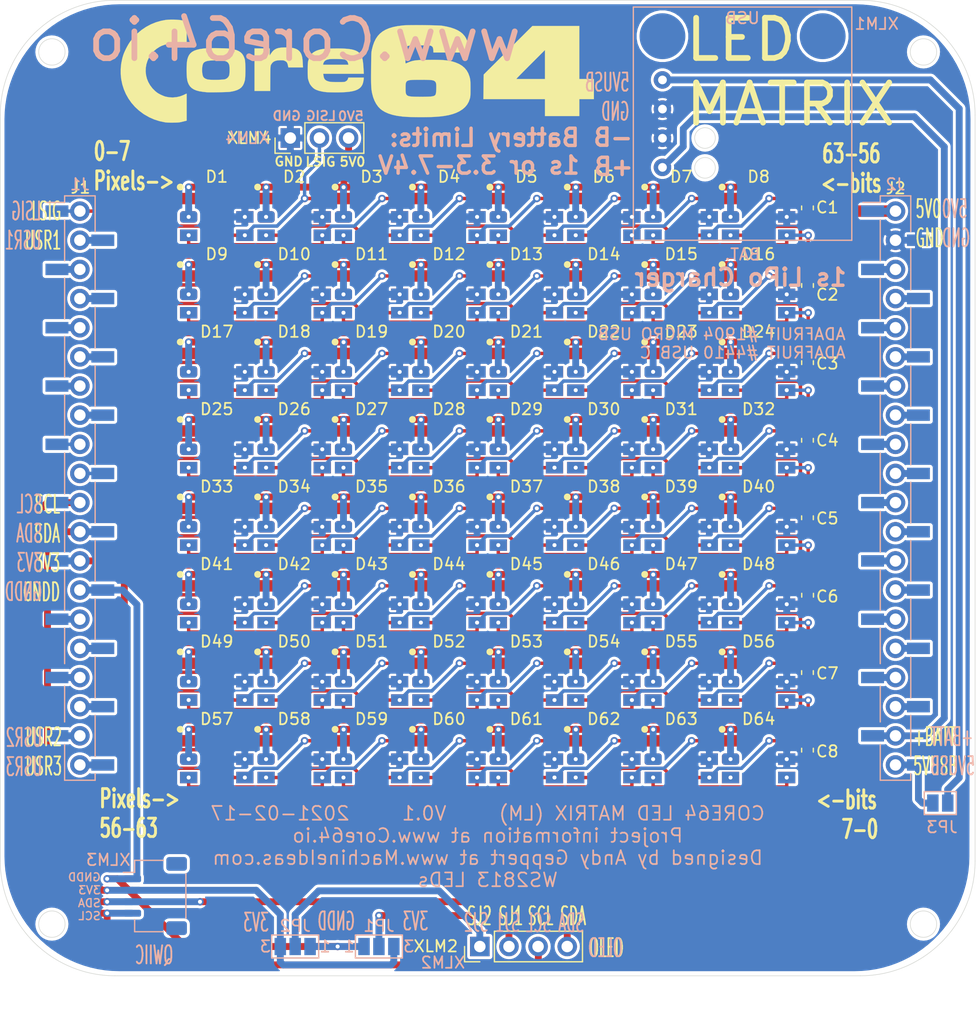
<source format=kicad_pcb>
(kicad_pcb (version 20171130) (host pcbnew "(5.1.2-1)-1")
  (title_block (title "Core 64 (Cores)") (date 2020-03-16) (rev 0.3) (company "Andy Geppert"))
  (layers (0 F.Cu signal) (31 B.Cu signal) (34 B.Paste user hide) (35 F.Paste user hide) (36 B.SilkS user) (37 F.SilkS user) (38 B.Mask user) (39 F.Mask user) (44 Edge.Cuts user))
  (net 0 "")
  (net 1 "Net-(J1-Pad18)")
  (net 2 "Net-(J1-Pad17)")
  (net 3 "Net-(J1-Pad15)")
  (net 4 "Net-(J1-Pad9)")
  (net 5 "Net-(J1-Pad4)")
  (net 6 LED_MATRIX_5V0_SIG)
  (net 7 "Net-(J1-Pad5)")
  (net 8 "Net-(J1-Pad6)")
  (net 9 "Net-(J1-Pad8)")
  (net 10 "Net-(J1-Pad7)")
  (net 11 "Net-(J1-Pad3)")
  (net 12 "Net-(J1-Pad16)")
  (net 13 "Net-(J1-Pad10)")
  (net 14 "Net-(J2-Pad18)")
  (net 15 "Net-(J2-Pad17)")
  (net 16 "Net-(J2-Pad15)")
  (net 17 "Net-(J2-Pad9)")
  (net 18 "Net-(J2-Pad4)")
  (net 19 5V0)
  (net 20 GND)
  (net 21 "Net-(J2-Pad5)")
  (net 22 "Net-(J2-Pad6)")
  (net 23 "Net-(J2-Pad8)")
  (net 24 "Net-(J2-Pad7)")
  (net 25 "Net-(J2-Pad3)")
  (net 26 "Net-(J2-Pad11)")
  (net 27 "Net-(J2-Pad13)")
  (net 28 "Net-(J2-Pad12)")
  (net 29 "Net-(J2-Pad16)")
  (net 30 "Net-(J2-Pad14)")
  (net 31 "Net-(J2-Pad10)")
  (net 32 "Net-(D1-Pad1)")
  (net 33 "Net-(D1-Pad3)")
  (net 34 "Net-(D2-Pad1)")
  (net 35 "Net-(D2-Pad3)")
  (net 36 "Net-(D3-Pad1)")
  (net 37 "Net-(D3-Pad3)")
  (net 38 "Net-(D4-Pad1)")
  (net 39 "Net-(D4-Pad3)")
  (net 40 "Net-(D5-Pad1)")
  (net 41 "Net-(D5-Pad3)")
  (net 42 "Net-(D6-Pad1)")
  (net 43 "Net-(D6-Pad3)")
  (net 44 "Net-(D7-Pad1)")
  (net 45 "Net-(D8-Pad1)")
  (net 46 "Net-(D9-Pad1)")
  (net 47 "Net-(D10-Pad1)")
  (net 48 "Net-(D10-Pad3)")
  (net 49 "Net-(D10-Pad4)")
  (net 50 "Net-(D11-Pad1)")
  (net 51 "Net-(D11-Pad3)")
  (net 52 "Net-(D12-Pad1)")
  (net 53 "Net-(D12-Pad3)")
  (net 54 "Net-(D13-Pad1)")
  (net 55 "Net-(D13-Pad3)")
  (net 56 "Net-(D14-Pad1)")
  (net 57 "Net-(D14-Pad3)")
  (net 58 "Net-(D15-Pad1)")
  (net 59 "Net-(D16-Pad1)")
  (net 60 "Net-(D17-Pad1)")
  (net 61 "Net-(D17-Pad3)")
  (net 62 "Net-(D18-Pad1)")
  (net 63 "Net-(D18-Pad3)")
  (net 64 "Net-(D19-Pad1)")
  (net 65 "Net-(D19-Pad3)")
  (net 66 "Net-(D20-Pad1)")
  (net 67 "Net-(D20-Pad3)")
  (net 68 "Net-(D21-Pad1)")
  (net 69 "Net-(D21-Pad3)")
  (net 70 "Net-(D22-Pad1)")
  (net 71 "Net-(D22-Pad3)")
  (net 72 "Net-(D23-Pad1)")
  (net 73 "Net-(D24-Pad1)")
  (net 74 "Net-(D25-Pad1)")
  (net 75 "Net-(D25-Pad3)")
  (net 76 "Net-(D26-Pad1)")
  (net 77 "Net-(D26-Pad3)")
  (net 78 "Net-(D27-Pad1)")
  (net 79 "Net-(D27-Pad3)")
  (net 80 "Net-(D28-Pad1)")
  (net 81 "Net-(D28-Pad3)")
  (net 82 "Net-(D29-Pad1)")
  (net 83 "Net-(D29-Pad3)")
  (net 84 "Net-(D30-Pad1)")
  (net 85 "Net-(D30-Pad3)")
  (net 86 "Net-(D31-Pad1)")
  (net 87 "Net-(D32-Pad1)")
  (net 88 "Net-(D33-Pad1)")
  (net 89 "Net-(D33-Pad3)")
  (net 90 "Net-(D34-Pad1)")
  (net 91 "Net-(D34-Pad3)")
  (net 92 "Net-(D35-Pad1)")
  (net 93 "Net-(D35-Pad3)")
  (net 94 "Net-(D36-Pad1)")
  (net 95 "Net-(D36-Pad3)")
  (net 96 "Net-(D37-Pad1)")
  (net 97 "Net-(D37-Pad3)")
  (net 98 "Net-(D38-Pad1)")
  (net 99 "Net-(D38-Pad3)")
  (net 100 "Net-(D39-Pad1)")
  (net 101 "Net-(D40-Pad1)")
  (net 102 "Net-(D41-Pad1)")
  (net 103 "Net-(D41-Pad3)")
  (net 104 "Net-(D42-Pad1)")
  (net 105 "Net-(D42-Pad3)")
  (net 106 "Net-(D43-Pad1)")
  (net 107 "Net-(D43-Pad3)")
  (net 108 "Net-(D44-Pad1)")
  (net 109 "Net-(D44-Pad3)")
  (net 110 "Net-(D45-Pad1)")
  (net 111 "Net-(D45-Pad3)")
  (net 112 "Net-(D46-Pad1)")
  (net 113 "Net-(D46-Pad3)")
  (net 114 "Net-(D47-Pad1)")
  (net 115 "Net-(D48-Pad1)")
  (net 116 "Net-(D49-Pad1)")
  (net 117 "Net-(D49-Pad3)")
  (net 118 "Net-(D50-Pad1)")
  (net 119 "Net-(D50-Pad3)")
  (net 120 "Net-(D51-Pad1)")
  (net 121 "Net-(D51-Pad3)")
  (net 122 "Net-(D52-Pad1)")
  (net 123 "Net-(D52-Pad3)")
  (net 124 "Net-(D53-Pad1)")
  (net 125 "Net-(D53-Pad3)")
  (net 126 "Net-(D54-Pad1)")
  (net 127 "Net-(D54-Pad3)")
  (net 128 "Net-(D55-Pad1)")
  (net 129 "Net-(D56-Pad1)")
  (net 130 "Net-(D57-Pad1)")
  (net 131 "Net-(D57-Pad3)")
  (net 132 "Net-(D58-Pad1)")
  (net 133 "Net-(D58-Pad3)")
  (net 134 "Net-(D59-Pad1)")
  (net 135 "Net-(D59-Pad3)")
  (net 136 "Net-(D60-Pad1)")
  (net 137 "Net-(D60-Pad3)")
  (net 138 "Net-(D61-Pad1)")
  (net 139 "Net-(D61-Pad3)")
  (net 140 "Net-(D62-Pad1)")
  (net 141 "Net-(D62-Pad3)")
  (net 142 "Net-(D63-Pad1)")
  (net 143 "Net-(D63-Pad3)")
  (net 144 "Net-(D64-Pad1)")
  (net 145 "Net-(D64-Pad3)")
  (net 146 R1DIN)
  (net 147 R1DO)
  (net 148 R2DIN)
  (net 149 R2DO)
  (net 150 R3DIN)
  (net 151 R3DO)
  (net 152 R4DIN)
  (net 153 R4DO)
  (net 154 R5DIN)
  (net 155 R5DO)
  (net 156 R6DIN)
  (net 157 R6DO)
  (net 158 R7DIN)
  (net 159 R7DO)
  (net 160 "Net-(J1-Pad2)")
  (net 161 +BATT)
  (net 162 5VUSB)
  (net 163 I2C_CLOCK)
  (net 164 3V3)
  (net 165 I2C_DATA)
  (net 166 GNDD)
  (net 167 "Net-(JP1-Pad2)")
  (net 168 "Net-(JP2-Pad2)")
  (net 169 "Net-(JP3-Pad1)")
  (net 170 "Net-(J1-Pad19)")
  (net 171 "Net-(J1-Pad20)")
  (module Core_Memory_8x8_Array:LED_WS2813_PLCC6_5.0x5.0mm_P1.6mm_Core64_Abg_Mod (layer F.Cu) (at -10.125 -23.625)
    (fp_text reference D3 (at 0 -3.5) (layer F.SilkS))
    (fp_text value WS2813)
    (pad 1 smd rect (at -2.45 -1.6) (size 1.5 1) (layers F.Cu F.Paste F.Mask) (net 36 "Net-(D3-Pad1)"))
    (pad 2 thru_hole roundrect (at -2.45 0) (size 1.5 1) (drill 0.35) (layers *.Cu *.Mask) (net 19 5V0))
    (pad 3 thru_hole rect (at -2.45 1.6) (size 1.5 1) (drill 0.35) (layers *.Cu *.Mask) (net 37 "Net-(D3-Pad3)"))
    (pad 6 smd rect (at 2.45 -1.6) (size 1.5 1) (layers F.Cu F.Paste F.Mask) (net 33 "Net-(D1-Pad3)"))
    (pad 5 thru_hole rect (at 2.45 0) (size 1.5 1) (drill 0.35) (layers *.Cu *.Mask) (net 20 GND))
    (pad 4 thru_hole rect (at 2.45 1.6) (size 1.5 1) (drill 0.35) (layers *.Cu *.Mask) (net 35 "Net-(D2-Pad3)"))
  )
  (module Core_Memory_8x8_Array:LED_WS2813_PLCC6_5.0x5.0mm_P1.6mm_Core64_Abg_Mod (layer F.Cu) (at -3.375 -23.625)
    (fp_text reference D4 (at 0 -3.5) (layer F.SilkS))
    (fp_text value WS2813)
    (pad 1 smd rect (at -2.45 -1.6) (size 1.5 1) (layers F.Cu F.Paste F.Mask) (net 38 "Net-(D4-Pad1)"))
    (pad 2 thru_hole roundrect (at -2.45 0) (size 1.5 1) (drill 0.35) (layers *.Cu *.Mask) (net 19 5V0))
    (pad 3 thru_hole rect (at -2.45 1.6) (size 1.5 1) (drill 0.35) (layers *.Cu *.Mask) (net 39 "Net-(D4-Pad3)"))
    (pad 6 smd rect (at 2.45 -1.6) (size 1.5 1) (layers F.Cu F.Paste F.Mask) (net 35 "Net-(D2-Pad3)"))
    (pad 5 thru_hole rect (at 2.45 0) (size 1.5 1) (drill 0.35) (layers *.Cu *.Mask) (net 20 GND))
    (pad 4 thru_hole rect (at 2.45 1.6) (size 1.5 1) (drill 0.35) (layers *.Cu *.Mask) (net 37 "Net-(D3-Pad3)"))
  )
  (module Core_Memory_8x8_Array:LED_WS2813_PLCC6_5.0x5.0mm_P1.6mm_Core64_Abg_Mod (layer F.Cu) (at -16.875 -23.625)
    (fp_text reference D2 (at 0 -3.5) (layer F.SilkS))
    (fp_text value WS2813)
    (pad 1 smd rect (at -2.45 -1.6) (size 1.5 1) (layers F.Cu F.Paste F.Mask) (net 34 "Net-(D2-Pad1)"))
    (pad 2 thru_hole roundrect (at -2.45 0) (size 1.5 1) (drill 0.35) (layers *.Cu *.Mask) (net 19 5V0))
    (pad 3 thru_hole rect (at -2.45 1.6) (size 1.5 1) (drill 0.35) (layers *.Cu *.Mask) (net 35 "Net-(D2-Pad3)"))
    (pad 6 smd rect (at 2.45 -1.6) (size 1.5 1) (layers F.Cu F.Paste F.Mask) (net 6 LED_MATRIX_5V0_SIG))
    (pad 5 thru_hole rect (at 2.45 0) (size 1.5 1) (drill 0.35) (layers *.Cu *.Mask) (net 20 GND))
    (pad 4 thru_hole rect (at 2.45 1.6) (size 1.5 1) (drill 0.35) (layers *.Cu *.Mask) (net 33 "Net-(D1-Pad3)"))
  )
  (module Core_Memory_8x8_Array:LED_WS2813_PLCC6_5.0x5.0mm_P1.6mm_Core64_Abg_Mod (layer F.Cu) (at -23.625 -23.625)
    (fp_text reference D1 (at 0 -3.5) (layer F.SilkS))
    (fp_text value WS2813)
    (pad 1 smd rect (at -2.45 -1.6) (size 1.5 1) (layers F.Cu F.Paste F.Mask) (net 32 "Net-(D1-Pad1)"))
    (pad 2 thru_hole roundrect (at -2.45 0) (size 1.5 1) (drill 0.35) (layers *.Cu *.Mask) (net 19 5V0))
    (pad 3 thru_hole rect (at -2.45 1.6) (size 1.5 1) (drill 0.35) (layers *.Cu *.Mask) (net 33 "Net-(D1-Pad3)"))
    (pad 6 smd rect (at 2.45 -1.6) (size 1.5 1) (layers F.Cu F.Paste F.Mask) (net 20 GND))
    (pad 5 thru_hole rect (at 2.45 0) (size 1.5 1) (drill 0.35) (layers *.Cu *.Mask) (net 20 GND))
    (pad 4 thru_hole rect (at 2.45 1.6) (size 1.5 1) (drill 0.35) (layers *.Cu *.Mask) (net 6 LED_MATRIX_5V0_SIG))
  )
  (module Core_Memory_8x8_Array:LED_WS2813_PLCC6_5.0x5.0mm_P1.6mm_Core64_Abg_Mod (layer F.Cu) (at -16.875 -16.875)
    (fp_text reference D10 (at 0 -3.5) (layer F.SilkS))
    (fp_text value WS2813)
    (pad 1 smd rect (at -2.45 -1.6) (size 1.5 1) (layers F.Cu F.Paste F.Mask) (net 47 "Net-(D10-Pad1)"))
    (pad 2 thru_hole roundrect (at -2.45 0) (size 1.5 1) (drill 0.35) (layers *.Cu *.Mask) (net 19 5V0))
    (pad 3 thru_hole rect (at -2.45 1.6) (size 1.5 1) (drill 0.35) (layers *.Cu *.Mask) (net 48 "Net-(D10-Pad3)"))
    (pad 6 smd rect (at 2.45 -1.6) (size 1.5 1) (layers F.Cu F.Paste F.Mask) (net 147 R1DO))
    (pad 5 thru_hole rect (at 2.45 0) (size 1.5 1) (drill 0.35) (layers *.Cu *.Mask) (net 20 GND))
    (pad 4 thru_hole rect (at 2.45 1.6) (size 1.5 1) (drill 0.35) (layers *.Cu *.Mask) (net 49 "Net-(D10-Pad4)"))
  )
  (module Core_Memory_8x8_Array:LED_WS2813_PLCC6_5.0x5.0mm_P1.6mm_Core64_Abg_Mod (layer F.Cu) (at -10.125 -16.875)
    (fp_text reference D11 (at 0 -3.5) (layer F.SilkS))
    (fp_text value WS2813)
    (pad 1 smd rect (at -2.45 -1.6) (size 1.5 1) (layers F.Cu F.Paste F.Mask) (net 50 "Net-(D11-Pad1)"))
    (pad 2 thru_hole roundrect (at -2.45 0) (size 1.5 1) (drill 0.35) (layers *.Cu *.Mask) (net 19 5V0))
    (pad 3 thru_hole rect (at -2.45 1.6) (size 1.5 1) (drill 0.35) (layers *.Cu *.Mask) (net 51 "Net-(D11-Pad3)"))
    (pad 6 smd rect (at 2.45 -1.6) (size 1.5 1) (layers F.Cu F.Paste F.Mask) (net 49 "Net-(D10-Pad4)"))
    (pad 5 thru_hole rect (at 2.45 0) (size 1.5 1) (drill 0.35) (layers *.Cu *.Mask) (net 20 GND))
    (pad 4 thru_hole rect (at 2.45 1.6) (size 1.5 1) (drill 0.35) (layers *.Cu *.Mask) (net 48 "Net-(D10-Pad3)"))
  )
  (module Core_Memory_8x8_Array:LED_WS2813_PLCC6_5.0x5.0mm_P1.6mm_Core64_Abg_Mod (layer F.Cu) (at -3.375 -16.875)
    (fp_text reference D12 (at 0 -3.5) (layer F.SilkS))
    (fp_text value WS2813)
    (pad 1 smd rect (at -2.45 -1.6) (size 1.5 1) (layers F.Cu F.Paste F.Mask) (net 52 "Net-(D12-Pad1)"))
    (pad 2 thru_hole roundrect (at -2.45 0) (size 1.5 1) (drill 0.35) (layers *.Cu *.Mask) (net 19 5V0))
    (pad 3 thru_hole rect (at -2.45 1.6) (size 1.5 1) (drill 0.35) (layers *.Cu *.Mask) (net 53 "Net-(D12-Pad3)"))
    (pad 6 smd rect (at 2.45 -1.6) (size 1.5 1) (layers F.Cu F.Paste F.Mask) (net 48 "Net-(D10-Pad3)"))
    (pad 5 thru_hole rect (at 2.45 0) (size 1.5 1) (drill 0.35) (layers *.Cu *.Mask) (net 20 GND))
    (pad 4 thru_hole rect (at 2.45 1.6) (size 1.5 1) (drill 0.35) (layers *.Cu *.Mask) (net 51 "Net-(D11-Pad3)"))
  )
  (module Core_Memory_8x8_Array:LED_WS2813_PLCC6_5.0x5.0mm_P1.6mm_Core64_Abg_Mod (layer F.Cu) (at -23.625 -16.875)
    (fp_text reference D9 (at 0 -3.5) (layer F.SilkS))
    (fp_text value WS2813)
    (pad 1 smd rect (at -2.45 -1.6) (size 1.5 1) (layers F.Cu F.Paste F.Mask) (net 46 "Net-(D9-Pad1)"))
    (pad 2 thru_hole roundrect (at -2.45 0) (size 1.5 1) (drill 0.35) (layers *.Cu *.Mask) (net 19 5V0))
    (pad 3 thru_hole rect (at -2.45 1.6) (size 1.5 1) (drill 0.35) (layers *.Cu *.Mask) (net 49 "Net-(D10-Pad4)"))
    (pad 6 smd rect (at 2.45 -1.6) (size 1.5 1) (layers F.Cu F.Paste F.Mask) (net 146 R1DIN))
    (pad 5 thru_hole rect (at 2.45 0) (size 1.5 1) (drill 0.35) (layers *.Cu *.Mask) (net 20 GND))
    (pad 4 thru_hole rect (at 2.45 1.6) (size 1.5 1) (drill 0.35) (layers *.Cu *.Mask) (net 147 R1DO))
  )
  (module Core_Memory_8x8_Array:LED_WS2813_PLCC6_5.0x5.0mm_P1.6mm_Core64_Abg_Mod (layer F.Cu) (at 16.875 -16.875)
    (fp_text reference D15 (at 0 -3.5) (layer F.SilkS))
    (fp_text value WS2813)
    (pad 1 smd rect (at -2.45 -1.6) (size 1.5 1) (layers F.Cu F.Paste F.Mask) (net 58 "Net-(D15-Pad1)"))
    (pad 2 thru_hole roundrect (at -2.45 0) (size 1.5 1) (drill 0.35) (layers *.Cu *.Mask) (net 19 5V0))
    (pad 3 thru_hole rect (at -2.45 1.6) (size 1.5 1) (drill 0.35) (layers *.Cu *.Mask) (net 148 R2DIN))
    (pad 6 smd rect (at 2.45 -1.6) (size 1.5 1) (layers F.Cu F.Paste F.Mask) (net 55 "Net-(D13-Pad3)"))
    (pad 5 thru_hole rect (at 2.45 0) (size 1.5 1) (drill 0.35) (layers *.Cu *.Mask) (net 20 GND))
    (pad 4 thru_hole rect (at 2.45 1.6) (size 1.5 1) (drill 0.35) (layers *.Cu *.Mask) (net 57 "Net-(D14-Pad3)"))
  )
  (module Core_Memory_8x8_Array:LED_WS2813_PLCC6_5.0x5.0mm_P1.6mm_Core64_Abg_Mod (layer F.Cu) (at 23.625 -10.125)
    (fp_text reference D24 (at 0 -3.5) (layer F.SilkS))
    (fp_text value WS2813)
    (pad 1 smd rect (at -2.45 -1.6) (size 1.5 1) (layers F.Cu F.Paste F.Mask) (net 73 "Net-(D24-Pad1)"))
    (pad 2 thru_hole roundrect (at -2.45 0) (size 1.5 1) (drill 0.35) (layers *.Cu *.Mask) (net 19 5V0))
    (pad 3 thru_hole rect (at -2.45 1.6) (size 1.5 1) (drill 0.35) (layers *.Cu *.Mask) (net 151 R3DO))
    (pad 6 smd rect (at 2.45 -1.6) (size 1.5 1) (layers F.Cu F.Paste F.Mask) (net 71 "Net-(D22-Pad3)"))
    (pad 5 thru_hole rect (at 2.45 0) (size 1.5 1) (drill 0.35) (layers *.Cu *.Mask) (net 20 GND))
    (pad 4 thru_hole rect (at 2.45 1.6) (size 1.5 1) (drill 0.35) (layers *.Cu *.Mask) (net 150 R3DIN))
  )
  (module Core_Memory_8x8_Array:LED_WS2813_PLCC6_5.0x5.0mm_P1.6mm_Core64_Abg_Mod (layer F.Cu) (at 3.375 -23.625)
    (fp_text reference D5 (at 0 -3.5) (layer F.SilkS))
    (fp_text value WS2813)
    (pad 1 smd rect (at -2.45 -1.6) (size 1.5 1) (layers F.Cu F.Paste F.Mask) (net 40 "Net-(D5-Pad1)"))
    (pad 2 thru_hole roundrect (at -2.45 0) (size 1.5 1) (drill 0.35) (layers *.Cu *.Mask) (net 19 5V0))
    (pad 3 thru_hole rect (at -2.45 1.6) (size 1.5 1) (drill 0.35) (layers *.Cu *.Mask) (net 41 "Net-(D5-Pad3)"))
    (pad 6 smd rect (at 2.45 -1.6) (size 1.5 1) (layers F.Cu F.Paste F.Mask) (net 37 "Net-(D3-Pad3)"))
    (pad 5 thru_hole rect (at 2.45 0) (size 1.5 1) (drill 0.35) (layers *.Cu *.Mask) (net 20 GND))
    (pad 4 thru_hole rect (at 2.45 1.6) (size 1.5 1) (drill 0.35) (layers *.Cu *.Mask) (net 39 "Net-(D4-Pad3)"))
  )
  (module Core_Memory_8x8_Array:LED_WS2813_PLCC6_5.0x5.0mm_P1.6mm_Core64_Abg_Mod (layer F.Cu) (at 10.125 -23.625)
    (fp_text reference D6 (at 0 -3.5) (layer F.SilkS))
    (fp_text value WS2813)
    (pad 1 smd rect (at -2.45 -1.6) (size 1.5 1) (layers F.Cu F.Paste F.Mask) (net 42 "Net-(D6-Pad1)"))
    (pad 2 thru_hole roundrect (at -2.45 0) (size 1.5 1) (drill 0.35) (layers *.Cu *.Mask) (net 19 5V0))
    (pad 3 thru_hole rect (at -2.45 1.6) (size 1.5 1) (drill 0.35) (layers *.Cu *.Mask) (net 43 "Net-(D6-Pad3)"))
    (pad 6 smd rect (at 2.45 -1.6) (size 1.5 1) (layers F.Cu F.Paste F.Mask) (net 39 "Net-(D4-Pad3)"))
    (pad 5 thru_hole rect (at 2.45 0) (size 1.5 1) (drill 0.35) (layers *.Cu *.Mask) (net 20 GND))
    (pad 4 thru_hole rect (at 2.45 1.6) (size 1.5 1) (drill 0.35) (layers *.Cu *.Mask) (net 41 "Net-(D5-Pad3)"))
  )
  (module Core_Memory_8x8_Array:LED_WS2813_PLCC6_5.0x5.0mm_P1.6mm_Core64_Abg_Mod (layer F.Cu) (at 16.875 -23.625)
    (fp_text reference D7 (at 0 -3.5) (layer F.SilkS))
    (fp_text value WS2813)
    (pad 1 smd rect (at -2.45 -1.6) (size 1.5 1) (layers F.Cu F.Paste F.Mask) (net 44 "Net-(D7-Pad1)"))
    (pad 2 thru_hole roundrect (at -2.45 0) (size 1.5 1) (drill 0.35) (layers *.Cu *.Mask) (net 19 5V0))
    (pad 3 thru_hole rect (at -2.45 1.6) (size 1.5 1) (drill 0.35) (layers *.Cu *.Mask) (net 146 R1DIN))
    (pad 6 smd rect (at 2.45 -1.6) (size 1.5 1) (layers F.Cu F.Paste F.Mask) (net 41 "Net-(D5-Pad3)"))
    (pad 5 thru_hole rect (at 2.45 0) (size 1.5 1) (drill 0.35) (layers *.Cu *.Mask) (net 20 GND))
    (pad 4 thru_hole rect (at 2.45 1.6) (size 1.5 1) (drill 0.35) (layers *.Cu *.Mask) (net 43 "Net-(D6-Pad3)"))
  )
  (module Core_Memory_8x8_Array:LED_WS2813_PLCC6_5.0x5.0mm_P1.6mm_Core64_Abg_Mod (layer F.Cu) (at 23.625 -23.625)
    (fp_text reference D8 (at 0 -3.5) (layer F.SilkS))
    (fp_text value WS2813)
    (pad 1 smd rect (at -2.45 -1.6) (size 1.5 1) (layers F.Cu F.Paste F.Mask) (net 45 "Net-(D8-Pad1)"))
    (pad 2 thru_hole roundrect (at -2.45 0) (size 1.5 1) (drill 0.35) (layers *.Cu *.Mask) (net 19 5V0))
    (pad 3 thru_hole rect (at -2.45 1.6) (size 1.5 1) (drill 0.35) (layers *.Cu *.Mask) (net 147 R1DO))
    (pad 6 smd rect (at 2.45 -1.6) (size 1.5 1) (layers F.Cu F.Paste F.Mask) (net 43 "Net-(D6-Pad3)"))
    (pad 5 thru_hole rect (at 2.45 0) (size 1.5 1) (drill 0.35) (layers *.Cu *.Mask) (net 20 GND))
    (pad 4 thru_hole rect (at 2.45 1.6) (size 1.5 1) (drill 0.35) (layers *.Cu *.Mask) (net 146 R1DIN))
  )
  (module Core_Memory_8x8_Array:LED_WS2813_PLCC6_5.0x5.0mm_P1.6mm_Core64_Abg_Mod (layer F.Cu) (at 3.375 -16.875)
    (fp_text reference D13 (at 0 -3.5) (layer F.SilkS))
    (fp_text value WS2813)
    (pad 1 smd rect (at -2.45 -1.6) (size 1.5 1) (layers F.Cu F.Paste F.Mask) (net 54 "Net-(D13-Pad1)"))
    (pad 2 thru_hole roundrect (at -2.45 0) (size 1.5 1) (drill 0.35) (layers *.Cu *.Mask) (net 19 5V0))
    (pad 3 thru_hole rect (at -2.45 1.6) (size 1.5 1) (drill 0.35) (layers *.Cu *.Mask) (net 55 "Net-(D13-Pad3)"))
    (pad 6 smd rect (at 2.45 -1.6) (size 1.5 1) (layers F.Cu F.Paste F.Mask) (net 51 "Net-(D11-Pad3)"))
    (pad 5 thru_hole rect (at 2.45 0) (size 1.5 1) (drill 0.35) (layers *.Cu *.Mask) (net 20 GND))
    (pad 4 thru_hole rect (at 2.45 1.6) (size 1.5 1) (drill 0.35) (layers *.Cu *.Mask) (net 53 "Net-(D12-Pad3)"))
  )
  (module Core_Memory_8x8_Array:LED_WS2813_PLCC6_5.0x5.0mm_P1.6mm_Core64_Abg_Mod (layer F.Cu) (at 10.125 -16.875)
    (fp_text reference D14 (at 0 -3.5) (layer F.SilkS))
    (fp_text value WS2813)
    (pad 1 smd rect (at -2.45 -1.6) (size 1.5 1) (layers F.Cu F.Paste F.Mask) (net 56 "Net-(D14-Pad1)"))
    (pad 2 thru_hole roundrect (at -2.45 0) (size 1.5 1) (drill 0.35) (layers *.Cu *.Mask) (net 19 5V0))
    (pad 3 thru_hole rect (at -2.45 1.6) (size 1.5 1) (drill 0.35) (layers *.Cu *.Mask) (net 57 "Net-(D14-Pad3)"))
    (pad 6 smd rect (at 2.45 -1.6) (size 1.5 1) (layers F.Cu F.Paste F.Mask) (net 53 "Net-(D12-Pad3)"))
    (pad 5 thru_hole rect (at 2.45 0) (size 1.5 1) (drill 0.35) (layers *.Cu *.Mask) (net 20 GND))
    (pad 4 thru_hole rect (at 2.45 1.6) (size 1.5 1) (drill 0.35) (layers *.Cu *.Mask) (net 55 "Net-(D13-Pad3)"))
  )
  (module Core_Memory_8x8_Array:LED_WS2813_PLCC6_5.0x5.0mm_P1.6mm_Core64_Abg_Mod (layer F.Cu) (at 23.625 -16.875)
    (fp_text reference D16 (at 0 -3.5) (layer F.SilkS))
    (fp_text value WS2813)
    (pad 1 smd rect (at -2.45 -1.6) (size 1.5 1) (layers F.Cu F.Paste F.Mask) (net 59 "Net-(D16-Pad1)"))
    (pad 2 thru_hole roundrect (at -2.45 0) (size 1.5 1) (drill 0.35) (layers *.Cu *.Mask) (net 19 5V0))
    (pad 3 thru_hole rect (at -2.45 1.6) (size 1.5 1) (drill 0.35) (layers *.Cu *.Mask) (net 149 R2DO))
    (pad 6 smd rect (at 2.45 -1.6) (size 1.5 1) (layers F.Cu F.Paste F.Mask) (net 57 "Net-(D14-Pad3)"))
    (pad 5 thru_hole rect (at 2.45 0) (size 1.5 1) (drill 0.35) (layers *.Cu *.Mask) (net 20 GND))
    (pad 4 thru_hole rect (at 2.45 1.6) (size 1.5 1) (drill 0.35) (layers *.Cu *.Mask) (net 148 R2DIN))
  )
  (module Core_Memory_8x8_Array:LED_WS2813_PLCC6_5.0x5.0mm_P1.6mm_Core64_Abg_Mod (layer F.Cu) (at -23.625 -10.125)
    (fp_text reference D17 (at 0 -3.5) (layer F.SilkS))
    (fp_text value WS2813)
    (pad 1 smd rect (at -2.45 -1.6) (size 1.5 1) (layers F.Cu F.Paste F.Mask) (net 60 "Net-(D17-Pad1)"))
    (pad 2 thru_hole roundrect (at -2.45 0) (size 1.5 1) (drill 0.35) (layers *.Cu *.Mask) (net 19 5V0))
    (pad 3 thru_hole rect (at -2.45 1.6) (size 1.5 1) (drill 0.35) (layers *.Cu *.Mask) (net 61 "Net-(D17-Pad3)"))
    (pad 6 smd rect (at 2.45 -1.6) (size 1.5 1) (layers F.Cu F.Paste F.Mask) (net 148 R2DIN))
    (pad 5 thru_hole rect (at 2.45 0) (size 1.5 1) (drill 0.35) (layers *.Cu *.Mask) (net 20 GND))
    (pad 4 thru_hole rect (at 2.45 1.6) (size 1.5 1) (drill 0.35) (layers *.Cu *.Mask) (net 149 R2DO))
  )
  (module Core_Memory_8x8_Array:LED_WS2813_PLCC6_5.0x5.0mm_P1.6mm_Core64_Abg_Mod (layer F.Cu) (at -16.875 -10.125)
    (fp_text reference D18 (at 0 -3.5) (layer F.SilkS))
    (fp_text value WS2813)
    (pad 1 smd rect (at -2.45 -1.6) (size 1.5 1) (layers F.Cu F.Paste F.Mask) (net 62 "Net-(D18-Pad1)"))
    (pad 2 thru_hole roundrect (at -2.45 0) (size 1.5 1) (drill 0.35) (layers *.Cu *.Mask) (net 19 5V0))
    (pad 3 thru_hole rect (at -2.45 1.6) (size 1.5 1) (drill 0.35) (layers *.Cu *.Mask) (net 63 "Net-(D18-Pad3)"))
    (pad 6 smd rect (at 2.45 -1.6) (size 1.5 1) (layers F.Cu F.Paste F.Mask) (net 149 R2DO))
    (pad 5 thru_hole rect (at 2.45 0) (size 1.5 1) (drill 0.35) (layers *.Cu *.Mask) (net 20 GND))
    (pad 4 thru_hole rect (at 2.45 1.6) (size 1.5 1) (drill 0.35) (layers *.Cu *.Mask) (net 61 "Net-(D17-Pad3)"))
  )
  (module Core_Memory_8x8_Array:LED_WS2813_PLCC6_5.0x5.0mm_P1.6mm_Core64_Abg_Mod (layer F.Cu) (at -10.125 -10.125)
    (fp_text reference D19 (at 0 -3.5) (layer F.SilkS))
    (fp_text value WS2813)
    (pad 1 smd rect (at -2.45 -1.6) (size 1.5 1) (layers F.Cu F.Paste F.Mask) (net 64 "Net-(D19-Pad1)"))
    (pad 2 thru_hole roundrect (at -2.45 0) (size 1.5 1) (drill 0.35) (layers *.Cu *.Mask) (net 19 5V0))
    (pad 3 thru_hole rect (at -2.45 1.6) (size 1.5 1) (drill 0.35) (layers *.Cu *.Mask) (net 65 "Net-(D19-Pad3)"))
    (pad 6 smd rect (at 2.45 -1.6) (size 1.5 1) (layers F.Cu F.Paste F.Mask) (net 61 "Net-(D17-Pad3)"))
    (pad 5 thru_hole rect (at 2.45 0) (size 1.5 1) (drill 0.35) (layers *.Cu *.Mask) (net 20 GND))
    (pad 4 thru_hole rect (at 2.45 1.6) (size 1.5 1) (drill 0.35) (layers *.Cu *.Mask) (net 63 "Net-(D18-Pad3)"))
  )
  (module Core_Memory_8x8_Array:LED_WS2813_PLCC6_5.0x5.0mm_P1.6mm_Core64_Abg_Mod (layer F.Cu) (at -3.375 -10.125)
    (fp_text reference D20 (at 0 -3.5) (layer F.SilkS))
    (fp_text value WS2813)
    (pad 1 smd rect (at -2.45 -1.6) (size 1.5 1) (layers F.Cu F.Paste F.Mask) (net 66 "Net-(D20-Pad1)"))
    (pad 2 thru_hole roundrect (at -2.45 0) (size 1.5 1) (drill 0.35) (layers *.Cu *.Mask) (net 19 5V0))
    (pad 3 thru_hole rect (at -2.45 1.6) (size 1.5 1) (drill 0.35) (layers *.Cu *.Mask) (net 67 "Net-(D20-Pad3)"))
    (pad 6 smd rect (at 2.45 -1.6) (size 1.5 1) (layers F.Cu F.Paste F.Mask) (net 63 "Net-(D18-Pad3)"))
    (pad 5 thru_hole rect (at 2.45 0) (size 1.5 1) (drill 0.35) (layers *.Cu *.Mask) (net 20 GND))
    (pad 4 thru_hole rect (at 2.45 1.6) (size 1.5 1) (drill 0.35) (layers *.Cu *.Mask) (net 65 "Net-(D19-Pad3)"))
  )
  (module Core_Memory_8x8_Array:LED_WS2813_PLCC6_5.0x5.0mm_P1.6mm_Core64_Abg_Mod (layer F.Cu) (at 3.375 -10.125)
    (fp_text reference D21 (at 0 -3.5) (layer F.SilkS))
    (fp_text value WS2813)
    (pad 1 smd rect (at -2.45 -1.6) (size 1.5 1) (layers F.Cu F.Paste F.Mask) (net 68 "Net-(D21-Pad1)"))
    (pad 2 thru_hole roundrect (at -2.45 0) (size 1.5 1) (drill 0.35) (layers *.Cu *.Mask) (net 19 5V0))
    (pad 3 thru_hole rect (at -2.45 1.6) (size 1.5 1) (drill 0.35) (layers *.Cu *.Mask) (net 69 "Net-(D21-Pad3)"))
    (pad 6 smd rect (at 2.45 -1.6) (size 1.5 1) (layers F.Cu F.Paste F.Mask) (net 65 "Net-(D19-Pad3)"))
    (pad 5 thru_hole rect (at 2.45 0) (size 1.5 1) (drill 0.35) (layers *.Cu *.Mask) (net 20 GND))
    (pad 4 thru_hole rect (at 2.45 1.6) (size 1.5 1) (drill 0.35) (layers *.Cu *.Mask) (net 67 "Net-(D20-Pad3)"))
  )
  (module Core_Memory_8x8_Array:LED_WS2813_PLCC6_5.0x5.0mm_P1.6mm_Core64_Abg_Mod (layer F.Cu) (at 10.125 -10.125)
    (fp_text reference D22 (at 0 -3.5) (layer F.SilkS))
    (fp_text value WS2813)
    (pad 1 smd rect (at -2.45 -1.6) (size 1.5 1) (layers F.Cu F.Paste F.Mask) (net 70 "Net-(D22-Pad1)"))
    (pad 2 thru_hole roundrect (at -2.45 0) (size 1.5 1) (drill 0.35) (layers *.Cu *.Mask) (net 19 5V0))
    (pad 3 thru_hole rect (at -2.45 1.6) (size 1.5 1) (drill 0.35) (layers *.Cu *.Mask) (net 71 "Net-(D22-Pad3)"))
    (pad 6 smd rect (at 2.45 -1.6) (size 1.5 1) (layers F.Cu F.Paste F.Mask) (net 67 "Net-(D20-Pad3)"))
    (pad 5 thru_hole rect (at 2.45 0) (size 1.5 1) (drill 0.35) (layers *.Cu *.Mask) (net 20 GND))
    (pad 4 thru_hole rect (at 2.45 1.6) (size 1.5 1) (drill 0.35) (layers *.Cu *.Mask) (net 69 "Net-(D21-Pad3)"))
  )
  (module Core_Memory_8x8_Array:LED_WS2813_PLCC6_5.0x5.0mm_P1.6mm_Core64_Abg_Mod (layer F.Cu) (at 16.875 -10.125)
    (fp_text reference D23 (at 0 -3.5) (layer F.SilkS))
    (fp_text value WS2813)
    (pad 1 smd rect (at -2.45 -1.6) (size 1.5 1) (layers F.Cu F.Paste F.Mask) (net 72 "Net-(D23-Pad1)"))
    (pad 2 thru_hole roundrect (at -2.45 0) (size 1.5 1) (drill 0.35) (layers *.Cu *.Mask) (net 19 5V0))
    (pad 3 thru_hole rect (at -2.45 1.6) (size 1.5 1) (drill 0.35) (layers *.Cu *.Mask) (net 150 R3DIN))
    (pad 6 smd rect (at 2.45 -1.6) (size 1.5 1) (layers F.Cu F.Paste F.Mask) (net 69 "Net-(D21-Pad3)"))
    (pad 5 thru_hole rect (at 2.45 0) (size 1.5 1) (drill 0.35) (layers *.Cu *.Mask) (net 20 GND))
    (pad 4 thru_hole rect (at 2.45 1.6) (size 1.5 1) (drill 0.35) (layers *.Cu *.Mask) (net 71 "Net-(D22-Pad3)"))
  )
  (module Core_Memory_8x8_Array:LED_WS2813_PLCC6_5.0x5.0mm_P1.6mm_Core64_Abg_Mod (layer F.Cu) (at -23.625 -3.375)
    (fp_text reference D25 (at 0 -3.5) (layer F.SilkS))
    (fp_text value WS2813)
    (pad 1 smd rect (at -2.45 -1.6) (size 1.5 1) (layers F.Cu F.Paste F.Mask) (net 74 "Net-(D25-Pad1)"))
    (pad 2 thru_hole roundrect (at -2.45 0) (size 1.5 1) (drill 0.35) (layers *.Cu *.Mask) (net 19 5V0))
    (pad 3 thru_hole rect (at -2.45 1.6) (size 1.5 1) (drill 0.35) (layers *.Cu *.Mask) (net 75 "Net-(D25-Pad3)"))
    (pad 6 smd rect (at 2.45 -1.6) (size 1.5 1) (layers F.Cu F.Paste F.Mask) (net 150 R3DIN))
    (pad 5 thru_hole rect (at 2.45 0) (size 1.5 1) (drill 0.35) (layers *.Cu *.Mask) (net 20 GND))
    (pad 4 thru_hole rect (at 2.45 1.6) (size 1.5 1) (drill 0.35) (layers *.Cu *.Mask) (net 151 R3DO))
  )
  (module Core_Memory_8x8_Array:LED_WS2813_PLCC6_5.0x5.0mm_P1.6mm_Core64_Abg_Mod (layer F.Cu) (at -16.875 -3.375)
    (fp_text reference D26 (at 0 -3.5) (layer F.SilkS))
    (fp_text value WS2813)
    (pad 1 smd rect (at -2.45 -1.6) (size 1.5 1) (layers F.Cu F.Paste F.Mask) (net 76 "Net-(D26-Pad1)"))
    (pad 2 thru_hole roundrect (at -2.45 0) (size 1.5 1) (drill 0.35) (layers *.Cu *.Mask) (net 19 5V0))
    (pad 3 thru_hole rect (at -2.45 1.6) (size 1.5 1) (drill 0.35) (layers *.Cu *.Mask) (net 77 "Net-(D26-Pad3)"))
    (pad 6 smd rect (at 2.45 -1.6) (size 1.5 1) (layers F.Cu F.Paste F.Mask) (net 151 R3DO))
    (pad 5 thru_hole rect (at 2.45 0) (size 1.5 1) (drill 0.35) (layers *.Cu *.Mask) (net 20 GND))
    (pad 4 thru_hole rect (at 2.45 1.6) (size 1.5 1) (drill 0.35) (layers *.Cu *.Mask) (net 75 "Net-(D25-Pad3)"))
  )
  (module Core_Memory_8x8_Array:LED_WS2813_PLCC6_5.0x5.0mm_P1.6mm_Core64_Abg_Mod (layer F.Cu) (at -10.125 -3.375)
    (fp_text reference D27 (at 0 -3.5) (layer F.SilkS))
    (fp_text value WS2813)
    (pad 1 smd rect (at -2.45 -1.6) (size 1.5 1) (layers F.Cu F.Paste F.Mask) (net 78 "Net-(D27-Pad1)"))
    (pad 2 thru_hole roundrect (at -2.45 0) (size 1.5 1) (drill 0.35) (layers *.Cu *.Mask) (net 19 5V0))
    (pad 3 thru_hole rect (at -2.45 1.6) (size 1.5 1) (drill 0.35) (layers *.Cu *.Mask) (net 79 "Net-(D27-Pad3)"))
    (pad 6 smd rect (at 2.45 -1.6) (size 1.5 1) (layers F.Cu F.Paste F.Mask) (net 75 "Net-(D25-Pad3)"))
    (pad 5 thru_hole rect (at 2.45 0) (size 1.5 1) (drill 0.35) (layers *.Cu *.Mask) (net 20 GND))
    (pad 4 thru_hole rect (at 2.45 1.6) (size 1.5 1) (drill 0.35) (layers *.Cu *.Mask) (net 77 "Net-(D26-Pad3)"))
  )
  (module Core_Memory_8x8_Array:LED_WS2813_PLCC6_5.0x5.0mm_P1.6mm_Core64_Abg_Mod (layer F.Cu) (at -3.375 -3.375)
    (fp_text reference D28 (at 0 -3.5) (layer F.SilkS))
    (fp_text value WS2813)
    (pad 1 smd rect (at -2.45 -1.6) (size 1.5 1) (layers F.Cu F.Paste F.Mask) (net 80 "Net-(D28-Pad1)"))
    (pad 2 thru_hole roundrect (at -2.45 0) (size 1.5 1) (drill 0.35) (layers *.Cu *.Mask) (net 19 5V0))
    (pad 3 thru_hole rect (at -2.45 1.6) (size 1.5 1) (drill 0.35) (layers *.Cu *.Mask) (net 81 "Net-(D28-Pad3)"))
    (pad 6 smd rect (at 2.45 -1.6) (size 1.5 1) (layers F.Cu F.Paste F.Mask) (net 77 "Net-(D26-Pad3)"))
    (pad 5 thru_hole rect (at 2.45 0) (size 1.5 1) (drill 0.35) (layers *.Cu *.Mask) (net 20 GND))
    (pad 4 thru_hole rect (at 2.45 1.6) (size 1.5 1) (drill 0.35) (layers *.Cu *.Mask) (net 79 "Net-(D27-Pad3)"))
  )
  (module Core_Memory_8x8_Array:LED_WS2813_PLCC6_5.0x5.0mm_P1.6mm_Core64_Abg_Mod (layer F.Cu) (at 3.375 -3.375)
    (fp_text reference D29 (at 0 -3.5) (layer F.SilkS))
    (fp_text value WS2813)
    (pad 1 smd rect (at -2.45 -1.6) (size 1.5 1) (layers F.Cu F.Paste F.Mask) (net 82 "Net-(D29-Pad1)"))
    (pad 2 thru_hole roundrect (at -2.45 0) (size 1.5 1) (drill 0.35) (layers *.Cu *.Mask) (net 19 5V0))
    (pad 3 thru_hole rect (at -2.45 1.6) (size 1.5 1) (drill 0.35) (layers *.Cu *.Mask) (net 83 "Net-(D29-Pad3)"))
    (pad 6 smd rect (at 2.45 -1.6) (size 1.5 1) (layers F.Cu F.Paste F.Mask) (net 79 "Net-(D27-Pad3)"))
    (pad 5 thru_hole rect (at 2.45 0) (size 1.5 1) (drill 0.35) (layers *.Cu *.Mask) (net 20 GND))
    (pad 4 thru_hole rect (at 2.45 1.6) (size 1.5 1) (drill 0.35) (layers *.Cu *.Mask) (net 81 "Net-(D28-Pad3)"))
  )
  (module Core_Memory_8x8_Array:LED_WS2813_PLCC6_5.0x5.0mm_P1.6mm_Core64_Abg_Mod (layer F.Cu) (at 10.125 -3.375)
    (fp_text reference D30 (at 0 -3.5) (layer F.SilkS))
    (fp_text value WS2813)
    (pad 1 smd rect (at -2.45 -1.6) (size 1.5 1) (layers F.Cu F.Paste F.Mask) (net 84 "Net-(D30-Pad1)"))
    (pad 2 thru_hole roundrect (at -2.45 0) (size 1.5 1) (drill 0.35) (layers *.Cu *.Mask) (net 19 5V0))
    (pad 3 thru_hole rect (at -2.45 1.6) (size 1.5 1) (drill 0.35) (layers *.Cu *.Mask) (net 85 "Net-(D30-Pad3)"))
    (pad 6 smd rect (at 2.45 -1.6) (size 1.5 1) (layers F.Cu F.Paste F.Mask) (net 81 "Net-(D28-Pad3)"))
    (pad 5 thru_hole rect (at 2.45 0) (size 1.5 1) (drill 0.35) (layers *.Cu *.Mask) (net 20 GND))
    (pad 4 thru_hole rect (at 2.45 1.6) (size 1.5 1) (drill 0.35) (layers *.Cu *.Mask) (net 83 "Net-(D29-Pad3)"))
  )
  (module Core_Memory_8x8_Array:LED_WS2813_PLCC6_5.0x5.0mm_P1.6mm_Core64_Abg_Mod (layer F.Cu) (at 16.875 -3.375)
    (fp_text reference D31 (at 0 -3.5) (layer F.SilkS))
    (fp_text value WS2813)
    (pad 1 smd rect (at -2.45 -1.6) (size 1.5 1) (layers F.Cu F.Paste F.Mask) (net 86 "Net-(D31-Pad1)"))
    (pad 2 thru_hole roundrect (at -2.45 0) (size 1.5 1) (drill 0.35) (layers *.Cu *.Mask) (net 19 5V0))
    (pad 3 thru_hole rect (at -2.45 1.6) (size 1.5 1) (drill 0.35) (layers *.Cu *.Mask) (net 152 R4DIN))
    (pad 6 smd rect (at 2.45 -1.6) (size 1.5 1) (layers F.Cu F.Paste F.Mask) (net 83 "Net-(D29-Pad3)"))
    (pad 5 thru_hole rect (at 2.45 0) (size 1.5 1) (drill 0.35) (layers *.Cu *.Mask) (net 20 GND))
    (pad 4 thru_hole rect (at 2.45 1.6) (size 1.5 1) (drill 0.35) (layers *.Cu *.Mask) (net 85 "Net-(D30-Pad3)"))
  )
  (module Core_Memory_8x8_Array:LED_WS2813_PLCC6_5.0x5.0mm_P1.6mm_Core64_Abg_Mod (layer F.Cu) (at 23.625 -3.375)
    (fp_text reference D32 (at 0 -3.5) (layer F.SilkS))
    (fp_text value WS2813)
    (pad 1 smd rect (at -2.45 -1.6) (size 1.5 1) (layers F.Cu F.Paste F.Mask) (net 87 "Net-(D32-Pad1)"))
    (pad 2 thru_hole roundrect (at -2.45 0) (size 1.5 1) (drill 0.35) (layers *.Cu *.Mask) (net 19 5V0))
    (pad 3 thru_hole rect (at -2.45 1.6) (size 1.5 1) (drill 0.35) (layers *.Cu *.Mask) (net 153 R4DO))
    (pad 6 smd rect (at 2.45 -1.6) (size 1.5 1) (layers F.Cu F.Paste F.Mask) (net 85 "Net-(D30-Pad3)"))
    (pad 5 thru_hole rect (at 2.45 0) (size 1.5 1) (drill 0.35) (layers *.Cu *.Mask) (net 20 GND))
    (pad 4 thru_hole rect (at 2.45 1.6) (size 1.5 1) (drill 0.35) (layers *.Cu *.Mask) (net 152 R4DIN))
  )
  (module Core_Memory_8x8_Array:LED_WS2813_PLCC6_5.0x5.0mm_P1.6mm_Core64_Abg_Mod (layer F.Cu) (at -23.625 3.375)
    (fp_text reference D33 (at 0 -3.5) (layer F.SilkS))
    (fp_text value WS2813)
    (pad 1 smd rect (at -2.45 -1.6) (size 1.5 1) (layers F.Cu F.Paste F.Mask) (net 88 "Net-(D33-Pad1)"))
    (pad 2 thru_hole roundrect (at -2.45 0) (size 1.5 1) (drill 0.35) (layers *.Cu *.Mask) (net 19 5V0))
    (pad 3 thru_hole rect (at -2.45 1.6) (size 1.5 1) (drill 0.35) (layers *.Cu *.Mask) (net 89 "Net-(D33-Pad3)"))
    (pad 6 smd rect (at 2.45 -1.6) (size 1.5 1) (layers F.Cu F.Paste F.Mask) (net 152 R4DIN))
    (pad 5 thru_hole rect (at 2.45 0) (size 1.5 1) (drill 0.35) (layers *.Cu *.Mask) (net 20 GND))
    (pad 4 thru_hole rect (at 2.45 1.6) (size 1.5 1) (drill 0.35) (layers *.Cu *.Mask) (net 153 R4DO))
  )
  (module Core_Memory_8x8_Array:LED_WS2813_PLCC6_5.0x5.0mm_P1.6mm_Core64_Abg_Mod (layer F.Cu) (at -16.875 3.375)
    (fp_text reference D34 (at 0 -3.5) (layer F.SilkS))
    (fp_text value WS2813)
    (pad 1 smd rect (at -2.45 -1.6) (size 1.5 1) (layers F.Cu F.Paste F.Mask) (net 90 "Net-(D34-Pad1)"))
    (pad 2 thru_hole roundrect (at -2.45 0) (size 1.5 1) (drill 0.35) (layers *.Cu *.Mask) (net 19 5V0))
    (pad 3 thru_hole rect (at -2.45 1.6) (size 1.5 1) (drill 0.35) (layers *.Cu *.Mask) (net 91 "Net-(D34-Pad3)"))
    (pad 6 smd rect (at 2.45 -1.6) (size 1.5 1) (layers F.Cu F.Paste F.Mask) (net 153 R4DO))
    (pad 5 thru_hole rect (at 2.45 0) (size 1.5 1) (drill 0.35) (layers *.Cu *.Mask) (net 20 GND))
    (pad 4 thru_hole rect (at 2.45 1.6) (size 1.5 1) (drill 0.35) (layers *.Cu *.Mask) (net 89 "Net-(D33-Pad3)"))
  )
  (module Core_Memory_8x8_Array:LED_WS2813_PLCC6_5.0x5.0mm_P1.6mm_Core64_Abg_Mod (layer F.Cu) (at -10.125 3.375)
    (fp_text reference D35 (at 0 -3.5) (layer F.SilkS))
    (fp_text value WS2813)
    (pad 1 smd rect (at -2.45 -1.6) (size 1.5 1) (layers F.Cu F.Paste F.Mask) (net 92 "Net-(D35-Pad1)"))
    (pad 2 thru_hole roundrect (at -2.45 0) (size 1.5 1) (drill 0.35) (layers *.Cu *.Mask) (net 19 5V0))
    (pad 3 thru_hole rect (at -2.45 1.6) (size 1.5 1) (drill 0.35) (layers *.Cu *.Mask) (net 93 "Net-(D35-Pad3)"))
    (pad 6 smd rect (at 2.45 -1.6) (size 1.5 1) (layers F.Cu F.Paste F.Mask) (net 89 "Net-(D33-Pad3)"))
    (pad 5 thru_hole rect (at 2.45 0) (size 1.5 1) (drill 0.35) (layers *.Cu *.Mask) (net 20 GND))
    (pad 4 thru_hole rect (at 2.45 1.6) (size 1.5 1) (drill 0.35) (layers *.Cu *.Mask) (net 91 "Net-(D34-Pad3)"))
  )
  (module Core_Memory_8x8_Array:LED_WS2813_PLCC6_5.0x5.0mm_P1.6mm_Core64_Abg_Mod (layer F.Cu) (at -3.375 3.375)
    (fp_text reference D36 (at 0 -3.5) (layer F.SilkS))
    (fp_text value WS2813)
    (pad 1 smd rect (at -2.45 -1.6) (size 1.5 1) (layers F.Cu F.Paste F.Mask) (net 94 "Net-(D36-Pad1)"))
    (pad 2 thru_hole roundrect (at -2.45 0) (size 1.5 1) (drill 0.35) (layers *.Cu *.Mask) (net 19 5V0))
    (pad 3 thru_hole rect (at -2.45 1.6) (size 1.5 1) (drill 0.35) (layers *.Cu *.Mask) (net 95 "Net-(D36-Pad3)"))
    (pad 6 smd rect (at 2.45 -1.6) (size 1.5 1) (layers F.Cu F.Paste F.Mask) (net 91 "Net-(D34-Pad3)"))
    (pad 5 thru_hole rect (at 2.45 0) (size 1.5 1) (drill 0.35) (layers *.Cu *.Mask) (net 20 GND))
    (pad 4 thru_hole rect (at 2.45 1.6) (size 1.5 1) (drill 0.35) (layers *.Cu *.Mask) (net 93 "Net-(D35-Pad3)"))
  )
  (module Core_Memory_8x8_Array:LED_WS2813_PLCC6_5.0x5.0mm_P1.6mm_Core64_Abg_Mod (layer F.Cu) (at 3.375 3.375)
    (fp_text reference D37 (at 0 -3.5) (layer F.SilkS))
    (fp_text value WS2813)
    (pad 1 smd rect (at -2.45 -1.6) (size 1.5 1) (layers F.Cu F.Paste F.Mask) (net 96 "Net-(D37-Pad1)"))
    (pad 2 thru_hole roundrect (at -2.45 0) (size 1.5 1) (drill 0.35) (layers *.Cu *.Mask) (net 19 5V0))
    (pad 3 thru_hole rect (at -2.45 1.6) (size 1.5 1) (drill 0.35) (layers *.Cu *.Mask) (net 97 "Net-(D37-Pad3)"))
    (pad 6 smd rect (at 2.45 -1.6) (size 1.5 1) (layers F.Cu F.Paste F.Mask) (net 93 "Net-(D35-Pad3)"))
    (pad 5 thru_hole rect (at 2.45 0) (size 1.5 1) (drill 0.35) (layers *.Cu *.Mask) (net 20 GND))
    (pad 4 thru_hole rect (at 2.45 1.6) (size 1.5 1) (drill 0.35) (layers *.Cu *.Mask) (net 95 "Net-(D36-Pad3)"))
  )
  (module Core_Memory_8x8_Array:LED_WS2813_PLCC6_5.0x5.0mm_P1.6mm_Core64_Abg_Mod (layer F.Cu) (at 10.125 3.375)
    (fp_text reference D38 (at 0 -3.5) (layer F.SilkS))
    (fp_text value WS2813)
    (pad 1 smd rect (at -2.45 -1.6) (size 1.5 1) (layers F.Cu F.Paste F.Mask) (net 98 "Net-(D38-Pad1)"))
    (pad 2 thru_hole roundrect (at -2.45 0) (size 1.5 1) (drill 0.35) (layers *.Cu *.Mask) (net 19 5V0))
    (pad 3 thru_hole rect (at -2.45 1.6) (size 1.5 1) (drill 0.35) (layers *.Cu *.Mask) (net 99 "Net-(D38-Pad3)"))
    (pad 6 smd rect (at 2.45 -1.6) (size 1.5 1) (layers F.Cu F.Paste F.Mask) (net 95 "Net-(D36-Pad3)"))
    (pad 5 thru_hole rect (at 2.45 0) (size 1.5 1) (drill 0.35) (layers *.Cu *.Mask) (net 20 GND))
    (pad 4 thru_hole rect (at 2.45 1.6) (size 1.5 1) (drill 0.35) (layers *.Cu *.Mask) (net 97 "Net-(D37-Pad3)"))
  )
  (module Core_Memory_8x8_Array:LED_WS2813_PLCC6_5.0x5.0mm_P1.6mm_Core64_Abg_Mod (layer F.Cu) (at 16.875 3.375)
    (fp_text reference D39 (at 0 -3.5) (layer F.SilkS))
    (fp_text value WS2813)
    (pad 1 smd rect (at -2.45 -1.6) (size 1.5 1) (layers F.Cu F.Paste F.Mask) (net 100 "Net-(D39-Pad1)"))
    (pad 2 thru_hole roundrect (at -2.45 0) (size 1.5 1) (drill 0.35) (layers *.Cu *.Mask) (net 19 5V0))
    (pad 3 thru_hole rect (at -2.45 1.6) (size 1.5 1) (drill 0.35) (layers *.Cu *.Mask) (net 154 R5DIN))
    (pad 6 smd rect (at 2.45 -1.6) (size 1.5 1) (layers F.Cu F.Paste F.Mask) (net 97 "Net-(D37-Pad3)"))
    (pad 5 thru_hole rect (at 2.45 0) (size 1.5 1) (drill 0.35) (layers *.Cu *.Mask) (net 20 GND))
    (pad 4 thru_hole rect (at 2.45 1.6) (size 1.5 1) (drill 0.35) (layers *.Cu *.Mask) (net 99 "Net-(D38-Pad3)"))
  )
  (module Core_Memory_8x8_Array:LED_WS2813_PLCC6_5.0x5.0mm_P1.6mm_Core64_Abg_Mod (layer F.Cu) (at 23.625 3.375)
    (fp_text reference D40 (at 0 -3.5) (layer F.SilkS))
    (fp_text value WS2813)
    (pad 1 smd rect (at -2.45 -1.6) (size 1.5 1) (layers F.Cu F.Paste F.Mask) (net 101 "Net-(D40-Pad1)"))
    (pad 2 thru_hole roundrect (at -2.45 0) (size 1.5 1) (drill 0.35) (layers *.Cu *.Mask) (net 19 5V0))
    (pad 3 thru_hole rect (at -2.45 1.6) (size 1.5 1) (drill 0.35) (layers *.Cu *.Mask) (net 155 R5DO))
    (pad 6 smd rect (at 2.45 -1.6) (size 1.5 1) (layers F.Cu F.Paste F.Mask) (net 99 "Net-(D38-Pad3)"))
    (pad 5 thru_hole rect (at 2.45 0) (size 1.5 1) (drill 0.35) (layers *.Cu *.Mask) (net 20 GND))
    (pad 4 thru_hole rect (at 2.45 1.6) (size 1.5 1) (drill 0.35) (layers *.Cu *.Mask) (net 154 R5DIN))
  )
  (module Core_Memory_8x8_Array:LED_WS2813_PLCC6_5.0x5.0mm_P1.6mm_Core64_Abg_Mod (layer F.Cu) (at -23.625 10.125)
    (fp_text reference D41 (at 0 -3.5) (layer F.SilkS))
    (fp_text value WS2813)
    (pad 1 smd rect (at -2.45 -1.6) (size 1.5 1) (layers F.Cu F.Paste F.Mask) (net 102 "Net-(D41-Pad1)"))
    (pad 2 thru_hole roundrect (at -2.45 0) (size 1.5 1) (drill 0.35) (layers *.Cu *.Mask) (net 19 5V0))
    (pad 3 thru_hole rect (at -2.45 1.6) (size 1.5 1) (drill 0.35) (layers *.Cu *.Mask) (net 103 "Net-(D41-Pad3)"))
    (pad 6 smd rect (at 2.45 -1.6) (size 1.5 1) (layers F.Cu F.Paste F.Mask) (net 154 R5DIN))
    (pad 5 thru_hole rect (at 2.45 0) (size 1.5 1) (drill 0.35) (layers *.Cu *.Mask) (net 20 GND))
    (pad 4 thru_hole rect (at 2.45 1.6) (size 1.5 1) (drill 0.35) (layers *.Cu *.Mask) (net 155 R5DO))
  )
  (module Core_Memory_8x8_Array:LED_WS2813_PLCC6_5.0x5.0mm_P1.6mm_Core64_Abg_Mod (layer F.Cu) (at -16.875 10.125)
    (fp_text reference D42 (at 0 -3.5) (layer F.SilkS))
    (fp_text value WS2813)
    (pad 1 smd rect (at -2.45 -1.6) (size 1.5 1) (layers F.Cu F.Paste F.Mask) (net 104 "Net-(D42-Pad1)"))
    (pad 2 thru_hole roundrect (at -2.45 0) (size 1.5 1) (drill 0.35) (layers *.Cu *.Mask) (net 19 5V0))
    (pad 3 thru_hole rect (at -2.45 1.6) (size 1.5 1) (drill 0.35) (layers *.Cu *.Mask) (net 105 "Net-(D42-Pad3)"))
    (pad 6 smd rect (at 2.45 -1.6) (size 1.5 1) (layers F.Cu F.Paste F.Mask) (net 155 R5DO))
    (pad 5 thru_hole rect (at 2.45 0) (size 1.5 1) (drill 0.35) (layers *.Cu *.Mask) (net 20 GND))
    (pad 4 thru_hole rect (at 2.45 1.6) (size 1.5 1) (drill 0.35) (layers *.Cu *.Mask) (net 103 "Net-(D41-Pad3)"))
  )
  (module Core_Memory_8x8_Array:LED_WS2813_PLCC6_5.0x5.0mm_P1.6mm_Core64_Abg_Mod (layer F.Cu) (at -10.125 10.125)
    (fp_text reference D43 (at 0 -3.5) (layer F.SilkS))
    (fp_text value WS2813)
    (pad 1 smd rect (at -2.45 -1.6) (size 1.5 1) (layers F.Cu F.Paste F.Mask) (net 106 "Net-(D43-Pad1)"))
    (pad 2 thru_hole roundrect (at -2.45 0) (size 1.5 1) (drill 0.35) (layers *.Cu *.Mask) (net 19 5V0))
    (pad 3 thru_hole rect (at -2.45 1.6) (size 1.5 1) (drill 0.35) (layers *.Cu *.Mask) (net 107 "Net-(D43-Pad3)"))
    (pad 6 smd rect (at 2.45 -1.6) (size 1.5 1) (layers F.Cu F.Paste F.Mask) (net 103 "Net-(D41-Pad3)"))
    (pad 5 thru_hole rect (at 2.45 0) (size 1.5 1) (drill 0.35) (layers *.Cu *.Mask) (net 20 GND))
    (pad 4 thru_hole rect (at 2.45 1.6) (size 1.5 1) (drill 0.35) (layers *.Cu *.Mask) (net 105 "Net-(D42-Pad3)"))
  )
  (module Core_Memory_8x8_Array:LED_WS2813_PLCC6_5.0x5.0mm_P1.6mm_Core64_Abg_Mod (layer F.Cu) (at -3.375 10.125)
    (fp_text reference D44 (at 0 -3.5) (layer F.SilkS))
    (fp_text value WS2813)
    (pad 1 smd rect (at -2.45 -1.6) (size 1.5 1) (layers F.Cu F.Paste F.Mask) (net 108 "Net-(D44-Pad1)"))
    (pad 2 thru_hole roundrect (at -2.45 0) (size 1.5 1) (drill 0.35) (layers *.Cu *.Mask) (net 19 5V0))
    (pad 3 thru_hole rect (at -2.45 1.6) (size 1.5 1) (drill 0.35) (layers *.Cu *.Mask) (net 109 "Net-(D44-Pad3)"))
    (pad 6 smd rect (at 2.45 -1.6) (size 1.5 1) (layers F.Cu F.Paste F.Mask) (net 105 "Net-(D42-Pad3)"))
    (pad 5 thru_hole rect (at 2.45 0) (size 1.5 1) (drill 0.35) (layers *.Cu *.Mask) (net 20 GND))
    (pad 4 thru_hole rect (at 2.45 1.6) (size 1.5 1) (drill 0.35) (layers *.Cu *.Mask) (net 107 "Net-(D43-Pad3)"))
  )
  (module Core_Memory_8x8_Array:LED_WS2813_PLCC6_5.0x5.0mm_P1.6mm_Core64_Abg_Mod (layer F.Cu) (at 3.375 10.125)
    (fp_text reference D45 (at 0 -3.5) (layer F.SilkS))
    (fp_text value WS2813)
    (pad 1 smd rect (at -2.45 -1.6) (size 1.5 1) (layers F.Cu F.Paste F.Mask) (net 110 "Net-(D45-Pad1)"))
    (pad 2 thru_hole roundrect (at -2.45 0) (size 1.5 1) (drill 0.35) (layers *.Cu *.Mask) (net 19 5V0))
    (pad 3 thru_hole rect (at -2.45 1.6) (size 1.5 1) (drill 0.35) (layers *.Cu *.Mask) (net 111 "Net-(D45-Pad3)"))
    (pad 6 smd rect (at 2.45 -1.6) (size 1.5 1) (layers F.Cu F.Paste F.Mask) (net 107 "Net-(D43-Pad3)"))
    (pad 5 thru_hole rect (at 2.45 0) (size 1.5 1) (drill 0.35) (layers *.Cu *.Mask) (net 20 GND))
    (pad 4 thru_hole rect (at 2.45 1.6) (size 1.5 1) (drill 0.35) (layers *.Cu *.Mask) (net 109 "Net-(D44-Pad3)"))
  )
  (module Core_Memory_8x8_Array:LED_WS2813_PLCC6_5.0x5.0mm_P1.6mm_Core64_Abg_Mod (layer F.Cu) (at 10.125 10.125)
    (fp_text reference D46 (at 0 -3.5) (layer F.SilkS))
    (fp_text value WS2813)
    (pad 1 smd rect (at -2.45 -1.6) (size 1.5 1) (layers F.Cu F.Paste F.Mask) (net 112 "Net-(D46-Pad1)"))
    (pad 2 thru_hole roundrect (at -2.45 0) (size 1.5 1) (drill 0.35) (layers *.Cu *.Mask) (net 19 5V0))
    (pad 3 thru_hole rect (at -2.45 1.6) (size 1.5 1) (drill 0.35) (layers *.Cu *.Mask) (net 113 "Net-(D46-Pad3)"))
    (pad 6 smd rect (at 2.45 -1.6) (size 1.5 1) (layers F.Cu F.Paste F.Mask) (net 109 "Net-(D44-Pad3)"))
    (pad 5 thru_hole rect (at 2.45 0) (size 1.5 1) (drill 0.35) (layers *.Cu *.Mask) (net 20 GND))
    (pad 4 thru_hole rect (at 2.45 1.6) (size 1.5 1) (drill 0.35) (layers *.Cu *.Mask) (net 111 "Net-(D45-Pad3)"))
  )
  (module Core_Memory_8x8_Array:LED_WS2813_PLCC6_5.0x5.0mm_P1.6mm_Core64_Abg_Mod (layer F.Cu) (at 16.875 10.125)
    (fp_text reference D47 (at 0 -3.5) (layer F.SilkS))
    (fp_text value WS2813)
    (pad 1 smd rect (at -2.45 -1.6) (size 1.5 1) (layers F.Cu F.Paste F.Mask) (net 114 "Net-(D47-Pad1)"))
    (pad 2 thru_hole roundrect (at -2.45 0) (size 1.5 1) (drill 0.35) (layers *.Cu *.Mask) (net 19 5V0))
    (pad 3 thru_hole rect (at -2.45 1.6) (size 1.5 1) (drill 0.35) (layers *.Cu *.Mask) (net 156 R6DIN))
    (pad 6 smd rect (at 2.45 -1.6) (size 1.5 1) (layers F.Cu F.Paste F.Mask) (net 111 "Net-(D45-Pad3)"))
    (pad 5 thru_hole rect (at 2.45 0) (size 1.5 1) (drill 0.35) (layers *.Cu *.Mask) (net 20 GND))
    (pad 4 thru_hole rect (at 2.45 1.6) (size 1.5 1) (drill 0.35) (layers *.Cu *.Mask) (net 113 "Net-(D46-Pad3)"))
  )
  (module Core_Memory_8x8_Array:LED_WS2813_PLCC6_5.0x5.0mm_P1.6mm_Core64_Abg_Mod (layer F.Cu) (at 23.625 10.125)
    (fp_text reference D48 (at 0 -3.5) (layer F.SilkS))
    (fp_text value WS2813)
    (pad 1 smd rect (at -2.45 -1.6) (size 1.5 1) (layers F.Cu F.Paste F.Mask) (net 115 "Net-(D48-Pad1)"))
    (pad 2 thru_hole roundrect (at -2.45 0) (size 1.5 1) (drill 0.35) (layers *.Cu *.Mask) (net 19 5V0))
    (pad 3 thru_hole rect (at -2.45 1.6) (size 1.5 1) (drill 0.35) (layers *.Cu *.Mask) (net 157 R6DO))
    (pad 6 smd rect (at 2.45 -1.6) (size 1.5 1) (layers F.Cu F.Paste F.Mask) (net 113 "Net-(D46-Pad3)"))
    (pad 5 thru_hole rect (at 2.45 0) (size 1.5 1) (drill 0.35) (layers *.Cu *.Mask) (net 20 GND))
    (pad 4 thru_hole rect (at 2.45 1.6) (size 1.5 1) (drill 0.35) (layers *.Cu *.Mask) (net 156 R6DIN))
  )
  (module Core_Memory_8x8_Array:LED_WS2813_PLCC6_5.0x5.0mm_P1.6mm_Core64_Abg_Mod (layer F.Cu) (at -23.625 16.875)
    (fp_text reference D49 (at 0 -3.5) (layer F.SilkS))
    (fp_text value WS2813)
    (pad 1 smd rect (at -2.45 -1.6) (size 1.5 1) (layers F.Cu F.Paste F.Mask) (net 116 "Net-(D49-Pad1)"))
    (pad 2 thru_hole roundrect (at -2.45 0) (size 1.5 1) (drill 0.35) (layers *.Cu *.Mask) (net 19 5V0))
    (pad 3 thru_hole rect (at -2.45 1.6) (size 1.5 1) (drill 0.35) (layers *.Cu *.Mask) (net 117 "Net-(D49-Pad3)"))
    (pad 6 smd rect (at 2.45 -1.6) (size 1.5 1) (layers F.Cu F.Paste F.Mask) (net 156 R6DIN))
    (pad 5 thru_hole rect (at 2.45 0) (size 1.5 1) (drill 0.35) (layers *.Cu *.Mask) (net 20 GND))
    (pad 4 thru_hole rect (at 2.45 1.6) (size 1.5 1) (drill 0.35) (layers *.Cu *.Mask) (net 157 R6DO))
  )
  (module Core_Memory_8x8_Array:LED_WS2813_PLCC6_5.0x5.0mm_P1.6mm_Core64_Abg_Mod (layer F.Cu) (at -16.875 16.875)
    (fp_text reference D50 (at 0 -3.5) (layer F.SilkS))
    (fp_text value WS2813)
    (pad 1 smd rect (at -2.45 -1.6) (size 1.5 1) (layers F.Cu F.Paste F.Mask) (net 118 "Net-(D50-Pad1)"))
    (pad 2 thru_hole roundrect (at -2.45 0) (size 1.5 1) (drill 0.35) (layers *.Cu *.Mask) (net 19 5V0))
    (pad 3 thru_hole rect (at -2.45 1.6) (size 1.5 1) (drill 0.35) (layers *.Cu *.Mask) (net 119 "Net-(D50-Pad3)"))
    (pad 6 smd rect (at 2.45 -1.6) (size 1.5 1) (layers F.Cu F.Paste F.Mask) (net 157 R6DO))
    (pad 5 thru_hole rect (at 2.45 0) (size 1.5 1) (drill 0.35) (layers *.Cu *.Mask) (net 20 GND))
    (pad 4 thru_hole rect (at 2.45 1.6) (size 1.5 1) (drill 0.35) (layers *.Cu *.Mask) (net 117 "Net-(D49-Pad3)"))
  )
  (module Core_Memory_8x8_Array:LED_WS2813_PLCC6_5.0x5.0mm_P1.6mm_Core64_Abg_Mod (layer F.Cu) (at -10.125 16.875)
    (fp_text reference D51 (at 0 -3.5) (layer F.SilkS))
    (fp_text value WS2813)
    (pad 1 smd rect (at -2.45 -1.6) (size 1.5 1) (layers F.Cu F.Paste F.Mask) (net 120 "Net-(D51-Pad1)"))
    (pad 2 thru_hole roundrect (at -2.45 0) (size 1.5 1) (drill 0.35) (layers *.Cu *.Mask) (net 19 5V0))
    (pad 3 thru_hole rect (at -2.45 1.6) (size 1.5 1) (drill 0.35) (layers *.Cu *.Mask) (net 121 "Net-(D51-Pad3)"))
    (pad 6 smd rect (at 2.45 -1.6) (size 1.5 1) (layers F.Cu F.Paste F.Mask) (net 117 "Net-(D49-Pad3)"))
    (pad 5 thru_hole rect (at 2.45 0) (size 1.5 1) (drill 0.35) (layers *.Cu *.Mask) (net 20 GND))
    (pad 4 thru_hole rect (at 2.45 1.6) (size 1.5 1) (drill 0.35) (layers *.Cu *.Mask) (net 119 "Net-(D50-Pad3)"))
  )
  (module Core_Memory_8x8_Array:LED_WS2813_PLCC6_5.0x5.0mm_P1.6mm_Core64_Abg_Mod (layer F.Cu) (at -3.375 16.875)
    (fp_text reference D52 (at 0 -3.5) (layer F.SilkS))
    (fp_text value WS2813)
    (pad 1 smd rect (at -2.45 -1.6) (size 1.5 1) (layers F.Cu F.Paste F.Mask) (net 122 "Net-(D52-Pad1)"))
    (pad 2 thru_hole roundrect (at -2.45 0) (size 1.5 1) (drill 0.35) (layers *.Cu *.Mask) (net 19 5V0))
    (pad 3 thru_hole rect (at -2.45 1.6) (size 1.5 1) (drill 0.35) (layers *.Cu *.Mask) (net 123 "Net-(D52-Pad3)"))
    (pad 6 smd rect (at 2.45 -1.6) (size 1.5 1) (layers F.Cu F.Paste F.Mask) (net 119 "Net-(D50-Pad3)"))
    (pad 5 thru_hole rect (at 2.45 0) (size 1.5 1) (drill 0.35) (layers *.Cu *.Mask) (net 20 GND))
    (pad 4 thru_hole rect (at 2.45 1.6) (size 1.5 1) (drill 0.35) (layers *.Cu *.Mask) (net 121 "Net-(D51-Pad3)"))
  )
  (module Core_Memory_8x8_Array:LED_WS2813_PLCC6_5.0x5.0mm_P1.6mm_Core64_Abg_Mod (layer F.Cu) (at 3.375 16.875)
    (fp_text reference D53 (at 0 -3.5) (layer F.SilkS))
    (fp_text value WS2813)
    (pad 1 smd rect (at -2.45 -1.6) (size 1.5 1) (layers F.Cu F.Paste F.Mask) (net 124 "Net-(D53-Pad1)"))
    (pad 2 thru_hole roundrect (at -2.45 0) (size 1.5 1) (drill 0.35) (layers *.Cu *.Mask) (net 19 5V0))
    (pad 3 thru_hole rect (at -2.45 1.6) (size 1.5 1) (drill 0.35) (layers *.Cu *.Mask) (net 125 "Net-(D53-Pad3)"))
    (pad 6 smd rect (at 2.45 -1.6) (size 1.5 1) (layers F.Cu F.Paste F.Mask) (net 121 "Net-(D51-Pad3)"))
    (pad 5 thru_hole rect (at 2.45 0) (size 1.5 1) (drill 0.35) (layers *.Cu *.Mask) (net 20 GND))
    (pad 4 thru_hole rect (at 2.45 1.6) (size 1.5 1) (drill 0.35) (layers *.Cu *.Mask) (net 123 "Net-(D52-Pad3)"))
  )
  (module Core_Memory_8x8_Array:LED_WS2813_PLCC6_5.0x5.0mm_P1.6mm_Core64_Abg_Mod (layer F.Cu) (at 10.125 16.875)
    (fp_text reference D54 (at 0 -3.5) (layer F.SilkS))
    (fp_text value WS2813)
    (pad 1 smd rect (at -2.45 -1.6) (size 1.5 1) (layers F.Cu F.Paste F.Mask) (net 126 "Net-(D54-Pad1)"))
    (pad 2 thru_hole roundrect (at -2.45 0) (size 1.5 1) (drill 0.35) (layers *.Cu *.Mask) (net 19 5V0))
    (pad 3 thru_hole rect (at -2.45 1.6) (size 1.5 1) (drill 0.35) (layers *.Cu *.Mask) (net 127 "Net-(D54-Pad3)"))
    (pad 6 smd rect (at 2.45 -1.6) (size 1.5 1) (layers F.Cu F.Paste F.Mask) (net 123 "Net-(D52-Pad3)"))
    (pad 5 thru_hole rect (at 2.45 0) (size 1.5 1) (drill 0.35) (layers *.Cu *.Mask) (net 20 GND))
    (pad 4 thru_hole rect (at 2.45 1.6) (size 1.5 1) (drill 0.35) (layers *.Cu *.Mask) (net 125 "Net-(D53-Pad3)"))
  )
  (module Core_Memory_8x8_Array:LED_WS2813_PLCC6_5.0x5.0mm_P1.6mm_Core64_Abg_Mod (layer F.Cu) (at 16.875 16.875)
    (fp_text reference D55 (at 0 -3.5) (layer F.SilkS))
    (fp_text value WS2813)
    (pad 1 smd rect (at -2.45 -1.6) (size 1.5 1) (layers F.Cu F.Paste F.Mask) (net 128 "Net-(D55-Pad1)"))
    (pad 2 thru_hole roundrect (at -2.45 0) (size 1.5 1) (drill 0.35) (layers *.Cu *.Mask) (net 19 5V0))
    (pad 3 thru_hole rect (at -2.45 1.6) (size 1.5 1) (drill 0.35) (layers *.Cu *.Mask) (net 158 R7DIN))
    (pad 6 smd rect (at 2.45 -1.6) (size 1.5 1) (layers F.Cu F.Paste F.Mask) (net 125 "Net-(D53-Pad3)"))
    (pad 5 thru_hole rect (at 2.45 0) (size 1.5 1) (drill 0.35) (layers *.Cu *.Mask) (net 20 GND))
    (pad 4 thru_hole rect (at 2.45 1.6) (size 1.5 1) (drill 0.35) (layers *.Cu *.Mask) (net 127 "Net-(D54-Pad3)"))
  )
  (module Core_Memory_8x8_Array:LED_WS2813_PLCC6_5.0x5.0mm_P1.6mm_Core64_Abg_Mod (layer F.Cu) (at 23.625 16.875)
    (fp_text reference D56 (at 0 -3.5) (layer F.SilkS))
    (fp_text value WS2813)
    (pad 1 smd rect (at -2.45 -1.6) (size 1.5 1) (layers F.Cu F.Paste F.Mask) (net 129 "Net-(D56-Pad1)"))
    (pad 2 thru_hole roundrect (at -2.45 0) (size 1.5 1) (drill 0.35) (layers *.Cu *.Mask) (net 19 5V0))
    (pad 3 thru_hole rect (at -2.45 1.6) (size 1.5 1) (drill 0.35) (layers *.Cu *.Mask) (net 159 R7DO))
    (pad 6 smd rect (at 2.45 -1.6) (size 1.5 1) (layers F.Cu F.Paste F.Mask) (net 127 "Net-(D54-Pad3)"))
    (pad 5 thru_hole rect (at 2.45 0) (size 1.5 1) (drill 0.35) (layers *.Cu *.Mask) (net 20 GND))
    (pad 4 thru_hole rect (at 2.45 1.6) (size 1.5 1) (drill 0.35) (layers *.Cu *.Mask) (net 158 R7DIN))
  )
  (module Core_Memory_8x8_Array:LED_WS2813_PLCC6_5.0x5.0mm_P1.6mm_Core64_Abg_Mod (layer F.Cu) (at -23.625 23.625)
    (fp_text reference D57 (at 0 -3.5) (layer F.SilkS))
    (fp_text value WS2813)
    (pad 1 smd rect (at -2.45 -1.6) (size 1.5 1) (layers F.Cu F.Paste F.Mask) (net 130 "Net-(D57-Pad1)"))
    (pad 2 thru_hole roundrect (at -2.45 0) (size 1.5 1) (drill 0.35) (layers *.Cu *.Mask) (net 19 5V0))
    (pad 3 thru_hole rect (at -2.45 1.6) (size 1.5 1) (drill 0.35) (layers *.Cu *.Mask) (net 131 "Net-(D57-Pad3)"))
    (pad 6 smd rect (at 2.45 -1.6) (size 1.5 1) (layers F.Cu F.Paste F.Mask) (net 158 R7DIN))
    (pad 5 thru_hole rect (at 2.45 0) (size 1.5 1) (drill 0.35) (layers *.Cu *.Mask) (net 20 GND))
    (pad 4 thru_hole rect (at 2.45 1.6) (size 1.5 1) (drill 0.35) (layers *.Cu *.Mask) (net 159 R7DO))
  )
  (module Core_Memory_8x8_Array:LED_WS2813_PLCC6_5.0x5.0mm_P1.6mm_Core64_Abg_Mod (layer F.Cu) (at -16.875 23.625)
    (fp_text reference D58 (at 0 -3.5) (layer F.SilkS))
    (fp_text value WS2813)
    (pad 1 smd rect (at -2.45 -1.6) (size 1.5 1) (layers F.Cu F.Paste F.Mask) (net 132 "Net-(D58-Pad1)"))
    (pad 2 thru_hole roundrect (at -2.45 0) (size 1.5 1) (drill 0.35) (layers *.Cu *.Mask) (net 19 5V0))
    (pad 3 thru_hole rect (at -2.45 1.6) (size 1.5 1) (drill 0.35) (layers *.Cu *.Mask) (net 133 "Net-(D58-Pad3)"))
    (pad 6 smd rect (at 2.45 -1.6) (size 1.5 1) (layers F.Cu F.Paste F.Mask) (net 159 R7DO))
    (pad 5 thru_hole rect (at 2.45 0) (size 1.5 1) (drill 0.35) (layers *.Cu *.Mask) (net 20 GND))
    (pad 4 thru_hole rect (at 2.45 1.6) (size 1.5 1) (drill 0.35) (layers *.Cu *.Mask) (net 131 "Net-(D57-Pad3)"))
  )
  (module Core_Memory_8x8_Array:LED_WS2813_PLCC6_5.0x5.0mm_P1.6mm_Core64_Abg_Mod (layer F.Cu) (at -10.125 23.625)
    (fp_text reference D59 (at 0 -3.5) (layer F.SilkS))
    (fp_text value WS2813)
    (pad 1 smd rect (at -2.45 -1.6) (size 1.5 1) (layers F.Cu F.Paste F.Mask) (net 134 "Net-(D59-Pad1)"))
    (pad 2 thru_hole roundrect (at -2.45 0) (size 1.5 1) (drill 0.35) (layers *.Cu *.Mask) (net 19 5V0))
    (pad 3 thru_hole rect (at -2.45 1.6) (size 1.5 1) (drill 0.35) (layers *.Cu *.Mask) (net 135 "Net-(D59-Pad3)"))
    (pad 6 smd rect (at 2.45 -1.6) (size 1.5 1) (layers F.Cu F.Paste F.Mask) (net 131 "Net-(D57-Pad3)"))
    (pad 5 thru_hole rect (at 2.45 0) (size 1.5 1) (drill 0.35) (layers *.Cu *.Mask) (net 20 GND))
    (pad 4 thru_hole rect (at 2.45 1.6) (size 1.5 1) (drill 0.35) (layers *.Cu *.Mask) (net 133 "Net-(D58-Pad3)"))
  )
  (module Core_Memory_8x8_Array:LED_WS2813_PLCC6_5.0x5.0mm_P1.6mm_Core64_Abg_Mod (layer F.Cu) (at -3.375 23.625)
    (fp_text reference D60 (at 0 -3.5) (layer F.SilkS))
    (fp_text value WS2813)
    (pad 1 smd rect (at -2.45 -1.6) (size 1.5 1) (layers F.Cu F.Paste F.Mask) (net 136 "Net-(D60-Pad1)"))
    (pad 2 thru_hole roundrect (at -2.45 0) (size 1.5 1) (drill 0.35) (layers *.Cu *.Mask) (net 19 5V0))
    (pad 3 thru_hole rect (at -2.45 1.6) (size 1.5 1) (drill 0.35) (layers *.Cu *.Mask) (net 137 "Net-(D60-Pad3)"))
    (pad 6 smd rect (at 2.45 -1.6) (size 1.5 1) (layers F.Cu F.Paste F.Mask) (net 133 "Net-(D58-Pad3)"))
    (pad 5 thru_hole rect (at 2.45 0) (size 1.5 1) (drill 0.35) (layers *.Cu *.Mask) (net 20 GND))
    (pad 4 thru_hole rect (at 2.45 1.6) (size 1.5 1) (drill 0.35) (layers *.Cu *.Mask) (net 135 "Net-(D59-Pad3)"))
  )
  (module Core_Memory_8x8_Array:LED_WS2813_PLCC6_5.0x5.0mm_P1.6mm_Core64_Abg_Mod (layer F.Cu) (at 3.375 23.625)
    (fp_text reference D61 (at 0 -3.5) (layer F.SilkS))
    (fp_text value WS2813)
    (pad 1 smd rect (at -2.45 -1.6) (size 1.5 1) (layers F.Cu F.Paste F.Mask) (net 138 "Net-(D61-Pad1)"))
    (pad 2 thru_hole roundrect (at -2.45 0) (size 1.5 1) (drill 0.35) (layers *.Cu *.Mask) (net 19 5V0))
    (pad 3 thru_hole rect (at -2.45 1.6) (size 1.5 1) (drill 0.35) (layers *.Cu *.Mask) (net 139 "Net-(D61-Pad3)"))
    (pad 6 smd rect (at 2.45 -1.6) (size 1.5 1) (layers F.Cu F.Paste F.Mask) (net 135 "Net-(D59-Pad3)"))
    (pad 5 thru_hole rect (at 2.45 0) (size 1.5 1) (drill 0.35) (layers *.Cu *.Mask) (net 20 GND))
    (pad 4 thru_hole rect (at 2.45 1.6) (size 1.5 1) (drill 0.35) (layers *.Cu *.Mask) (net 137 "Net-(D60-Pad3)"))
  )
  (module Core_Memory_8x8_Array:LED_WS2813_PLCC6_5.0x5.0mm_P1.6mm_Core64_Abg_Mod (layer F.Cu) (at 10.125 23.625)
    (fp_text reference D62 (at 0 -3.5) (layer F.SilkS))
    (fp_text value WS2813)
    (pad 1 smd rect (at -2.45 -1.6) (size 1.5 1) (layers F.Cu F.Paste F.Mask) (net 140 "Net-(D62-Pad1)"))
    (pad 2 thru_hole roundrect (at -2.45 0) (size 1.5 1) (drill 0.35) (layers *.Cu *.Mask) (net 19 5V0))
    (pad 3 thru_hole rect (at -2.45 1.6) (size 1.5 1) (drill 0.35) (layers *.Cu *.Mask) (net 141 "Net-(D62-Pad3)"))
    (pad 6 smd rect (at 2.45 -1.6) (size 1.5 1) (layers F.Cu F.Paste F.Mask) (net 137 "Net-(D60-Pad3)"))
    (pad 5 thru_hole rect (at 2.45 0) (size 1.5 1) (drill 0.35) (layers *.Cu *.Mask) (net 20 GND))
    (pad 4 thru_hole rect (at 2.45 1.6) (size 1.5 1) (drill 0.35) (layers *.Cu *.Mask) (net 139 "Net-(D61-Pad3)"))
  )
  (module Core_Memory_8x8_Array:LED_WS2813_PLCC6_5.0x5.0mm_P1.6mm_Core64_Abg_Mod (layer F.Cu) (at 16.875 23.625)
    (fp_text reference D63 (at 0 -3.5) (layer F.SilkS))
    (fp_text value WS2813)
    (pad 1 smd rect (at -2.45 -1.6) (size 1.5 1) (layers F.Cu F.Paste F.Mask) (net 142 "Net-(D63-Pad1)"))
    (pad 2 thru_hole roundrect (at -2.45 0) (size 1.5 1) (drill 0.35) (layers *.Cu *.Mask) (net 19 5V0))
    (pad 3 thru_hole rect (at -2.45 1.6) (size 1.5 1) (drill 0.35) (layers *.Cu *.Mask) (net 143 "Net-(D63-Pad3)"))
    (pad 6 smd rect (at 2.45 -1.6) (size 1.5 1) (layers F.Cu F.Paste F.Mask) (net 139 "Net-(D61-Pad3)"))
    (pad 5 thru_hole rect (at 2.45 0) (size 1.5 1) (drill 0.35) (layers *.Cu *.Mask) (net 20 GND))
    (pad 4 thru_hole rect (at 2.45 1.6) (size 1.5 1) (drill 0.35) (layers *.Cu *.Mask) (net 141 "Net-(D62-Pad3)"))
  )
  (module Core_Memory_8x8_Array:LED_WS2813_PLCC6_5.0x5.0mm_P1.6mm_Core64_Abg_Mod (layer F.Cu) (at 23.625 23.625)
    (fp_text reference D64 (at 0 -3.5) (layer F.SilkS))
    (fp_text value WS2813)
    (pad 1 smd rect (at -2.45 -1.6) (size 1.5 1) (layers F.Cu F.Paste F.Mask) (net 144 "Net-(D64-Pad1)"))
    (pad 2 thru_hole roundrect (at -2.45 0) (size 1.5 1) (drill 0.35) (layers *.Cu *.Mask) (net 19 5V0))
    (pad 3 thru_hole rect (at -2.45 1.6) (size 1.5 1) (drill 0.35) (layers *.Cu *.Mask) (net 145 "Net-(D64-Pad3)"))
    (pad 6 smd rect (at 2.45 -1.6) (size 1.5 1) (layers F.Cu F.Paste F.Mask) (net 141 "Net-(D62-Pad3)"))
    (pad 5 thru_hole rect (at 2.45 0) (size 1.5 1) (drill 0.35) (layers *.Cu *.Mask) (net 20 GND))
    (pad 4 thru_hole rect (at 2.45 1.6) (size 1.5 1) (drill 0.35) (layers *.Cu *.Mask) (net 143 "Net-(D63-Pad3)"))
  )
  (module Jumper:SolderJumper-2_P1.3mm_Open_Pad1.0x1.5mm (layer B.Cu) (at 39.465 27.45 180)
    (fp_text reference JP3 (at -0.15 -2.1) (layer B.SilkS) (effects (justify mirror)))
    (fp_text value SolderJumper_2_Open)
    (pad 1 smd rect (at -0.65 0 180) (size 1 1.5) (layers B.Cu B.Mask) (net 169 "Net-(JP3-Pad1)"))
    (pad 2 smd rect (at 0.65 0 180) (size 1 1.5) (layers B.Cu B.Mask) (net 162 5VUSB))
  )
  (module Core_Memory_8x8_Array:Micro_LiPo_Charger_CornerSMD (layer B.Cu) (at 22.225 -31.75 270)
    (fp_text reference XLM1 (at -8.7 -11.69) (layer B.SilkS) (effects (justify mirror)))
    (fp_text value Micro_LiPo_Charger)
    (fp_text user BAT. (at 11.4 0) (layer B.SilkS) (effects (justify mirror)))
    (fp_text user USB (at -9.2 0.01) (layer B.SilkS) (effects (justify mirror)))
    (pad "" smd circle (at -7.62 -6.985 270) (size 4 4) (layers B.Cu B.Paste B.Mask))
    (pad "" smd circle (at -7.62 6.985 270) (size 4 4) (layers B.Cu B.Paste B.Mask))
    (pad 1 thru_hole circle (at -3.81 6.985 270) (size 1.524 1.524) (drill 0.762) (layers *.Cu *.Mask) (net 169 "Net-(JP3-Pad1)"))
    (pad 2 thru_hole circle (at -1.27 6.985 270) (size 1.524 1.524) (drill 0.762) (layers *.Cu *.Mask) (net 20 GND))
    (pad 4 thru_hole circle (at 3.81 6.985 270) (size 1.524 1.524) (drill 0.762) (layers *.Cu *.Mask) (net 161 +BATT))
    (pad 3 thru_hole circle (at 1.27 6.985 270) (size 1.524 1.524) (drill 0.762) (layers *.Cu *.Mask) (net 20 GND))
  )
  (module Connector_PinHeader_2.54mm:PinHeader_1x03_P2.54mm_Vertical (layer F.Cu) (at -17.21 -30.5 90)
    (fp_text reference XLM4 (at 0 -3.565 180) (layer F.SilkS))
    (fp_text value Conn_01x03_Male)
    (pad 3 thru_hole oval (at 0 5.08 90) (size 1.7 1.7) (drill 1) (layers *.Cu *.Mask) (net 19 5V0))
    (pad 2 thru_hole oval (at 0 2.54 90) (size 1.7 1.7) (drill 1) (layers *.Cu *.Mask) (net 6 LED_MATRIX_5V0_SIG))
    (pad 1 thru_hole rect (at 0 0 90) (size 1.7 1.7) (drill 1) (layers *.Cu *.Mask) (net 20 GND))
  )
  (module Connector_JST:JST_SH_SM04B-SRSS-TB_1x04-1MP_P1.00mm_Horizontal (layer B.Cu) (at -29 35.55 270)
    (fp_text reference XLM3 (at -3.15 4.085) (layer B.SilkS) (effects (justify mirror)))
    (fp_text value QWIIC)
    (pad MP smd roundrect (at 2.8 -1.875 270) (size 1.2 1.8) (layers B.Cu B.Paste B.Mask) (roundrect_rratio 0.208333))
    (pad MP smd roundrect (at -2.8 -1.875 270) (size 1.2 1.8) (layers B.Cu B.Paste B.Mask) (roundrect_rratio 0.208333))
    (pad 4 smd roundrect (at 1.5 2 270) (size 0.6 1.55) (layers B.Cu B.Paste B.Mask) (net 163 I2C_CLOCK))
    (pad 3 smd roundrect (at 0.5 2 270) (size 0.6 1.55) (layers B.Cu B.Paste B.Mask) (net 165 I2C_DATA))
    (pad 2 smd roundrect (at -0.5 2 270) (size 0.6 1.55) (layers B.Cu B.Paste B.Mask) (net 164 3V3))
    (pad 1 smd roundrect (at -1.5 2 270) (size 0.6 1.55) (layers B.Cu B.Paste B.Mask) (net 166 GNDD))
  )
  (module Connector_PinHeader_2.54mm:PinHeader_1x04_P2.54mm_Vertical (layer F.Cu) (at -0.685 39.95 90)
    (fp_text reference XLM2 (at 0.025 -3.84 180) (layer F.SilkS))
    (fp_text value Conn_01x04_Male)
    (pad 4 thru_hole oval (at 0 7.62 90) (size 1.7 1.7) (drill 1) (layers *.Cu *.Mask) (net 165 I2C_DATA))
    (pad 3 thru_hole oval (at 0 5.08 90) (size 1.7 1.7) (drill 1) (layers *.Cu *.Mask) (net 163 I2C_CLOCK))
    (pad 2 thru_hole oval (at 0 2.54 90) (size 1.7 1.7) (drill 1) (layers *.Cu *.Mask) (net 167 "Net-(JP1-Pad2)"))
    (pad 1 thru_hole rect (at 0 0 90) (size 1.7 1.7) (drill 1) (layers *.Cu *.Mask) (net 168 "Net-(JP2-Pad2)"))
  )
  (module Jumper:SolderJumper-3_P1.3mm_Open_Pad1.0x1.5mm_NumberLabels (layer B.Cu) (at -16.785 39.95 180)
    (fp_text reference JP2 (at 0 1.8) (layer B.SilkS) (effects (justify mirror)))
    (fp_text value SolderJumper_3_Open)
    (fp_text user 1 (at -2.6 0) (layer B.SilkS) (effects (justify mirror)))
    (fp_text user 3 (at 2.6 0) (layer B.SilkS) (effects (justify mirror)))
    (pad 1 smd rect (at -1.3 0 180) (size 1 1.5) (layers B.Cu B.Mask) (net 166 GNDD))
    (pad 2 smd rect (at 0 0 180) (size 1 1.5) (layers B.Cu B.Mask) (net 168 "Net-(JP2-Pad2)"))
    (pad 3 smd rect (at 1.3 0 180) (size 1 1.5) (layers B.Cu B.Mask) (net 164 3V3))
  )
  (module Jumper:SolderJumper-3_P1.3mm_Open_Pad1.0x1.5mm_NumberLabels (layer B.Cu) (at -9.485 39.95)
    (fp_text reference JP1 (at 0 -1.8) (layer B.SilkS) (effects (justify mirror)))
    (fp_text value SolderJumper_3_Open)
    (fp_text user 1 (at -2.6 0) (layer B.SilkS) (effects (justify mirror)))
    (fp_text user 3 (at 2.6 0) (layer B.SilkS) (effects (justify mirror)))
    (pad 1 smd rect (at -1.3 0) (size 1 1.5) (layers B.Cu B.Mask) (net 166 GNDD))
    (pad 2 smd rect (at 0 0) (size 1 1.5) (layers B.Cu B.Mask) (net 167 "Net-(JP1-Pad2)"))
    (pad 3 smd rect (at 1.3 0) (size 1 1.5) (layers B.Cu B.Mask) (net 164 3V3))
  )
  (module Connector_PinHeader_2.54mm:PinHeader_1x20_P2.54mm_Vertical_SMD_and_TH_Pin1Right (layer B.Cu) (at 35.56 -5.08 180)
    (fp_text reference J2 (at 0 21.38) (layer B.SilkS) (effects (justify mirror)))
    (fp_text value "PASS THROUGH BOARD")
    (pad 19 thru_hole circle (at 0 -26.67 180) (size 1.7 1.7) (drill 1) (layers *.Cu *.Mask) (net 161 +BATT))
    (pad 20 smd rect (at -2 -29.21 180) (size 2 1) (layers B.Cu B.Paste B.Mask) (net 162 5VUSB))
    (pad 20 thru_hole circle (at 0 -29.21 180) (size 1.7 1.7) (drill 1) (layers *.Cu *.Mask) (net 162 5VUSB))
    (pad 19 smd rect (at 2 -26.67 180) (size 2 1) (layers B.Cu B.Paste B.Mask) (net 161 +BATT))
    (pad 18 smd rect (at -2 -24.13 180) (size 2 1) (layers B.Cu B.Paste B.Mask) (net 14 "Net-(J2-Pad18)"))
    (pad 17 smd rect (at 2 -21.59 180) (size 2 1) (layers B.Cu B.Paste B.Mask) (net 15 "Net-(J2-Pad17)"))
    (pad 18 thru_hole circle (at 0 -24.13 180) (size 1.7 1.7) (drill 1) (layers *.Cu *.Mask) (net 14 "Net-(J2-Pad18)"))
    (pad 17 thru_hole circle (at 0 -21.59 180) (size 1.7 1.7) (drill 1) (layers *.Cu *.Mask) (net 15 "Net-(J2-Pad17)"))
    (pad 15 thru_hole circle (at 0 -16.51 180) (size 1.7 1.7) (drill 1) (layers *.Cu *.Mask) (net 16 "Net-(J2-Pad15)"))
    (pad 9 thru_hole circle (at 0 -1.27) (size 1.7 1.7) (drill 1) (layers *.Cu *.Mask) (net 17 "Net-(J2-Pad9)"))
    (pad 4 thru_hole circle (at 0 11.43 180) (size 1.7 1.7) (drill 1) (layers *.Cu *.Mask) (net 18 "Net-(J2-Pad4)"))
    (pad 1 thru_hole circle (at 0 19.05 180) (size 1.7 1.7) (drill 1) (layers *.Cu *.Mask) (net 19 5V0))
    (pad 2 thru_hole circle (at 0 16.51 180) (size 1.7 1.7) (drill 1) (layers *.Cu *.Mask) (net 20 GND))
    (pad 5 thru_hole circle (at 0 8.89 180) (size 1.7 1.7) (drill 1) (layers *.Cu *.Mask) (net 21 "Net-(J2-Pad5)"))
    (pad 6 thru_hole circle (at 0 6.35 180) (size 1.7 1.7) (drill 1) (layers *.Cu *.Mask) (net 22 "Net-(J2-Pad6)"))
    (pad 8 thru_hole circle (at 0 1.27 180) (size 1.7 1.7) (drill 1) (layers *.Cu *.Mask) (net 23 "Net-(J2-Pad8)"))
    (pad 7 thru_hole circle (at 0 3.81 180) (size 1.7 1.7) (drill 1) (layers *.Cu *.Mask) (net 24 "Net-(J2-Pad7)"))
    (pad 3 thru_hole circle (at 0 13.97 180) (size 1.7 1.7) (drill 1) (layers *.Cu *.Mask) (net 25 "Net-(J2-Pad3)"))
    (pad 11 thru_hole circle (at 0 -6.35 180) (size 1.7 1.7) (drill 1) (layers *.Cu *.Mask) (net 26 "Net-(J2-Pad11)"))
    (pad 13 thru_hole circle (at 0 -11.43 180) (size 1.7 1.7) (drill 1) (layers *.Cu *.Mask) (net 27 "Net-(J2-Pad13)"))
    (pad 12 thru_hole circle (at 0 -8.89 180) (size 1.7 1.7) (drill 1) (layers *.Cu *.Mask) (net 28 "Net-(J2-Pad12)"))
    (pad 16 thru_hole circle (at 0 -19.05 180) (size 1.7 1.7) (drill 1) (layers *.Cu *.Mask) (net 29 "Net-(J2-Pad16)"))
    (pad 14 thru_hole circle (at 0 -13.97 180) (size 1.7 1.7) (drill 1) (layers *.Cu *.Mask) (net 30 "Net-(J2-Pad14)"))
    (pad 10 thru_hole circle (at 0 -3.81 180) (size 1.7 1.7) (drill 1) (layers *.Cu *.Mask) (net 31 "Net-(J2-Pad10)"))
    (pad 15 smd rect (at 2 -16.51 180) (size 2 1) (layers B.Cu B.Paste B.Mask) (net 16 "Net-(J2-Pad15)"))
    (pad 13 smd rect (at 2 -11.43 180) (size 2 1) (layers B.Cu B.Paste B.Mask) (net 27 "Net-(J2-Pad13)"))
    (pad 11 smd rect (at 2 -6.35 180) (size 2 1) (layers B.Cu B.Paste B.Mask) (net 26 "Net-(J2-Pad11)"))
    (pad 9 smd rect (at 2 -1.27 180) (size 2 1) (layers B.Cu B.Paste B.Mask) (net 17 "Net-(J2-Pad9)"))
    (pad 7 smd rect (at 2 3.81 180) (size 2 1) (layers B.Cu B.Paste B.Mask) (net 24 "Net-(J2-Pad7)"))
    (pad 5 smd rect (at 2 8.89 180) (size 2 1) (layers B.Cu B.Paste B.Mask) (net 21 "Net-(J2-Pad5)"))
    (pad 3 smd rect (at 2 13.97 180) (size 2 1) (layers B.Cu B.Paste B.Mask) (net 25 "Net-(J2-Pad3)"))
    (pad 1 smd rect (at 2 19.05 180) (size 2 1) (layers B.Cu B.Paste B.Mask) (net 19 5V0))
    (pad 16 smd rect (at -2 -19.05 180) (size 2 1) (layers B.Cu B.Paste B.Mask) (net 29 "Net-(J2-Pad16)"))
    (pad 14 smd rect (at -2 -13.97 180) (size 2 1) (layers B.Cu B.Paste B.Mask) (net 30 "Net-(J2-Pad14)"))
    (pad 12 smd rect (at -2 -8.89 180) (size 2 1) (layers B.Cu B.Paste B.Mask) (net 28 "Net-(J2-Pad12)"))
    (pad 10 smd rect (at -2 -3.81 180) (size 2 1) (layers B.Cu B.Paste B.Mask) (net 31 "Net-(J2-Pad10)"))
    (pad 8 smd rect (at -2 1.27 180) (size 2 1) (layers B.Cu B.Paste B.Mask) (net 23 "Net-(J2-Pad8)"))
    (pad 6 smd rect (at -2 6.35 180) (size 2 1) (layers B.Cu B.Paste B.Mask) (net 22 "Net-(J2-Pad6)"))
    (pad 4 smd rect (at -2 11.43 180) (size 2 1) (layers B.Cu B.Paste B.Mask) (net 18 "Net-(J2-Pad4)"))
    (pad 2 smd rect (at -2 16.51 180) (size 2 1) (layers B.Cu B.Paste B.Mask) (net 20 GND))
  )
  (module Connector_PinHeader_2.54mm:PinHeader_1x20_P2.54mm_Vertical_SMD_and_TH_Pin1Right (layer B.Cu) (at -35.56 -5.08 180)
    (fp_text reference J1 (at 0 21.38) (layer B.SilkS) (effects (justify mirror)))
    (fp_text value "PASS THROUGH BOARD")
    (pad 19 thru_hole circle (at 0 -26.67 180) (size 1.7 1.7) (drill 1) (layers *.Cu *.Mask) (net 170 "Net-(J1-Pad19)"))
    (pad 20 smd rect (at -2 -29.21 180) (size 2 1) (layers B.Cu B.Paste B.Mask) (net 171 "Net-(J1-Pad20)"))
    (pad 20 thru_hole circle (at 0 -29.21 180) (size 1.7 1.7) (drill 1) (layers *.Cu *.Mask) (net 171 "Net-(J1-Pad20)"))
    (pad 19 smd rect (at 2 -26.67 180) (size 2 1) (layers B.Cu B.Paste B.Mask) (net 170 "Net-(J1-Pad19)"))
    (pad 18 smd rect (at -2 -24.13 180) (size 2 1) (layers B.Cu B.Paste B.Mask) (net 1 "Net-(J1-Pad18)"))
    (pad 17 smd rect (at 2 -21.59 180) (size 2 1) (layers B.Cu B.Paste B.Mask) (net 2 "Net-(J1-Pad17)"))
    (pad 18 thru_hole circle (at 0 -24.13 180) (size 1.7 1.7) (drill 1) (layers *.Cu *.Mask) (net 1 "Net-(J1-Pad18)"))
    (pad 17 thru_hole circle (at 0 -21.59 180) (size 1.7 1.7) (drill 1) (layers *.Cu *.Mask) (net 2 "Net-(J1-Pad17)"))
    (pad 15 thru_hole circle (at 0 -16.51 180) (size 1.7 1.7) (drill 1) (layers *.Cu *.Mask) (net 3 "Net-(J1-Pad15)"))
    (pad 9 thru_hole circle (at 0 -1.27) (size 1.7 1.7) (drill 1) (layers *.Cu *.Mask) (net 4 "Net-(J1-Pad9)"))
    (pad 4 thru_hole circle (at 0 11.43 180) (size 1.7 1.7) (drill 1) (layers *.Cu *.Mask) (net 5 "Net-(J1-Pad4)"))
    (pad 1 thru_hole circle (at 0 19.05 180) (size 1.7 1.7) (drill 1) (layers *.Cu *.Mask) (net 6 LED_MATRIX_5V0_SIG))
    (pad 2 thru_hole circle (at 0 16.51 180) (size 1.7 1.7) (drill 1) (layers *.Cu *.Mask) (net 160 "Net-(J1-Pad2)"))
    (pad 5 thru_hole circle (at 0 8.89 180) (size 1.7 1.7) (drill 1) (layers *.Cu *.Mask) (net 7 "Net-(J1-Pad5)"))
    (pad 6 thru_hole circle (at 0 6.35 180) (size 1.7 1.7) (drill 1) (layers *.Cu *.Mask) (net 8 "Net-(J1-Pad6)"))
    (pad 8 thru_hole circle (at 0 1.27 180) (size 1.7 1.7) (drill 1) (layers *.Cu *.Mask) (net 9 "Net-(J1-Pad8)"))
    (pad 7 thru_hole circle (at 0 3.81 180) (size 1.7 1.7) (drill 1) (layers *.Cu *.Mask) (net 10 "Net-(J1-Pad7)"))
    (pad 3 thru_hole circle (at 0 13.97 180) (size 1.7 1.7) (drill 1) (layers *.Cu *.Mask) (net 11 "Net-(J1-Pad3)"))
    (pad 11 thru_hole circle (at 0 -6.35 180) (size 1.7 1.7) (drill 1) (layers *.Cu *.Mask) (net 163 I2C_CLOCK))
    (pad 13 thru_hole circle (at 0 -11.43 180) (size 1.7 1.7) (drill 1) (layers *.Cu *.Mask) (net 164 3V3))
    (pad 12 thru_hole circle (at 0 -8.89 180) (size 1.7 1.7) (drill 1) (layers *.Cu *.Mask) (net 165 I2C_DATA))
    (pad 16 thru_hole circle (at 0 -19.05 180) (size 1.7 1.7) (drill 1) (layers *.Cu *.Mask) (net 12 "Net-(J1-Pad16)"))
    (pad 14 thru_hole circle (at 0 -13.97 180) (size 1.7 1.7) (drill 1) (layers *.Cu *.Mask) (net 166 GNDD))
    (pad 10 thru_hole circle (at 0 -3.81 180) (size 1.7 1.7) (drill 1) (layers *.Cu *.Mask) (net 13 "Net-(J1-Pad10)"))
    (pad 15 smd rect (at 2 -16.51 180) (size 2 1) (layers B.Cu B.Paste B.Mask) (net 3 "Net-(J1-Pad15)"))
    (pad 13 smd rect (at 2 -11.43 180) (size 2 1) (layers B.Cu B.Paste B.Mask) (net 164 3V3))
    (pad 11 smd rect (at 2 -6.35 180) (size 2 1) (layers B.Cu B.Paste B.Mask) (net 163 I2C_CLOCK))
    (pad 9 smd rect (at 2 -1.27 180) (size 2 1) (layers B.Cu B.Paste B.Mask) (net 4 "Net-(J1-Pad9)"))
    (pad 7 smd rect (at 2 3.81 180) (size 2 1) (layers B.Cu B.Paste B.Mask) (net 10 "Net-(J1-Pad7)"))
    (pad 5 smd rect (at 2 8.89 180) (size 2 1) (layers B.Cu B.Paste B.Mask) (net 7 "Net-(J1-Pad5)"))
    (pad 3 smd rect (at 2 13.97 180) (size 2 1) (layers B.Cu B.Paste B.Mask) (net 11 "Net-(J1-Pad3)"))
    (pad 1 smd rect (at 2 19.05 180) (size 2 1) (layers B.Cu B.Paste B.Mask) (net 6 LED_MATRIX_5V0_SIG))
    (pad 16 smd rect (at -2 -19.05 180) (size 2 1) (layers B.Cu B.Paste B.Mask) (net 12 "Net-(J1-Pad16)"))
    (pad 14 smd rect (at -2 -13.97 180) (size 2 1) (layers B.Cu B.Paste B.Mask) (net 166 GNDD))
    (pad 12 smd rect (at -2 -8.89 180) (size 2 1) (layers B.Cu B.Paste B.Mask) (net 165 I2C_DATA))
    (pad 10 smd rect (at -2 -3.81 180) (size 2 1) (layers B.Cu B.Paste B.Mask) (net 13 "Net-(J1-Pad10)"))
    (pad 8 smd rect (at -2 1.27 180) (size 2 1) (layers B.Cu B.Paste B.Mask) (net 9 "Net-(J1-Pad8)"))
    (pad 6 smd rect (at -2 6.35 180) (size 2 1) (layers B.Cu B.Paste B.Mask) (net 8 "Net-(J1-Pad6)"))
    (pad 4 smd rect (at -2 11.43 180) (size 2 1) (layers B.Cu B.Paste B.Mask) (net 5 "Net-(J1-Pad4)"))
    (pad 2 smd rect (at -2 16.51 180) (size 2 1) (layers B.Cu B.Paste B.Mask) (net 160 "Net-(J1-Pad2)"))
  )
  (module Capacitor_SMD:C_0603_1608Metric (layer F.Cu) (at 27.885 -24.41 270)
    (fp_text reference C1 (at -0.04 -1.73 180) (layer F.SilkS))
    (fp_text value 0.1uF)
    (pad 2 smd roundrect (at 0.7875 0 270) (size 0.875 0.95) (layers F.Cu F.Paste F.Mask) (net 20 GND))
    (pad 1 smd roundrect (at -0.7875 0 270) (size 0.875 0.95) (layers F.Cu F.Paste F.Mask) (net 19 5V0))
  )
  (module Core_Memory_8x8_Array:Core64_Logo_9mm_tall (layer F.Cu) (at -9.485 -36.35)
    (fp_text reference L1 hide)
    (fp_text value Core_64_Logo_9mm_tall hide)
  )
  (module Capacitor_SMD:C_0603_1608Metric (layer F.Cu) (at 27.89 -17.65 270)
    (fp_text reference C2 (at 0.8 -1.725 180) (layer F.SilkS))
    (fp_text value 0.1uF)
    (pad 2 smd roundrect (at 0.7875 0 270) (size 0.875 0.95) (layers F.Cu F.Paste F.Mask) (net 20 GND))
    (pad 1 smd roundrect (at -0.7875 0 270) (size 0.875 0.95) (layers F.Cu F.Paste F.Mask) (net 19 5V0))
  )
  (module Capacitor_SMD:C_0603_1608Metric (layer F.Cu) (at 27.89 -10.925 270)
    (fp_text reference C3 (at 0.075 -1.725 180) (layer F.SilkS))
    (fp_text value 0.1uF)
    (pad 2 smd roundrect (at 0.7875 0 270) (size 0.875 0.95) (layers F.Cu F.Paste F.Mask) (net 20 GND))
    (pad 1 smd roundrect (at -0.7875 0 270) (size 0.875 0.95) (layers F.Cu F.Paste F.Mask) (net 19 5V0))
  )
  (module Capacitor_SMD:C_0603_1608Metric (layer F.Cu) (at 27.885 -4.16 270)
    (fp_text reference C4 (at 0.01 -1.73 180) (layer F.SilkS))
    (fp_text value 0.1uF)
    (pad 2 smd roundrect (at 0.7875 0 270) (size 0.875 0.95) (layers F.Cu F.Paste F.Mask) (net 20 GND))
    (pad 1 smd roundrect (at -0.7875 0 270) (size 0.875 0.95) (layers F.Cu F.Paste F.Mask) (net 19 5V0))
  )
  (module Capacitor_SMD:C_0603_1608Metric (layer F.Cu) (at 27.885 2.59 270)
    (fp_text reference C5 (at 0.06 -1.73 180) (layer F.SilkS))
    (fp_text value 0.1uF)
    (pad 2 smd roundrect (at 0.7875 0 270) (size 0.875 0.95) (layers F.Cu F.Paste F.Mask) (net 20 GND))
    (pad 1 smd roundrect (at -0.7875 0 270) (size 0.875 0.95) (layers F.Cu F.Paste F.Mask) (net 19 5V0))
  )
  (module Capacitor_SMD:C_0603_1608Metric (layer F.Cu) (at 27.895 9.34 270)
    (fp_text reference C6 (at 0.11 -1.72 180) (layer F.SilkS))
    (fp_text value 0.1uF)
    (pad 2 smd roundrect (at 0.7875 0 270) (size 0.875 0.95) (layers F.Cu F.Paste F.Mask) (net 20 GND))
    (pad 1 smd roundrect (at -0.7875 0 270) (size 0.875 0.95) (layers F.Cu F.Paste F.Mask) (net 19 5V0))
  )
  (module Capacitor_SMD:C_0603_1608Metric (layer F.Cu) (at 27.885 16.08 270)
    (fp_text reference C7 (at 0.07 -1.73 180) (layer F.SilkS))
    (fp_text value 0.1uF)
    (pad 2 smd roundrect (at 0.7875 0 270) (size 0.875 0.95) (layers F.Cu F.Paste F.Mask) (net 20 GND))
    (pad 1 smd roundrect (at -0.7875 0 270) (size 0.875 0.95) (layers F.Cu F.Paste F.Mask) (net 19 5V0))
  )
  (module Capacitor_SMD:C_0603_1608Metric (layer F.Cu) (at 27.885 22.84 270)
    (fp_text reference C8 (at 0.11 -1.73 180) (layer F.SilkS))
    (fp_text value 0.1uF)
    (pad 2 smd roundrect (at 0.7875 0 270) (size 0.875 0.95) (layers F.Cu F.Paste F.Mask) (net 20 GND))
    (pad 1 smd roundrect (at -0.7875 0 270) (size 0.875 0.95) (layers F.Cu F.Paste F.Mask) (net 19 5V0))
  )
  (gr_text XLM4 (at -18.925 -30.5) (layer B.SilkS) (effects (font (size 1 1)) (justify left mirror)))
  (gr_text "USR2\nUSR3" (at -40.4 22.975) (layer F.SilkS) (effects (font (size 1.58 0.8) (thickness 0.16)) (justify left)))
  (gr_text "USR2\nUSR3" (at -38.75 23.025) (layer B.SilkS) (effects (font (size 1.58 0.8) (thickness 0.16)) (justify left mirror)))
  (gr_text J2 (at 35.575 -26.125) (layer F.SilkS) (effects (font (size 1 1))))
  (gr_text J1 (at -35.5 -26.175) (layer F.SilkS) (effects (font (size 1 1))))
  (gr_text QWIIC (at -27.325 40.7) (layer B.SilkS) (effects (font (size 1.58 0.8) (thickness 0.16)) (justify left mirror)))
  (gr_text "GNDD\n3V3\nSDA\nSCL" (at -33.675 35.6) (layer B.SilkS) (effects (font (size 0.7 0.7) (thickness 0.12)) (justify left mirror)))
  (gr_text "5VUSB\nGND" (at 12.45 -34.075) (layer B.SilkS) (effects (font (size 1.58 0.8) (thickness 0.16)) (justify left mirror)))
  (gr_text XLM2 (at -1.875 41.35) (layer B.SilkS) (effects (font (size 1 1)) (justify left mirror)))
  (gr_text OLED (at 11.875 40.075) (layer B.SilkS) (effects (font (size 1.58 0.8) (thickness 0.16)) (justify left mirror)))
  (gr_text "ADAFRUIT #1904 MICRO USB\nADAFRUIT #4410 USB C" (at 31.3 -12.6) (layer B.SilkS) (effects (font (size 1 1)) (justify left mirror)))
  (gr_text "Battery Limits:\n1s or 3.3-7.4V" (at 8.175 -29.325) (layer B.SilkS) (effects (font (size 1.5 1.5) (thickness 0.3)) (justify left mirror)))
  (gr_circle (center 18.95 -27.9) (end 19.85 -27.9) (layer Edge.Cuts) (width 0.05))
  (gr_circle (center 18.95 -30.5) (end 19.85 -30.5) (layer Edge.Cuts) (width 0.05))
  (gr_text -B (at 10.925 -30.55) (layer B.SilkS) (effects (font (size 1.5 1.5) (thickness 0.3)) (justify mirror)))
  (gr_text +B (at 10.975 -28) (layer B.SilkS) (effects (font (size 1.5 1.5) (thickness 0.3)) (justify mirror)))
  (gr_text OLED (at 8.75 40.075) (layer F.SilkS) (effects (font (size 1.58 0.8) (thickness 0.16)) (justify left)))
  (gr_text "SCL SDA" (at 3.4 37.3) (layer F.SilkS) (effects (font (size 1.58 0.8) (thickness 0.16)) (justify left)))
  (gr_text "SJ2 SJ1" (at -1.9 37.3) (layer F.SilkS) (effects (font (size 1.58 0.8) (thickness 0.16)) (justify left)))
  (gr_text "SJ1 SJ2" (at 2.915 37.875) (layer B.SilkS) (effects (font (size 1.58 0.8) (thickness 0.16)) (justify left mirror)))
  (gr_text 3V3 (at -5.085 37.75) (layer B.SilkS) (effects (font (size 1.58 0.8) (thickness 0.16)) (justify left mirror)))
  (gr_text 3V3 (at -18.985 37.85) (layer B.SilkS) (effects (font (size 1.58 0.8) (thickness 0.16)) (justify left mirror)))
  (gr_text GNDD (at -11.485 37.75) (layer B.SilkS) (effects (font (size 1.58 0.8) (thickness 0.16)) (justify left mirror)))
  (gr_text "SDA SCL" (at 8.515 37.9) (layer B.SilkS) (effects (font (size 1.58 0.8) (thickness 0.16)) (justify left mirror)))
  (gr_text "+BATT\n5VUSB" (at 37.015 22.95) (layer F.SilkS) (effects (font (size 1.58 0.8) (thickness 0.16)) (justify left)))
  (gr_text "+BATT\n5VUSB" (at 38.515 22.95) (layer B.SilkS) (effects (font (size 1.58 0.8) (thickness 0.16)) (justify right mirror)))
  (gr_text "SCL\nSDA\n3V3\nGNDD" (at -38.75 5.225) (layer B.SilkS) (effects (font (size 1.58 0.8) (thickness 0.16)) (justify left mirror)))
  (gr_text "SCL\nSDA\n3V3\nGNDD" (at -37.185 5.25) (layer F.SilkS) (effects (font (size 1.58 0.8) (thickness 0.16)) (justify right)))
  (gr_text "1s LiPo Charger" (at 22.05 -18.35) (layer B.SilkS) (effects (font (size 1.5 1.5) (thickness 0.3)) (justify mirror)))
  (gr_text LSIG (at -15.925 -32.425) (layer B.SilkS) (effects (font (size 0.8 0.8) (thickness 0.16)) (justify right mirror)))
  (gr_text GND (at -16.2 -32.425) (layer B.SilkS) (effects (font (size 0.8 0.8) (thickness 0.16)) (justify left mirror)))
  (gr_text 5V0 (at -10.725 -32.4) (layer B.SilkS) (effects (font (size 0.8 0.8) (thickness 0.16)) (justify left mirror)))
  (gr_text 5V0 (at -13 -28.425) (layer F.SilkS) (effects (font (size 0.8 0.8) (thickness 0.16)) (justify left)))
  (gr_text GND (at -18.675 -28.45) (layer F.SilkS) (effects (font (size 0.8 0.8) (thickness 0.16)) (justify left)))
  (gr_text LSIG (at -13.175 -28.425) (layer F.SilkS) (effects (font (size 0.8 0.8) (thickness 0.16)) (justify right)))
  (gr_circle (center -38 -38) (end -36.85 -38) (layer Edge.Cuts) (width 0.05))
  (gr_circle (center 38 38) (end 39.15 38) (layer Edge.Cuts) (width 0.05))
  (gr_circle (center 38 -38) (end 39.15 -38) (layer Edge.Cuts) (width 0.05))
  (gr_circle (center -38 38) (end -36.85 38) (layer Edge.Cuts) (width 0.05))
  (gr_text "0-7\nPixels->" (at -34.485 -28.05) (layer F.SilkS) (effects (font (size 1.6 1) (thickness 0.25)) (justify left)))
  (gr_text "5V0\nGND" (at 39.515 -23.05) (layer B.SilkS) (effects (font (size 1.58 0.8) (thickness 0.16)) (justify right mirror)))
  (gr_text "LED\nMATRIX" (at 17.015 -36.25) (layer F.SilkS) (effects (font (size 3.5 3.5) (thickness 0.5)) (justify left)))
  (gr_text "LSIG\nUSR1" (at -38.825 -22.85) (layer B.SilkS) (effects (font (size 1.58 0.8) (thickness 0.16)) (justify left mirror)))
  (gr_text "LSIG\nUSR1" (at -37.085 -22.85) (layer F.SilkS) (effects (font (size 1.58 0.8) (thickness 0.16)) (justify right)))
  (gr_text www.Core64.io (at -15.975 -39.05) (layer B.SilkS) (effects (font (size 3.5 3.5) (thickness 0.5)) (justify mirror)))
  (gr_text "63-56\n<-bits" (at 31.715 -27.85) (layer F.SilkS) (effects (font (size 1.6 1) (thickness 0.25))))
  (gr_text "<-bits\n   7-0" (at 31.315 28.45) (layer F.SilkS) (effects (font (size 1.6 1) (thickness 0.25))))
  (gr_text "Pixels->\n56-63" (at -33.985 28.35) (layer F.SilkS) (effects (font (size 1.6 1) (thickness 0.25)) (justify left)))
  (gr_text "5V0\nGND" (at 37.215 -23.05) (layer F.SilkS) (effects (font (size 1.58 0.8) (thickness 0.16)) (justify left)))
  (gr_text "CORE64 LED MATRIX (LM)     V0.1     2021-02-17\nProject information at www.Core64.io\nDesigned by Andy Geppert at www.MachineIdeas.com\nWS2813 LEDs" (at 0 31.25) (layer B.SilkS) (effects (font (size 1.2 1.2)) (justify mirror)))
  (gr_arc (start 32.5 32.5) (end 32.5 42.5) (angle -90) (layer Edge.Cuts) (width 0.05))
  (gr_arc (start -32.5 -32.5) (end -42.5 -32.5) (angle 90) (layer Edge.Cuts) (width 0.05))
  (gr_arc (start 32.5 -32.5) (end 42.5 -32.5) (angle -90) (layer Edge.Cuts) (width 0.05))
  (gr_arc (start -32.5 32.5) (end -32.5 42.5) (angle 90) (layer Edge.Cuts) (width 0.05))
  (gr_line (start -32.5 42.5) (end 32.5 42.5) (layer Edge.Cuts) (width 0.05))
  (gr_line (start 42.5 -32.5) (end 42.5 32.5) (layer Edge.Cuts) (width 0.05))
  (gr_line (start -42.5 32.5) (end -42.5 -32.5) (layer Edge.Cuts) (width 0.05))
  (gr_line (start -32.5 -42.5) (end 32.5 -42.5) (layer Edge.Cuts) (width 0.05))
  (segment (start -35.56 19.05) (end -33.56 19.05) (width 0.6) (layer B.Cu) (net 1))
  (segment (start -35.56 16.51) (end -37.56 16.51) (width 0.6) (layer B.Cu) (net 2))
  (segment (start -35.56 11.43) (end -37.215 11.43) (width 0.3) (layer B.Cu) (net 3))
  (segment (start -35.56 11.43) (end -37.56 11.43) (width 0.6) (layer B.Cu) (net 3))
  (segment (start -35.56 -3.81) (end -37.215 -3.81) (width 0.3) (layer B.Cu) (net 4))
  (segment (start -33.905 -16.51) (end -35.56 -16.51) (width 0.6) (layer B.Cu) (net 5))
  (segment (start -35.451582 -16.401582) (end -35.56 -16.51) (width 0.6) (layer F.Cu) (net 5))
  (segment (start -21.175 -22.025) (end -21.16 -22.04) (width 0.3) (layer F.Cu) (net 6))
  (segment (start -37.56 -24.13) (end -35.56 -24.13) (width 0.3) (layer B.Cu) (net 6))
  (segment (start -22.46 -22.025) (end -21.175 -22.025) (width 0.3) (layer F.Cu) (net 6))
  (segment (start -23.26 -22.825) (end -22.46 -22.025) (width 0.3) (layer F.Cu) (net 6))
  (segment (start -32.625 -22.825) (end -23.26 -22.825) (width 0.3) (layer F.Cu) (net 6))
  (segment (start -33.93 -24.13) (end -32.625 -22.825) (width 0.3) (layer F.Cu) (net 6))
  (segment (start -35.56 -24.13) (end -33.93 -24.13) (width 0.3) (layer F.Cu) (net 6))
  (via (at -15.965 -25.23) (size 0.65) (drill 0.35) (layers F.Cu B.Cu) (net 6))
  (segment (start -18.37 -22.825) (end -15.965 -25.23) (width 0.3) (layer B.Cu) (net 6))
  (segment (start -20.375 -22.825) (end -18.37 -22.825) (width 0.3) (layer B.Cu) (net 6))
  (segment (start -21.16 -22.04) (end -20.375 -22.825) (width 0.3) (layer B.Cu) (net 6))
  (segment (start -14.31 -25.225) (end -14.425 -25.225) (width 0.3) (layer F.Cu) (net 6))
  (segment (start -14.425 -25.225) (end -15.965 -25.23) (width 0.3) (layer F.Cu) (net 6))
  (segment (start -14.67 -28.54) (end -14.67 -30.5) (width 0.3) (layer B.Cu) (net 6))
  (segment (start -15.965 -27.245) (end -14.67 -28.54) (width 0.3) (layer B.Cu) (net 6))
  (segment (start -15.965 -25.23) (end -15.965 -27.245) (width 0.3) (layer B.Cu) (net 6))
  (segment (start -35.56 -13.97) (end -37.56 -13.97) (width 0.6) (layer B.Cu) (net 7))
  (segment (start -35.325 -11.43) (end -35.56 -11.43) (width 0.6) (layer F.Cu) (net 8))
  (segment (start -35.56 -11.43) (end -33.905 -11.43) (width 0.6) (layer B.Cu) (net 8))
  (segment (start -35.56 -6.35) (end -33.905 -6.35) (width 0.6) (layer B.Cu) (net 9))
  (segment (start -33.385 -6.35) (end -35.56 -6.35) (width 0.6) (layer B.Cu) (net 9))
  (segment (start -35.56 -8.89) (end -37.215 -8.89) (width 0.6) (layer B.Cu) (net 10))
  (segment (start -35.125 -8.89) (end -35.56 -8.89) (width 0.6) (layer F.Cu) (net 10))
  (segment (start -37.215 -19.05) (end -35.56 -19.05) (width 0.6) (layer B.Cu) (net 11))
  (segment (start -34.59 13.97) (end -35.56 13.97) (width 0.6) (layer B.Cu) (net 12))
  (segment (start -34.59 13.97) (end -33.535 13.97) (width 0.3) (layer B.Cu) (net 12))
  (segment (start -33.56 13.97) (end -35.56 13.97) (width 0.6) (layer B.Cu) (net 12))
  (segment (start -33.905 -1.27) (end -35.56 -1.27) (width 0.3) (layer B.Cu) (net 13))
  (segment (start 35.56 19.05) (end 37.215 19.05) (width 0.3) (layer B.Cu) (net 14))
  (segment (start 35.56 19.05) (end 37.56 19.05) (width 0.6) (layer B.Cu) (net 14))
  (segment (start 33.905 16.51) (end 35.56 16.51) (width 0.3) (layer B.Cu) (net 15))
  (segment (start 35.56 16.51) (end 33.56 16.51) (width 0.6) (layer B.Cu) (net 15))
  (segment (start 35.56 11.43) (end 33.905 11.43) (width 0.3) (layer B.Cu) (net 16))
  (segment (start 35.56 11.43) (end 33.56 11.43) (width 0.6) (layer B.Cu) (net 16))
  (segment (start 33.905 -3.81) (end 35.56 -3.81) (width 0.6) (layer B.Cu) (net 17))
  (segment (start 35.56 -16.51) (end 37.215 -16.51) (width 0.6) (layer B.Cu) (net 18))
  (segment (start 7.675 -16.875) (end 7.675 -19.45) (width 0.6) (layer B.Cu) (net 19))
  (segment (start 14.425 -16.875) (end 14.425 -19.45) (width 0.6) (layer B.Cu) (net 19))
  (segment (start -5.825 -19.47) (end 0.935 -19.47) (width 0.6) (layer F.Cu) (net 19))
  (via (at 14.435 -19.46) (size 0.65) (drill 0.35) (layers F.Cu B.Cu) (net 19))
  (via (at -5.815 -19.46) (size 0.65) (drill 0.35) (layers F.Cu B.Cu) (net 19))
  (segment (start -26.075 -19.47) (end -26.075 -16.875) (width 0.6) (layer B.Cu) (net 19))
  (segment (start -12.575 -16.875) (end -12.575 -19.45) (width 0.6) (layer B.Cu) (net 19))
  (via (at 21.185 -19.46) (size 0.65) (drill 0.35) (layers F.Cu B.Cu) (net 19))
  (via (at 7.685 -19.46) (size 0.65) (drill 0.35) (layers F.Cu B.Cu) (net 19))
  (via (at -19.315 -19.46) (size 0.65) (drill 0.35) (layers F.Cu B.Cu) (net 19))
  (segment (start 7.675 -19.47) (end 14.435 -19.47) (width 0.6) (layer F.Cu) (net 19))
  (segment (start 21.175 -16.875) (end 21.175 -19.45) (width 0.6) (layer B.Cu) (net 19))
  (segment (start 0.925 -19.47) (end 7.685 -19.47) (width 0.6) (layer F.Cu) (net 19))
  (segment (start -5.825 -16.875) (end -5.825 -19.45) (width 0.6) (layer B.Cu) (net 19))
  (segment (start 27.885 -18.4475) (end 27.885 -19.46) (width 0.6) (layer F.Cu) (net 19))
  (segment (start -26.075 -19.47) (end -19.315 -19.47) (width 0.6) (layer F.Cu) (net 19))
  (segment (start 0.925 -16.875) (end 0.925 -19.45) (width 0.6) (layer B.Cu) (net 19))
  (segment (start -19.325 -19.47) (end -12.565 -19.47) (width 0.6) (layer F.Cu) (net 19))
  (via (at -26.075 -19.47) (size 0.65) (drill 0.35) (layers F.Cu B.Cu) (net 19))
  (segment (start -12.575 -19.47) (end -5.815 -19.47) (width 0.6) (layer F.Cu) (net 19))
  (segment (start -19.325 -16.875) (end -19.325 -19.45) (width 0.6) (layer B.Cu) (net 19))
  (segment (start 21.175 -19.47) (end 29.105 -19.46) (width 0.6) (layer F.Cu) (net 19))
  (segment (start -19.325 -19.45) (end -19.315 -19.46) (width 0.6) (layer B.Cu) (net 19))
  (via (at 0.935 -19.46) (size 0.65) (drill 0.35) (layers F.Cu B.Cu) (net 19))
  (via (at -12.565 -19.46) (size 0.65) (drill 0.35) (layers F.Cu B.Cu) (net 19))
  (segment (start 29.105 -19.47) (end 29.105 -19.46) (width 0.6) (layer F.Cu) (net 19))
  (segment (start 14.425 -19.47) (end 21.185 -19.47) (width 0.6) (layer F.Cu) (net 19))
  (segment (start 14.425 -26.22) (end 21.185 -26.22) (width 0.6) (layer F.Cu) (net 19))
  (segment (start 21.175 -23.625) (end 21.175 -26.2) (width 0.6) (layer B.Cu) (net 19))
  (via (at 21.185 -26.21) (size 0.65) (drill 0.35) (layers F.Cu B.Cu) (net 19))
  (segment (start 7.675 -26.22) (end 14.435 -26.22) (width 0.6) (layer F.Cu) (net 19))
  (segment (start 14.425 -23.625) (end 14.425 -26.2) (width 0.6) (layer B.Cu) (net 19))
  (via (at 14.435 -26.21) (size 0.65) (drill 0.35) (layers F.Cu B.Cu) (net 19))
  (segment (start 0.925 -26.22) (end 7.685 -26.22) (width 0.6) (layer F.Cu) (net 19))
  (segment (start 7.675 -23.625) (end 7.675 -26.2) (width 0.6) (layer B.Cu) (net 19))
  (via (at 7.685 -26.21) (size 0.65) (drill 0.35) (layers F.Cu B.Cu) (net 19))
  (segment (start -5.825 -26.22) (end 0.935 -26.22) (width 0.6) (layer F.Cu) (net 19))
  (segment (start 0.925 -23.625) (end 0.925 -26.2) (width 0.6) (layer B.Cu) (net 19))
  (via (at 0.935 -26.21) (size 0.65) (drill 0.35) (layers F.Cu B.Cu) (net 19))
  (segment (start -12.575 -26.22) (end -5.815 -26.22) (width 0.6) (layer F.Cu) (net 19))
  (segment (start -5.825 -23.625) (end -5.825 -26.2) (width 0.6) (layer B.Cu) (net 19))
  (via (at -5.815 -26.21) (size 0.65) (drill 0.35) (layers F.Cu B.Cu) (net 19))
  (segment (start -19.325 -26.22) (end -12.565 -26.22) (width 0.6) (layer F.Cu) (net 19))
  (segment (start -12.575 -23.625) (end -12.575 -26.2) (width 0.6) (layer B.Cu) (net 19))
  (via (at -12.565 -26.21) (size 0.65) (drill 0.35) (layers F.Cu B.Cu) (net 19))
  (segment (start 33.56 -24.13) (end 35.56 -24.13) (width 0.6) (layer B.Cu) (net 19))
  (segment (start -26.075 -26.22) (end -26.075 -23.625) (width 0.6) (layer B.Cu) (net 19))
  (segment (start -26.075 -26.22) (end -19.315 -26.22) (width 0.6) (layer F.Cu) (net 19))
  (via (at -26.075 -26.22) (size 0.65) (drill 0.35) (layers F.Cu B.Cu) (net 19))
  (via (at -19.315 -26.21) (size 0.65) (drill 0.35) (layers F.Cu B.Cu) (net 19))
  (segment (start -19.325 -26.2) (end -19.315 -26.21) (width 0.6) (layer B.Cu) (net 19))
  (segment (start -19.325 -23.625) (end -19.325 -26.2) (width 0.6) (layer B.Cu) (net 19))
  (segment (start 27.885 -25.1975) (end 27.885 -26.21) (width 0.6) (layer F.Cu) (net 19))
  (segment (start 21.175 -26.22) (end 29.105 -26.21) (width 0.6) (layer F.Cu) (net 19))
  (via (at 0.935 -12.71) (size 0.65) (drill 0.35) (layers F.Cu B.Cu) (net 19))
  (segment (start -19.325 -12.7) (end -19.315 -12.71) (width 0.6) (layer B.Cu) (net 19))
  (segment (start 7.675 -10.125) (end 7.675 -12.7) (width 0.6) (layer B.Cu) (net 19))
  (segment (start 14.425 -10.125) (end 14.425 -12.7) (width 0.6) (layer B.Cu) (net 19))
  (segment (start -5.825 -12.72) (end 0.935 -12.72) (width 0.6) (layer F.Cu) (net 19))
  (via (at 14.435 -12.71) (size 0.65) (drill 0.35) (layers F.Cu B.Cu) (net 19))
  (via (at -5.815 -12.71) (size 0.65) (drill 0.35) (layers F.Cu B.Cu) (net 19))
  (segment (start -26.075 -12.72) (end -26.075 -10.125) (width 0.6) (layer B.Cu) (net 19))
  (segment (start -12.575 -10.125) (end -12.575 -12.7) (width 0.6) (layer B.Cu) (net 19))
  (via (at 21.185 -12.71) (size 0.65) (drill 0.35) (layers F.Cu B.Cu) (net 19))
  (via (at 7.685 -12.71) (size 0.65) (drill 0.35) (layers F.Cu B.Cu) (net 19))
  (via (at -19.315 -12.71) (size 0.65) (drill 0.35) (layers F.Cu B.Cu) (net 19))
  (segment (start 7.675 -12.72) (end 14.435 -12.72) (width 0.6) (layer F.Cu) (net 19))
  (segment (start 21.175 -10.125) (end 21.175 -12.7) (width 0.6) (layer B.Cu) (net 19))
  (segment (start 0.925 -12.72) (end 7.685 -12.72) (width 0.6) (layer F.Cu) (net 19))
  (segment (start -5.825 -10.125) (end -5.825 -12.7) (width 0.6) (layer B.Cu) (net 19))
  (segment (start 27.885 -11.6975) (end 27.885 -12.71) (width 0.6) (layer F.Cu) (net 19))
  (segment (start -26.075 -12.72) (end -19.315 -12.72) (width 0.6) (layer F.Cu) (net 19))
  (segment (start 0.925 -10.125) (end 0.925 -12.7) (width 0.6) (layer B.Cu) (net 19))
  (segment (start -19.325 -12.72) (end -12.565 -12.72) (width 0.6) (layer F.Cu) (net 19))
  (via (at -26.075 -12.72) (size 0.65) (drill 0.35) (layers F.Cu B.Cu) (net 19))
  (segment (start -12.575 -12.72) (end -5.815 -12.72) (width 0.6) (layer F.Cu) (net 19))
  (segment (start -19.325 -10.125) (end -19.325 -12.7) (width 0.6) (layer B.Cu) (net 19))
  (segment (start 21.175 -12.72) (end 29.105 -12.71) (width 0.6) (layer F.Cu) (net 19))
  (segment (start 14.425 -12.72) (end 21.185 -12.72) (width 0.6) (layer F.Cu) (net 19))
  (via (at -12.565 -12.71) (size 0.65) (drill 0.35) (layers F.Cu B.Cu) (net 19))
  (segment (start 29.105 -12.72) (end 29.105 -12.71) (width 0.6) (layer F.Cu) (net 19))
  (via (at -19.315 -5.96) (size 0.65) (drill 0.35) (layers F.Cu B.Cu) (net 19))
  (via (at 7.685 -5.96) (size 0.65) (drill 0.35) (layers F.Cu B.Cu) (net 19))
  (segment (start 27.885 -4.9475) (end 27.885 -5.96) (width 0.6) (layer F.Cu) (net 19))
  (via (at -26.075 -5.97) (size 0.65) (drill 0.35) (layers F.Cu B.Cu) (net 19))
  (segment (start -19.325 -5.97) (end -12.565 -5.97) (width 0.6) (layer F.Cu) (net 19))
  (segment (start -26.075 -5.97) (end -26.075 -3.375) (width 0.6) (layer B.Cu) (net 19))
  (segment (start 14.425 -5.97) (end 21.185 -5.97) (width 0.6) (layer F.Cu) (net 19))
  (segment (start 21.175 -5.97) (end 29.105 -5.96) (width 0.6) (layer F.Cu) (net 19))
  (segment (start 29.105 -5.97) (end 29.105 -5.96) (width 0.6) (layer F.Cu) (net 19))
  (segment (start -12.575 -5.97) (end -5.815 -5.97) (width 0.6) (layer F.Cu) (net 19))
  (segment (start -26.075 -5.97) (end -19.315 -5.97) (width 0.6) (layer F.Cu) (net 19))
  (segment (start 0.925 -3.375) (end 0.925 -5.95) (width 0.6) (layer B.Cu) (net 19))
  (segment (start -19.325 -3.375) (end -19.325 -5.95) (width 0.6) (layer B.Cu) (net 19))
  (segment (start 0.925 -5.97) (end 7.685 -5.97) (width 0.6) (layer F.Cu) (net 19))
  (via (at -12.565 -5.96) (size 0.65) (drill 0.35) (layers F.Cu B.Cu) (net 19))
  (segment (start 7.675 -5.97) (end 14.435 -5.97) (width 0.6) (layer F.Cu) (net 19))
  (segment (start 21.175 -3.375) (end 21.175 -5.95) (width 0.6) (layer B.Cu) (net 19))
  (via (at 21.185 -5.96) (size 0.65) (drill 0.35) (layers F.Cu B.Cu) (net 19))
  (via (at -5.815 -5.96) (size 0.65) (drill 0.35) (layers F.Cu B.Cu) (net 19))
  (segment (start -5.825 -3.375) (end -5.825 -5.95) (width 0.6) (layer B.Cu) (net 19))
  (segment (start -12.575 -3.375) (end -12.575 -5.95) (width 0.6) (layer B.Cu) (net 19))
  (segment (start -19.325 -5.95) (end -19.315 -5.96) (width 0.6) (layer B.Cu) (net 19))
  (via (at 14.435 -5.96) (size 0.65) (drill 0.35) (layers F.Cu B.Cu) (net 19))
  (via (at 0.935 -5.96) (size 0.65) (drill 0.35) (layers F.Cu B.Cu) (net 19))
  (segment (start 7.675 -3.375) (end 7.675 -5.95) (width 0.6) (layer B.Cu) (net 19))
  (segment (start 14.425 -3.375) (end 14.425 -5.95) (width 0.6) (layer B.Cu) (net 19))
  (segment (start -5.825 -5.97) (end 0.935 -5.97) (width 0.6) (layer F.Cu) (net 19))
  (via (at -26.075 0.78) (size 0.65) (drill 0.35) (layers F.Cu B.Cu) (net 19))
  (via (at -19.315 0.79) (size 0.65) (drill 0.35) (layers F.Cu B.Cu) (net 19))
  (segment (start 27.885 1.8025) (end 27.885 0.79) (width 0.6) (layer F.Cu) (net 19))
  (via (at 7.685 0.79) (size 0.65) (drill 0.35) (layers F.Cu B.Cu) (net 19))
  (via (at -5.815 0.79) (size 0.65) (drill 0.35) (layers F.Cu B.Cu) (net 19))
  (via (at -12.565 0.79) (size 0.65) (drill 0.35) (layers F.Cu B.Cu) (net 19))
  (segment (start 7.675 0.78) (end 14.435 0.78) (width 0.6) (layer F.Cu) (net 19))
  (segment (start 21.175 0.78) (end 29.105 0.79) (width 0.6) (layer F.Cu) (net 19))
  (segment (start -5.825 3.375) (end -5.825 0.8) (width 0.6) (layer B.Cu) (net 19))
  (segment (start 0.925 3.375) (end 0.925 0.8) (width 0.6) (layer B.Cu) (net 19))
  (segment (start -26.075 0.78) (end -26.075 3.375) (width 0.6) (layer B.Cu) (net 19))
  (via (at 21.185 0.79) (size 0.65) (drill 0.35) (layers F.Cu B.Cu) (net 19))
  (segment (start -19.325 0.78) (end -12.565 0.78) (width 0.6) (layer F.Cu) (net 19))
  (segment (start 29.105 0.78) (end 29.105 0.79) (width 0.6) (layer F.Cu) (net 19))
  (segment (start -12.575 0.78) (end -5.815 0.78) (width 0.6) (layer F.Cu) (net 19))
  (segment (start 21.175 3.375) (end 21.175 0.8) (width 0.6) (layer B.Cu) (net 19))
  (segment (start 0.925 0.78) (end 7.685 0.78) (width 0.6) (layer F.Cu) (net 19))
  (segment (start -19.325 3.375) (end -19.325 0.8) (width 0.6) (layer B.Cu) (net 19))
  (segment (start -26.075 0.78) (end -19.315 0.78) (width 0.6) (layer F.Cu) (net 19))
  (segment (start 14.425 0.78) (end 21.185 0.78) (width 0.6) (layer F.Cu) (net 19))
  (via (at 0.935 0.79) (size 0.65) (drill 0.35) (layers F.Cu B.Cu) (net 19))
  (segment (start -19.325 0.8) (end -19.315 0.79) (width 0.6) (layer B.Cu) (net 19))
  (segment (start -12.575 3.375) (end -12.575 0.8) (width 0.6) (layer B.Cu) (net 19))
  (segment (start 7.675 3.375) (end 7.675 0.8) (width 0.6) (layer B.Cu) (net 19))
  (via (at 14.435 0.79) (size 0.65) (drill 0.35) (layers F.Cu B.Cu) (net 19))
  (segment (start 14.425 3.375) (end 14.425 0.8) (width 0.6) (layer B.Cu) (net 19))
  (segment (start -5.825 0.78) (end 0.935 0.78) (width 0.6) (layer F.Cu) (net 19))
  (segment (start 14.425 10.125) (end 14.425 7.55) (width 0.6) (layer B.Cu) (net 19))
  (segment (start 29.105 7.53) (end 29.105 7.54) (width 0.6) (layer F.Cu) (net 19))
  (segment (start -26.075 7.53) (end -19.315 7.53) (width 0.6) (layer F.Cu) (net 19))
  (segment (start -19.325 10.125) (end -19.325 7.55) (width 0.6) (layer B.Cu) (net 19))
  (segment (start -26.075 7.53) (end -26.075 10.125) (width 0.6) (layer B.Cu) (net 19))
  (segment (start -5.825 7.53) (end 0.935 7.53) (width 0.6) (layer F.Cu) (net 19))
  (segment (start 0.925 10.125) (end 0.925 7.55) (width 0.6) (layer B.Cu) (net 19))
  (via (at 0.935 7.54) (size 0.65) (drill 0.35) (layers F.Cu B.Cu) (net 19))
  (segment (start -5.825 10.125) (end -5.825 7.55) (width 0.6) (layer B.Cu) (net 19))
  (via (at 21.185 7.54) (size 0.65) (drill 0.35) (layers F.Cu B.Cu) (net 19))
  (segment (start 0.925 7.53) (end 7.685 7.53) (width 0.6) (layer F.Cu) (net 19))
  (segment (start -12.575 10.125) (end -12.575 7.55) (width 0.6) (layer B.Cu) (net 19))
  (segment (start 21.175 10.125) (end 21.175 7.55) (width 0.6) (layer B.Cu) (net 19))
  (segment (start 14.425 7.53) (end 21.185 7.53) (width 0.6) (layer F.Cu) (net 19))
  (segment (start -19.325 7.53) (end -12.565 7.53) (width 0.6) (layer F.Cu) (net 19))
  (segment (start -19.325 7.55) (end -19.315 7.54) (width 0.6) (layer B.Cu) (net 19))
  (segment (start -12.575 7.53) (end -5.815 7.53) (width 0.6) (layer F.Cu) (net 19))
  (via (at 14.435 7.54) (size 0.65) (drill 0.35) (layers F.Cu B.Cu) (net 19))
  (segment (start 7.675 10.125) (end 7.675 7.55) (width 0.6) (layer B.Cu) (net 19))
  (via (at -19.315 7.54) (size 0.65) (drill 0.35) (layers F.Cu B.Cu) (net 19))
  (segment (start 21.175 7.53) (end 29.105 7.54) (width 0.6) (layer F.Cu) (net 19))
  (segment (start 27.885 8.5525) (end 27.885 7.54) (width 0.6) (layer F.Cu) (net 19))
  (via (at -5.815 7.54) (size 0.65) (drill 0.35) (layers F.Cu B.Cu) (net 19))
  (via (at -26.075 7.53) (size 0.65) (drill 0.35) (layers F.Cu B.Cu) (net 19))
  (via (at -12.565 7.54) (size 0.65) (drill 0.35) (layers F.Cu B.Cu) (net 19))
  (segment (start 7.675 7.53) (end 14.435 7.53) (width 0.6) (layer F.Cu) (net 19))
  (via (at 7.685 7.54) (size 0.65) (drill 0.35) (layers F.Cu B.Cu) (net 19))
  (via (at 21.185 14.29) (size 0.65) (drill 0.35) (layers F.Cu B.Cu) (net 19))
  (segment (start 0.925 14.28) (end 7.685 14.28) (width 0.6) (layer F.Cu) (net 19))
  (segment (start -12.575 16.875) (end -12.575 14.3) (width 0.6) (layer B.Cu) (net 19))
  (segment (start 21.175 16.875) (end 21.175 14.3) (width 0.6) (layer B.Cu) (net 19))
  (segment (start 14.425 14.28) (end 21.185 14.28) (width 0.6) (layer F.Cu) (net 19))
  (segment (start -19.325 14.28) (end -12.565 14.28) (width 0.6) (layer F.Cu) (net 19))
  (segment (start -19.325 14.3) (end -19.315 14.29) (width 0.6) (layer B.Cu) (net 19))
  (segment (start -12.575 14.28) (end -5.815 14.28) (width 0.6) (layer F.Cu) (net 19))
  (via (at 14.435 14.29) (size 0.65) (drill 0.35) (layers F.Cu B.Cu) (net 19))
  (segment (start 7.675 16.875) (end 7.675 14.3) (width 0.6) (layer B.Cu) (net 19))
  (via (at -19.315 14.29) (size 0.65) (drill 0.35) (layers F.Cu B.Cu) (net 19))
  (segment (start 21.175 14.28) (end 29.105 14.29) (width 0.6) (layer F.Cu) (net 19))
  (segment (start 27.885 15.3025) (end 27.885 14.29) (width 0.6) (layer F.Cu) (net 19))
  (via (at -5.815 14.29) (size 0.65) (drill 0.35) (layers F.Cu B.Cu) (net 19))
  (via (at -26.075 14.28) (size 0.65) (drill 0.35) (layers F.Cu B.Cu) (net 19))
  (via (at -12.565 14.29) (size 0.65) (drill 0.35) (layers F.Cu B.Cu) (net 19))
  (segment (start 7.675 14.28) (end 14.435 14.28) (width 0.6) (layer F.Cu) (net 19))
  (via (at 7.685 14.29) (size 0.65) (drill 0.35) (layers F.Cu B.Cu) (net 19))
  (via (at 0.935 14.29) (size 0.65) (drill 0.35) (layers F.Cu B.Cu) (net 19))
  (segment (start -5.825 14.28) (end 0.935 14.28) (width 0.6) (layer F.Cu) (net 19))
  (segment (start 0.925 16.875) (end 0.925 14.3) (width 0.6) (layer B.Cu) (net 19))
  (segment (start -19.325 16.875) (end -19.325 14.3) (width 0.6) (layer B.Cu) (net 19))
  (segment (start 14.425 16.875) (end 14.425 14.3) (width 0.6) (layer B.Cu) (net 19))
  (segment (start 29.105 14.28) (end 29.105 14.29) (width 0.6) (layer F.Cu) (net 19))
  (segment (start -26.075 14.28) (end -26.075 16.875) (width 0.6) (layer B.Cu) (net 19))
  (segment (start -26.075 14.28) (end -19.315 14.28) (width 0.6) (layer F.Cu) (net 19))
  (segment (start -5.825 16.875) (end -5.825 14.3) (width 0.6) (layer B.Cu) (net 19))
  (via (at 21.185 21.04) (size 0.65) (drill 0.35) (layers F.Cu B.Cu) (net 19))
  (segment (start 0.925 21.03) (end 7.685 21.03) (width 0.6) (layer F.Cu) (net 19))
  (segment (start -12.575 23.625) (end -12.575 21.05) (width 0.6) (layer B.Cu) (net 19))
  (segment (start 21.175 23.625) (end 21.175 21.05) (width 0.6) (layer B.Cu) (net 19))
  (segment (start 14.425 21.03) (end 21.185 21.03) (width 0.6) (layer F.Cu) (net 19))
  (segment (start -19.325 21.03) (end -12.565 21.03) (width 0.6) (layer F.Cu) (net 19))
  (segment (start -19.325 21.05) (end -19.315 21.04) (width 0.6) (layer B.Cu) (net 19))
  (segment (start -12.575 21.03) (end -5.815 21.03) (width 0.6) (layer F.Cu) (net 19))
  (via (at 14.435 21.04) (size 0.65) (drill 0.35) (layers F.Cu B.Cu) (net 19))
  (segment (start 7.675 23.625) (end 7.675 21.05) (width 0.6) (layer B.Cu) (net 19))
  (via (at -19.315 21.04) (size 0.65) (drill 0.35) (layers F.Cu B.Cu) (net 19))
  (segment (start 21.175 21.03) (end 29.105 21.04) (width 0.6) (layer F.Cu) (net 19))
  (segment (start 27.885 22.0525) (end 27.885 21.04) (width 0.6) (layer F.Cu) (net 19))
  (via (at -5.815 21.04) (size 0.65) (drill 0.35) (layers F.Cu B.Cu) (net 19))
  (via (at -26.075 21.03) (size 0.65) (drill 0.35) (layers F.Cu B.Cu) (net 19))
  (via (at -12.565 21.04) (size 0.65) (drill 0.35) (layers F.Cu B.Cu) (net 19))
  (segment (start 7.675 21.03) (end 14.435 21.03) (width 0.6) (layer F.Cu) (net 19))
  (via (at 7.685 21.04) (size 0.65) (drill 0.35) (layers F.Cu B.Cu) (net 19))
  (via (at 0.935 21.04) (size 0.65) (drill 0.35) (layers F.Cu B.Cu) (net 19))
  (segment (start -5.825 21.03) (end 0.935 21.03) (width 0.6) (layer F.Cu) (net 19))
  (segment (start 0.925 23.625) (end 0.925 21.05) (width 0.6) (layer B.Cu) (net 19))
  (segment (start -19.325 23.625) (end -19.325 21.05) (width 0.6) (layer B.Cu) (net 19))
  (segment (start -5.825 23.625) (end -5.825 21.05) (width 0.6) (layer B.Cu) (net 19))
  (segment (start -26.075 21.03) (end -19.315 21.03) (width 0.6) (layer F.Cu) (net 19))
  (segment (start 14.425 23.625) (end 14.425 21.05) (width 0.6) (layer B.Cu) (net 19))
  (segment (start -26.075 21.03) (end -26.075 23.625) (width 0.6) (layer B.Cu) (net 19))
  (segment (start 35.56 -24.13) (end 35.56 -24.205) (width 0.6) (layer F.Cu) (net 19))
  (segment (start 35.56 -24.13) (end 29.115 -24.13) (width 1) (layer F.Cu) (net 19))
  (segment (start 29.105 -24.14) (end 29.105 20.85) (width 1) (layer F.Cu) (net 19))
  (segment (start 29.115 -24.13) (end 29.105 -24.14) (width 0.6) (layer F.Cu) (net 19))
  (segment (start -12.535 -27.725) (end -12.535 -26.24) (width 0.6) (layer F.Cu) (net 19))
  (segment (start -12.535 -26.24) (end -12.565 -26.21) (width 0.6) (layer F.Cu) (net 19))
  (segment (start -12.13 -28.13) (end -12.535 -27.725) (width 0.6) (layer F.Cu) (net 19))
  (segment (start -12.13 -30.5) (end -12.13 -28.13) (width 0.6) (layer F.Cu) (net 19))
  (segment (start 29.115 -26) (end 29.105 -24.14) (width 1) (layer F.Cu) (net 19))
  (segment (start -21.175 -16.875) (end -22.425 -16.875) (width 0.6) (layer B.Cu) (net 20))
  (segment (start 4.565 -16.865) (end 4.565 -14.25) (width 0.6) (layer B.Cu) (net 20))
  (segment (start 5.825 -16.875) (end 4.575 -16.875) (width 0.6) (layer B.Cu) (net 20))
  (segment (start 19.325 -16.875) (end 18.075 -16.875) (width 0.6) (layer B.Cu) (net 20))
  (segment (start -22.435 -16.865) (end -22.435 -14.25) (width 0.6) (layer B.Cu) (net 20))
  (segment (start -22.425 -16.875) (end -22.435 -16.865) (width 0.6) (layer B.Cu) (net 20))
  (segment (start 18.065 -16.865) (end 18.065 -14.25) (width 0.6) (layer B.Cu) (net 20))
  (segment (start -14.425 -16.875) (end -15.675 -16.875) (width 0.6) (layer B.Cu) (net 20))
  (segment (start -8.935 -16.865) (end -8.935 -14.25) (width 0.6) (layer B.Cu) (net 20))
  (segment (start 26.075 -16.875) (end 24.825 -16.875) (width 0.6) (layer B.Cu) (net 20))
  (segment (start -15.685 -16.865) (end -15.685 -14.25) (width 0.6) (layer B.Cu) (net 20))
  (segment (start -7.675 -16.875) (end -8.925 -16.875) (width 0.6) (layer B.Cu) (net 20))
  (segment (start 26.075 -16.875) (end 27.8825 -16.875) (width 0.6) (layer F.Cu) (net 20))
  (segment (start -2.185 -16.865) (end -2.185 -14.25) (width 0.6) (layer B.Cu) (net 20))
  (segment (start 27.8825 -16.875) (end 27.885 -16.8725) (width 0.6) (layer F.Cu) (net 20))
  (segment (start 12.575 -16.875) (end 11.325 -16.875) (width 0.6) (layer B.Cu) (net 20))
  (segment (start 24.815 -16.865) (end 24.815 -14.25) (width 0.6) (layer B.Cu) (net 20))
  (segment (start -0.925 -16.875) (end -2.175 -16.875) (width 0.6) (layer B.Cu) (net 20))
  (segment (start 11.315 -16.865) (end 11.315 -14.25) (width 0.6) (layer B.Cu) (net 20))
  (segment (start -15.675 -16.875) (end -15.685 -16.865) (width 0.6) (layer B.Cu) (net 20))
  (segment (start -21.175 -10.125) (end -22.425 -10.125) (width 0.6) (layer B.Cu) (net 20))
  (segment (start 4.565 -10.115) (end 4.565 -7.5) (width 0.6) (layer B.Cu) (net 20))
  (segment (start 5.825 -10.125) (end 4.575 -10.125) (width 0.6) (layer B.Cu) (net 20))
  (segment (start 19.325 -10.125) (end 18.075 -10.125) (width 0.6) (layer B.Cu) (net 20))
  (segment (start -22.435 -10.115) (end -22.435 -7.5) (width 0.6) (layer B.Cu) (net 20))
  (segment (start -22.425 -10.125) (end -22.435 -10.115) (width 0.6) (layer B.Cu) (net 20))
  (segment (start 18.065 -10.115) (end 18.065 -7.5) (width 0.6) (layer B.Cu) (net 20))
  (segment (start -14.425 -10.125) (end -15.675 -10.125) (width 0.6) (layer B.Cu) (net 20))
  (segment (start -8.935 -10.115) (end -8.935 -7.5) (width 0.6) (layer B.Cu) (net 20))
  (segment (start 26.075 -10.125) (end 24.825 -10.125) (width 0.6) (layer B.Cu) (net 20))
  (segment (start -15.685 -10.115) (end -15.685 -7.5) (width 0.6) (layer B.Cu) (net 20))
  (segment (start -7.675 -10.125) (end -8.925 -10.125) (width 0.6) (layer B.Cu) (net 20))
  (segment (start 26.075 -10.125) (end 27.8825 -10.125) (width 0.6) (layer F.Cu) (net 20))
  (segment (start -2.185 -10.115) (end -2.185 -7.5) (width 0.6) (layer B.Cu) (net 20))
  (segment (start 27.8825 -10.125) (end 27.885 -10.1225) (width 0.6) (layer F.Cu) (net 20))
  (segment (start 12.575 -10.125) (end 11.325 -10.125) (width 0.6) (layer B.Cu) (net 20))
  (segment (start 11.315 -10.115) (end 11.315 -7.5) (width 0.6) (layer B.Cu) (net 20))
  (segment (start -15.675 -10.125) (end -15.685 -10.115) (width 0.6) (layer B.Cu) (net 20))
  (segment (start -0.925 -10.125) (end -2.175 -10.125) (width 0.6) (layer B.Cu) (net 20))
  (segment (start 24.815 -10.115) (end 24.815 -7.5) (width 0.6) (layer B.Cu) (net 20))
  (segment (start 12.575 -3.375) (end 11.325 -3.375) (width 0.6) (layer B.Cu) (net 20))
  (segment (start 26.075 -3.375) (end 27.8825 -3.375) (width 0.6) (layer F.Cu) (net 20))
  (segment (start -2.185 -3.365) (end -2.185 -0.75) (width 0.6) (layer B.Cu) (net 20))
  (segment (start -7.675 -3.375) (end -8.925 -3.375) (width 0.6) (layer B.Cu) (net 20))
  (segment (start -0.925 -3.375) (end -2.175 -3.375) (width 0.6) (layer B.Cu) (net 20))
  (segment (start 26.075 -3.375) (end 24.825 -3.375) (width 0.6) (layer B.Cu) (net 20))
  (segment (start -8.935 -3.365) (end -8.935 -0.75) (width 0.6) (layer B.Cu) (net 20))
  (segment (start 24.815 -3.365) (end 24.815 -0.75) (width 0.6) (layer B.Cu) (net 20))
  (segment (start -15.685 -3.365) (end -15.685 -0.75) (width 0.6) (layer B.Cu) (net 20))
  (segment (start 27.8825 -3.375) (end 27.885 -3.3725) (width 0.6) (layer F.Cu) (net 20))
  (segment (start -15.675 -3.375) (end -15.685 -3.365) (width 0.6) (layer B.Cu) (net 20))
  (segment (start 11.315 -3.365) (end 11.315 -0.75) (width 0.6) (layer B.Cu) (net 20))
  (segment (start 19.325 -3.375) (end 18.075 -3.375) (width 0.6) (layer B.Cu) (net 20))
  (segment (start -22.435 -3.365) (end -22.435 -0.75) (width 0.6) (layer B.Cu) (net 20))
  (segment (start 18.065 -3.365) (end 18.065 -0.75) (width 0.6) (layer B.Cu) (net 20))
  (segment (start -14.425 -3.375) (end -15.675 -3.375) (width 0.6) (layer B.Cu) (net 20))
  (segment (start -21.175 -3.375) (end -22.425 -3.375) (width 0.6) (layer B.Cu) (net 20))
  (segment (start 4.565 -3.365) (end 4.565 -0.75) (width 0.6) (layer B.Cu) (net 20))
  (segment (start -22.425 -3.375) (end -22.435 -3.365) (width 0.6) (layer B.Cu) (net 20))
  (segment (start 5.825 -3.375) (end 4.575 -3.375) (width 0.6) (layer B.Cu) (net 20))
  (segment (start 26.075 3.375) (end 27.8825 3.375) (width 0.6) (layer F.Cu) (net 20))
  (segment (start 12.575 3.375) (end 11.325 3.375) (width 0.6) (layer B.Cu) (net 20))
  (segment (start -15.685 3.385) (end -15.685 6) (width 0.6) (layer B.Cu) (net 20))
  (segment (start -0.925 3.375) (end -2.175 3.375) (width 0.6) (layer B.Cu) (net 20))
  (segment (start -15.675 3.375) (end -15.685 3.385) (width 0.6) (layer B.Cu) (net 20))
  (segment (start 26.075 3.375) (end 24.825 3.375) (width 0.6) (layer B.Cu) (net 20))
  (segment (start 27.8825 3.375) (end 27.885 3.3775) (width 0.6) (layer F.Cu) (net 20))
  (segment (start -2.185 3.385) (end -2.185 6) (width 0.6) (layer B.Cu) (net 20))
  (segment (start -8.935 3.385) (end -8.935 6) (width 0.6) (layer B.Cu) (net 20))
  (segment (start 24.815 3.385) (end 24.815 6) (width 0.6) (layer B.Cu) (net 20))
  (segment (start 11.315 3.385) (end 11.315 6) (width 0.6) (layer B.Cu) (net 20))
  (segment (start -7.675 3.375) (end -8.925 3.375) (width 0.6) (layer B.Cu) (net 20))
  (segment (start 18.065 3.385) (end 18.065 6) (width 0.6) (layer B.Cu) (net 20))
  (segment (start -14.425 3.375) (end -15.675 3.375) (width 0.6) (layer B.Cu) (net 20))
  (segment (start 4.565 3.385) (end 4.565 6) (width 0.6) (layer B.Cu) (net 20))
  (segment (start -21.175 3.375) (end -22.425 3.375) (width 0.6) (layer B.Cu) (net 20))
  (segment (start -22.435 3.385) (end -22.435 6) (width 0.6) (layer B.Cu) (net 20))
  (segment (start -22.425 3.375) (end -22.435 3.385) (width 0.6) (layer B.Cu) (net 20))
  (segment (start 19.325 3.375) (end 18.075 3.375) (width 0.6) (layer B.Cu) (net 20))
  (segment (start 5.825 3.375) (end 4.575 3.375) (width 0.6) (layer B.Cu) (net 20))
  (segment (start 19.325 10.125) (end 18.075 10.125) (width 0.6) (layer B.Cu) (net 20))
  (segment (start 11.315 10.135) (end 11.315 12.75) (width 0.6) (layer B.Cu) (net 20))
  (segment (start -0.925 10.125) (end -2.175 10.125) (width 0.6) (layer B.Cu) (net 20))
  (segment (start 4.565 10.135) (end 4.565 12.75) (width 0.6) (layer B.Cu) (net 20))
  (segment (start -14.425 10.125) (end -15.675 10.125) (width 0.6) (layer B.Cu) (net 20))
  (segment (start 26.075 10.125) (end 24.825 10.125) (width 0.6) (layer B.Cu) (net 20))
  (segment (start -21.175 10.125) (end -22.425 10.125) (width 0.6) (layer B.Cu) (net 20))
  (segment (start 5.825 10.125) (end 4.575 10.125) (width 0.6) (layer B.Cu) (net 20))
  (segment (start -8.935 10.135) (end -8.935 12.75) (width 0.6) (layer B.Cu) (net 20))
  (segment (start -2.185 10.135) (end -2.185 12.75) (width 0.6) (layer B.Cu) (net 20))
  (segment (start -7.675 10.125) (end -8.925 10.125) (width 0.6) (layer B.Cu) (net 20))
  (segment (start 18.065 10.135) (end 18.065 12.75) (width 0.6) (layer B.Cu) (net 20))
  (segment (start -22.435 10.135) (end -22.435 12.75) (width 0.6) (layer B.Cu) (net 20))
  (segment (start 24.815 10.135) (end 24.815 12.75) (width 0.6) (layer B.Cu) (net 20))
  (segment (start 27.8825 10.125) (end 27.885 10.1275) (width 0.6) (layer F.Cu) (net 20))
  (segment (start -22.425 10.125) (end -22.435 10.135) (width 0.6) (layer B.Cu) (net 20))
  (segment (start -15.675 10.125) (end -15.685 10.135) (width 0.6) (layer B.Cu) (net 20))
  (segment (start -15.685 10.135) (end -15.685 12.75) (width 0.6) (layer B.Cu) (net 20))
  (segment (start 26.075 10.125) (end 27.8825 10.125) (width 0.6) (layer F.Cu) (net 20))
  (segment (start 12.575 10.125) (end 11.325 10.125) (width 0.6) (layer B.Cu) (net 20))
  (segment (start -21.175 16.875) (end -22.425 16.875) (width 0.6) (layer B.Cu) (net 20))
  (segment (start 5.825 16.875) (end 4.575 16.875) (width 0.6) (layer B.Cu) (net 20))
  (segment (start -8.935 16.885) (end -8.935 19.5) (width 0.6) (layer B.Cu) (net 20))
  (segment (start -2.185 16.885) (end -2.185 19.5) (width 0.6) (layer B.Cu) (net 20))
  (segment (start -7.675 16.875) (end -8.925 16.875) (width 0.6) (layer B.Cu) (net 20))
  (segment (start 18.065 16.885) (end 18.065 19.5) (width 0.6) (layer B.Cu) (net 20))
  (segment (start -22.435 16.885) (end -22.435 19.5) (width 0.6) (layer B.Cu) (net 20))
  (segment (start 24.815 16.885) (end 24.815 19.5) (width 0.6) (layer B.Cu) (net 20))
  (segment (start 27.8825 16.875) (end 27.885 16.8775) (width 0.6) (layer F.Cu) (net 20))
  (segment (start -22.425 16.875) (end -22.435 16.885) (width 0.6) (layer B.Cu) (net 20))
  (segment (start -15.675 16.875) (end -15.685 16.885) (width 0.6) (layer B.Cu) (net 20))
  (segment (start -15.685 16.885) (end -15.685 19.5) (width 0.6) (layer B.Cu) (net 20))
  (segment (start 26.075 16.875) (end 27.8825 16.875) (width 0.6) (layer F.Cu) (net 20))
  (segment (start 12.575 16.875) (end 11.325 16.875) (width 0.6) (layer B.Cu) (net 20))
  (segment (start 4.565 16.885) (end 4.565 19.5) (width 0.6) (layer B.Cu) (net 20))
  (segment (start -0.925 16.875) (end -2.175 16.875) (width 0.6) (layer B.Cu) (net 20))
  (segment (start -14.425 16.875) (end -15.675 16.875) (width 0.6) (layer B.Cu) (net 20))
  (segment (start 19.325 16.875) (end 18.075 16.875) (width 0.6) (layer B.Cu) (net 20))
  (segment (start 11.315 16.885) (end 11.315 19.5) (width 0.6) (layer B.Cu) (net 20))
  (segment (start 26.075 16.875) (end 24.825 16.875) (width 0.6) (layer B.Cu) (net 20))
  (segment (start -21.175 23.625) (end -22.425 23.625) (width 0.6) (layer B.Cu) (net 20))
  (segment (start 5.825 23.625) (end 4.575 23.625) (width 0.6) (layer B.Cu) (net 20))
  (segment (start -8.935 23.635) (end -8.935 26.25) (width 0.6) (layer B.Cu) (net 20))
  (segment (start -2.185 23.635) (end -2.185 26.25) (width 0.6) (layer B.Cu) (net 20))
  (segment (start -7.675 23.625) (end -8.925 23.625) (width 0.6) (layer B.Cu) (net 20))
  (segment (start 18.065 23.635) (end 18.065 26.25) (width 0.6) (layer B.Cu) (net 20))
  (segment (start -22.435 23.635) (end -22.435 26.25) (width 0.6) (layer B.Cu) (net 20))
  (segment (start 24.815 23.635) (end 24.815 26.25) (width 0.6) (layer B.Cu) (net 20))
  (segment (start 27.8825 23.625) (end 27.885 23.6275) (width 0.6) (layer F.Cu) (net 20))
  (segment (start -22.425 23.625) (end -22.435 23.635) (width 0.6) (layer B.Cu) (net 20))
  (segment (start -15.675 23.625) (end -15.685 23.635) (width 0.6) (layer B.Cu) (net 20))
  (segment (start -15.685 23.635) (end -15.685 26.25) (width 0.6) (layer B.Cu) (net 20))
  (segment (start 26.075 23.625) (end 27.8825 23.625) (width 0.6) (layer F.Cu) (net 20))
  (segment (start 12.575 23.625) (end 11.325 23.625) (width 0.6) (layer B.Cu) (net 20))
  (segment (start 4.565 23.635) (end 4.565 26.25) (width 0.6) (layer B.Cu) (net 20))
  (segment (start -0.925 23.625) (end -2.175 23.625) (width 0.6) (layer B.Cu) (net 20))
  (segment (start -14.425 23.625) (end -15.675 23.625) (width 0.6) (layer B.Cu) (net 20))
  (segment (start 26.075 23.625) (end 24.825 23.625) (width 0.6) (layer B.Cu) (net 20))
  (segment (start 11.315 23.635) (end 11.315 26.25) (width 0.6) (layer B.Cu) (net 20))
  (segment (start 19.325 23.625) (end 18.075 23.625) (width 0.6) (layer B.Cu) (net 20))
  (segment (start 35.56 -21.59) (end 37.56 -21.59) (width 0.6) (layer B.Cu) (net 20))
  (segment (start -21.175 -23.625) (end -21.175 -25.225) (width 0.6) (layer F.Cu) (net 20))
  (segment (start -15.685 -23.615) (end -15.685 -21) (width 0.6) (layer B.Cu) (net 20))
  (segment (start -14.425 -23.625) (end -15.675 -23.625) (width 0.6) (layer B.Cu) (net 20))
  (segment (start -15.675 -23.625) (end -15.685 -23.615) (width 0.6) (layer B.Cu) (net 20))
  (segment (start -8.935 -23.615) (end -8.935 -21) (width 0.6) (layer B.Cu) (net 20))
  (segment (start -7.675 -23.625) (end -8.925 -23.625) (width 0.6) (layer B.Cu) (net 20))
  (segment (start -0.925 -23.625) (end -2.175 -23.625) (width 0.6) (layer B.Cu) (net 20))
  (segment (start -2.185 -23.615) (end -2.185 -21) (width 0.6) (layer B.Cu) (net 20))
  (segment (start 4.565 -23.615) (end 4.565 -21) (width 0.6) (layer B.Cu) (net 20))
  (segment (start 5.825 -23.625) (end 4.575 -23.625) (width 0.6) (layer B.Cu) (net 20))
  (segment (start 12.575 -23.625) (end 11.325 -23.625) (width 0.6) (layer B.Cu) (net 20))
  (segment (start 11.315 -23.615) (end 11.315 -21) (width 0.6) (layer B.Cu) (net 20))
  (segment (start 19.325 -23.625) (end 18.075 -23.625) (width 0.6) (layer B.Cu) (net 20))
  (segment (start 18.065 -23.615) (end 18.065 -21) (width 0.6) (layer B.Cu) (net 20))
  (segment (start 26.075 -23.625) (end 24.825 -23.625) (width 0.6) (layer B.Cu) (net 20))
  (segment (start 24.815 -23.615) (end 24.815 -21) (width 0.6) (layer B.Cu) (net 20))
  (segment (start 27.8825 -23.625) (end 27.885 -23.6225) (width 0.6) (layer F.Cu) (net 20))
  (segment (start 26.075 -23.625) (end 27.8825 -23.625) (width 0.6) (layer F.Cu) (net 20))
  (segment (start -22.435 -23.615) (end -22.435 -21) (width 0.6) (layer B.Cu) (net 20))
  (segment (start -22.425 -23.625) (end -22.435 -23.615) (width 0.6) (layer B.Cu) (net 20))
  (segment (start -21.175 -23.625) (end -22.425 -23.625) (width 0.6) (layer B.Cu) (net 20))
  (segment (start 33.905 -13.97) (end 35.56 -13.97) (width 0.6) (layer B.Cu) (net 21))
  (segment (start 35.58 -13.95) (end 35.56 -13.97) (width 0.6) (layer F.Cu) (net 21))
  (segment (start 35.56 -11.43) (end 37.215 -11.43) (width 0.6) (layer B.Cu) (net 22))
  (segment (start 35.61 -6.4) (end 35.56 -6.35) (width 0.6) (layer B.Cu) (net 23))
  (segment (start 35.56 -6.35) (end 37.215 -6.35) (width 0.6) (layer B.Cu) (net 23))
  (segment (start 33.905 -8.89) (end 35.56 -8.89) (width 0.6) (layer B.Cu) (net 24))
  (segment (start 33.56 -19.05) (end 35.56 -19.05) (width 0.6) (layer B.Cu) (net 25))
  (segment (start 33.905 1.27) (end 35.56 1.27) (width 0.6) (layer B.Cu) (net 26))
  (segment (start 33.56 6.35) (end 35.56 6.35) (width 0.6) (layer B.Cu) (net 27))
  (segment (start 35.56 3.81) (end 37.215 3.81) (width 0.6) (layer B.Cu) (net 28))
  (segment (start 35.56 13.97) (end 37.215 13.97) (width 0.3) (layer B.Cu) (net 29))
  (segment (start 35.56 13.97) (end 37.56 13.97) (width 0.6) (layer B.Cu) (net 29))
  (segment (start 37.215 8.89) (end 35.56 8.89) (width 0.635) (layer B.Cu) (net 30))
  (segment (start 35.56 -1.27) (end 37.215 -1.27) (width 0.6) (layer B.Cu) (net 31))
  (via (at -9.215 -25.23) (size 0.65) (drill 0.35) (layers F.Cu B.Cu) (net 33))
  (segment (start -13.625 -22.825) (end -11.62 -22.825) (width 0.3) (layer B.Cu) (net 33))
  (segment (start -14.41 -22.04) (end -13.625 -22.825) (width 0.3) (layer B.Cu) (net 33))
  (segment (start -11.62 -22.825) (end -9.215 -25.23) (width 0.3) (layer B.Cu) (net 33))
  (segment (start -14.425 -21.2) (end -14.425 -22.025) (width 0.3) (layer F.Cu) (net 33))
  (segment (start -26.075 -21.2) (end -14.425 -21.2) (width 0.3) (layer F.Cu) (net 33))
  (segment (start -26.075 -22.025) (end -26.075 -21.2) (width 0.3) (layer F.Cu) (net 33))
  (segment (start -7.675 -25.225) (end -9.215 -25.23) (width 0.3) (layer F.Cu) (net 33))
  (segment (start -0.815 -25.23) (end -2.465 -25.23) (width 0.3) (layer F.Cu) (net 35))
  (via (at -2.465 -25.23) (size 0.65) (drill 0.35) (layers F.Cu B.Cu) (net 35))
  (segment (start -6.875 -22.825) (end -4.87 -22.825) (width 0.3) (layer B.Cu) (net 35))
  (segment (start -7.66 -22.04) (end -6.875 -22.825) (width 0.3) (layer B.Cu) (net 35))
  (segment (start -4.87 -22.825) (end -2.465 -25.23) (width 0.3) (layer B.Cu) (net 35))
  (segment (start -11.67 -22.825) (end -10.87 -22.025) (width 0.3) (layer F.Cu) (net 35))
  (segment (start -15.37 -22.825) (end -11.67 -22.825) (width 0.3) (layer F.Cu) (net 35))
  (segment (start -10.87 -22.025) (end -7.675 -22.025) (width 0.3) (layer F.Cu) (net 35))
  (segment (start -16.17 -22.025) (end -15.37 -22.825) (width 0.3) (layer F.Cu) (net 35))
  (segment (start -19.325 -22.025) (end -16.17 -22.025) (width 0.3) (layer F.Cu) (net 35))
  (segment (start -12.575 -21.2) (end -0.925 -21.2) (width 0.3) (layer F.Cu) (net 37))
  (segment (start -0.925 -21.2) (end -0.925 -22.025) (width 0.3) (layer F.Cu) (net 37))
  (segment (start -12.575 -22.025) (end -12.575 -21.2) (width 0.3) (layer F.Cu) (net 37))
  (via (at 4.285 -25.23) (size 0.65) (drill 0.35) (layers F.Cu B.Cu) (net 37))
  (segment (start -0.91 -22.04) (end -0.125 -22.825) (width 0.3) (layer B.Cu) (net 37))
  (segment (start 5.935 -25.23) (end 4.285 -25.23) (width 0.3) (layer F.Cu) (net 37))
  (segment (start -0.125 -22.825) (end 1.88 -22.825) (width 0.3) (layer B.Cu) (net 37))
  (segment (start 1.88 -22.825) (end 4.285 -25.23) (width 0.3) (layer B.Cu) (net 37))
  (segment (start 1.83 -22.825) (end 2.63 -22.025) (width 0.3) (layer F.Cu) (net 39))
  (segment (start -1.87 -22.825) (end 1.83 -22.825) (width 0.3) (layer F.Cu) (net 39))
  (segment (start -5.825 -22.025) (end -2.67 -22.025) (width 0.3) (layer F.Cu) (net 39))
  (segment (start -2.67 -22.025) (end -1.87 -22.825) (width 0.3) (layer F.Cu) (net 39))
  (segment (start 2.63 -22.025) (end 5.825 -22.025) (width 0.3) (layer F.Cu) (net 39))
  (segment (start 6.625 -22.825) (end 8.63 -22.825) (width 0.3) (layer B.Cu) (net 39))
  (via (at 11.035 -25.23) (size 0.65) (drill 0.35) (layers F.Cu B.Cu) (net 39))
  (segment (start 8.63 -22.825) (end 11.035 -25.23) (width 0.3) (layer B.Cu) (net 39))
  (segment (start 12.685 -25.23) (end 11.035 -25.23) (width 0.3) (layer F.Cu) (net 39))
  (segment (start 5.84 -22.04) (end 6.625 -22.825) (width 0.3) (layer B.Cu) (net 39))
  (segment (start 0.925 -21.2) (end 12.575 -21.2) (width 0.3) (layer F.Cu) (net 41))
  (segment (start 0.925 -22.025) (end 0.925 -21.2) (width 0.3) (layer F.Cu) (net 41))
  (segment (start 12.575 -21.2) (end 12.575 -22.025) (width 0.3) (layer F.Cu) (net 41))
  (segment (start 12.59 -22.04) (end 13.375 -22.825) (width 0.3) (layer B.Cu) (net 41))
  (segment (start 13.375 -22.825) (end 15.38 -22.825) (width 0.3) (layer B.Cu) (net 41))
  (segment (start 19.435 -25.23) (end 17.785 -25.23) (width 0.3) (layer F.Cu) (net 41))
  (segment (start 15.38 -22.825) (end 17.785 -25.23) (width 0.3) (layer B.Cu) (net 41))
  (via (at 17.785 -25.23) (size 0.65) (drill 0.35) (layers F.Cu B.Cu) (net 41))
  (segment (start 19.39 -25.175) (end 19.44 -25.225) (width 0.3) (layer F.Cu) (net 41))
  (segment (start 15.33 -22.825) (end 16.13 -22.025) (width 0.3) (layer F.Cu) (net 43))
  (segment (start 11.63 -22.825) (end 15.33 -22.825) (width 0.3) (layer F.Cu) (net 43))
  (segment (start 16.13 -22.025) (end 19.325 -22.025) (width 0.3) (layer F.Cu) (net 43))
  (segment (start 7.675 -22.025) (end 10.83 -22.025) (width 0.3) (layer F.Cu) (net 43))
  (segment (start 10.83 -22.025) (end 11.63 -22.825) (width 0.3) (layer F.Cu) (net 43))
  (segment (start 20.125 -22.825) (end 22.13 -22.825) (width 0.3) (layer B.Cu) (net 43))
  (segment (start 19.34 -22.04) (end 20.125 -22.825) (width 0.3) (layer B.Cu) (net 43))
  (segment (start 22.13 -22.825) (end 24.535 -25.23) (width 0.3) (layer B.Cu) (net 43))
  (segment (start 26.185 -25.23) (end 24.535 -25.23) (width 0.3) (layer F.Cu) (net 43))
  (via (at 24.535 -25.23) (size 0.65) (drill 0.35) (layers F.Cu B.Cu) (net 43))
  (segment (start -16.17 -15.275) (end -15.37 -16.075) (width 0.3) (layer F.Cu) (net 48))
  (segment (start -15.37 -16.075) (end -11.67 -16.075) (width 0.3) (layer F.Cu) (net 48))
  (segment (start -7.66 -15.29) (end -6.875 -16.075) (width 0.3) (layer B.Cu) (net 48))
  (via (at -2.465 -18.48) (size 0.65) (drill 0.35) (layers F.Cu B.Cu) (net 48))
  (segment (start -0.815 -18.48) (end -2.465 -18.48) (width 0.3) (layer F.Cu) (net 48))
  (segment (start -19.325 -15.275) (end -16.17 -15.275) (width 0.3) (layer F.Cu) (net 48))
  (segment (start -6.875 -16.075) (end -4.87 -16.075) (width 0.3) (layer B.Cu) (net 48))
  (segment (start -10.87 -15.275) (end -7.675 -15.275) (width 0.3) (layer F.Cu) (net 48))
  (segment (start -4.87 -16.075) (end -2.465 -18.48) (width 0.3) (layer B.Cu) (net 48))
  (segment (start -11.67 -16.075) (end -10.87 -15.275) (width 0.3) (layer F.Cu) (net 48))
  (segment (start -14.425 -14.45) (end -14.425 -15.275) (width 0.3) (layer F.Cu) (net 49))
  (segment (start -26.075 -15.275) (end -26.075 -14.45) (width 0.3) (layer F.Cu) (net 49))
  (segment (start -7.675 -18.475) (end -9.215 -18.48) (width 0.3) (layer F.Cu) (net 49))
  (segment (start -26.075 -14.45) (end -14.425 -14.45) (width 0.3) (layer F.Cu) (net 49))
  (segment (start -14.41 -15.29) (end -13.625 -16.075) (width 0.3) (layer B.Cu) (net 49))
  (segment (start -11.62 -16.075) (end -9.215 -18.48) (width 0.3) (layer B.Cu) (net 49))
  (segment (start -13.625 -16.075) (end -11.62 -16.075) (width 0.3) (layer B.Cu) (net 49))
  (via (at -9.215 -18.48) (size 0.65) (drill 0.35) (layers F.Cu B.Cu) (net 49))
  (segment (start -12.575 -15.275) (end -12.575 -14.45) (width 0.3) (layer F.Cu) (net 51))
  (segment (start -0.125 -16.075) (end 1.88 -16.075) (width 0.3) (layer B.Cu) (net 51))
  (via (at 4.285 -18.48) (size 0.65) (drill 0.35) (layers F.Cu B.Cu) (net 51))
  (segment (start 5.935 -18.48) (end 4.285 -18.48) (width 0.3) (layer F.Cu) (net 51))
  (segment (start -12.575 -14.45) (end -0.925 -14.45) (width 0.3) (layer F.Cu) (net 51))
  (segment (start -0.91 -15.29) (end -0.125 -16.075) (width 0.3) (layer B.Cu) (net 51))
  (segment (start 1.88 -16.075) (end 4.285 -18.48) (width 0.3) (layer B.Cu) (net 51))
  (segment (start -0.925 -14.45) (end -0.925 -15.275) (width 0.3) (layer F.Cu) (net 51))
  (segment (start 8.63 -16.075) (end 11.035 -18.48) (width 0.3) (layer B.Cu) (net 53))
  (segment (start -2.67 -15.275) (end -1.87 -16.075) (width 0.3) (layer F.Cu) (net 53))
  (segment (start 6.625 -16.075) (end 8.63 -16.075) (width 0.3) (layer B.Cu) (net 53))
  (segment (start 2.63 -15.275) (end 5.825 -15.275) (width 0.3) (layer F.Cu) (net 53))
  (segment (start -5.825 -15.275) (end -2.67 -15.275) (width 0.3) (layer F.Cu) (net 53))
  (segment (start 5.84 -15.29) (end 6.625 -16.075) (width 0.3) (layer B.Cu) (net 53))
  (segment (start 1.83 -16.075) (end 2.63 -15.275) (width 0.3) (layer F.Cu) (net 53))
  (segment (start 12.685 -18.48) (end 11.035 -18.48) (width 0.3) (layer F.Cu) (net 53))
  (via (at 11.035 -18.48) (size 0.65) (drill 0.35) (layers F.Cu B.Cu) (net 53))
  (segment (start -1.87 -16.075) (end 1.83 -16.075) (width 0.3) (layer F.Cu) (net 53))
  (segment (start 12.575 -14.45) (end 12.575 -15.275) (width 0.3) (layer F.Cu) (net 55))
  (segment (start 0.925 -15.275) (end 0.925 -14.45) (width 0.3) (layer F.Cu) (net 55))
  (segment (start 0.925 -14.45) (end 12.575 -14.45) (width 0.3) (layer F.Cu) (net 55))
  (segment (start 12.59 -15.29) (end 13.375 -16.075) (width 0.3) (layer B.Cu) (net 55))
  (segment (start 15.38 -16.075) (end 17.785 -18.48) (width 0.3) (layer B.Cu) (net 55))
  (segment (start 19.39 -18.425) (end 19.44 -18.475) (width 0.3) (layer F.Cu) (net 55))
  (segment (start 19.435 -18.48) (end 17.785 -18.48) (width 0.3) (layer F.Cu) (net 55))
  (segment (start 13.375 -16.075) (end 15.38 -16.075) (width 0.3) (layer B.Cu) (net 55))
  (via (at 17.785 -18.48) (size 0.65) (drill 0.35) (layers F.Cu B.Cu) (net 55))
  (segment (start 11.63 -16.075) (end 15.33 -16.075) (width 0.3) (layer F.Cu) (net 57))
  (segment (start 10.83 -15.275) (end 11.63 -16.075) (width 0.3) (layer F.Cu) (net 57))
  (segment (start 15.33 -16.075) (end 16.13 -15.275) (width 0.3) (layer F.Cu) (net 57))
  (segment (start 16.13 -15.275) (end 19.325 -15.275) (width 0.3) (layer F.Cu) (net 57))
  (segment (start 7.675 -15.275) (end 10.83 -15.275) (width 0.3) (layer F.Cu) (net 57))
  (segment (start 22.13 -16.075) (end 24.535 -18.48) (width 0.3) (layer B.Cu) (net 57))
  (segment (start 19.34 -15.29) (end 20.125 -16.075) (width 0.3) (layer B.Cu) (net 57))
  (segment (start 26.185 -18.48) (end 24.535 -18.48) (width 0.3) (layer F.Cu) (net 57))
  (via (at 24.535 -18.48) (size 0.65) (drill 0.35) (layers F.Cu B.Cu) (net 57))
  (segment (start 20.125 -16.075) (end 22.13 -16.075) (width 0.3) (layer B.Cu) (net 57))
  (segment (start -14.425 -7.7) (end -14.425 -8.525) (width 0.3) (layer F.Cu) (net 61))
  (segment (start -26.075 -8.525) (end -26.075 -7.7) (width 0.3) (layer F.Cu) (net 61))
  (segment (start -7.675 -11.725) (end -9.215 -11.73) (width 0.3) (layer F.Cu) (net 61))
  (segment (start -26.075 -7.7) (end -14.425 -7.7) (width 0.3) (layer F.Cu) (net 61))
  (segment (start -14.41 -8.54) (end -13.625 -9.325) (width 0.3) (layer B.Cu) (net 61))
  (segment (start -11.62 -9.325) (end -9.215 -11.73) (width 0.3) (layer B.Cu) (net 61))
  (via (at -9.215 -11.73) (size 0.65) (drill 0.35) (layers F.Cu B.Cu) (net 61))
  (segment (start -13.625 -9.325) (end -11.62 -9.325) (width 0.3) (layer B.Cu) (net 61))
  (segment (start -15.37 -9.325) (end -11.67 -9.325) (width 0.3) (layer F.Cu) (net 63))
  (segment (start -16.17 -8.525) (end -15.37 -9.325) (width 0.3) (layer F.Cu) (net 63))
  (segment (start -7.66 -8.54) (end -6.875 -9.325) (width 0.3) (layer B.Cu) (net 63))
  (via (at -2.465 -11.73) (size 0.65) (drill 0.35) (layers F.Cu B.Cu) (net 63))
  (segment (start -0.815 -11.73) (end -2.465 -11.73) (width 0.3) (layer F.Cu) (net 63))
  (segment (start -19.325 -8.525) (end -16.17 -8.525) (width 0.3) (layer F.Cu) (net 63))
  (segment (start -6.875 -9.325) (end -4.87 -9.325) (width 0.3) (layer B.Cu) (net 63))
  (segment (start -10.87 -8.525) (end -7.675 -8.525) (width 0.3) (layer F.Cu) (net 63))
  (segment (start -4.87 -9.325) (end -2.465 -11.73) (width 0.3) (layer B.Cu) (net 63))
  (segment (start -11.67 -9.325) (end -10.87 -8.525) (width 0.3) (layer F.Cu) (net 63))
  (segment (start -12.575 -8.525) (end -12.575 -7.7) (width 0.3) (layer F.Cu) (net 65))
  (segment (start -0.125 -9.325) (end 1.88 -9.325) (width 0.3) (layer B.Cu) (net 65))
  (via (at 4.285 -11.73) (size 0.65) (drill 0.35) (layers F.Cu B.Cu) (net 65))
  (segment (start 5.935 -11.73) (end 4.285 -11.73) (width 0.3) (layer F.Cu) (net 65))
  (segment (start -12.575 -7.7) (end -0.925 -7.7) (width 0.3) (layer F.Cu) (net 65))
  (segment (start -0.91 -8.54) (end -0.125 -9.325) (width 0.3) (layer B.Cu) (net 65))
  (segment (start 1.88 -9.325) (end 4.285 -11.73) (width 0.3) (layer B.Cu) (net 65))
  (segment (start -0.925 -7.7) (end -0.925 -8.525) (width 0.3) (layer F.Cu) (net 65))
  (segment (start 8.63 -9.325) (end 11.035 -11.73) (width 0.3) (layer B.Cu) (net 67))
  (segment (start -2.67 -8.525) (end -1.87 -9.325) (width 0.3) (layer F.Cu) (net 67))
  (segment (start 6.625 -9.325) (end 8.63 -9.325) (width 0.3) (layer B.Cu) (net 67))
  (segment (start 2.63 -8.525) (end 5.825 -8.525) (width 0.3) (layer F.Cu) (net 67))
  (segment (start -5.825 -8.525) (end -2.67 -8.525) (width 0.3) (layer F.Cu) (net 67))
  (segment (start 5.84 -8.54) (end 6.625 -9.325) (width 0.3) (layer B.Cu) (net 67))
  (segment (start 1.83 -9.325) (end 2.63 -8.525) (width 0.3) (layer F.Cu) (net 67))
  (segment (start 12.685 -11.73) (end 11.035 -11.73) (width 0.3) (layer F.Cu) (net 67))
  (via (at 11.035 -11.73) (size 0.65) (drill 0.35) (layers F.Cu B.Cu) (net 67))
  (segment (start -1.87 -9.325) (end 1.83 -9.325) (width 0.3) (layer F.Cu) (net 67))
  (segment (start 12.575 -7.7) (end 12.575 -8.525) (width 0.3) (layer F.Cu) (net 69))
  (segment (start 0.925 -8.525) (end 0.925 -7.7) (width 0.3) (layer F.Cu) (net 69))
  (segment (start 0.925 -7.7) (end 12.575 -7.7) (width 0.3) (layer F.Cu) (net 69))
  (segment (start 12.59 -8.54) (end 13.375 -9.325) (width 0.3) (layer B.Cu) (net 69))
  (segment (start 15.38 -9.325) (end 17.785 -11.73) (width 0.3) (layer B.Cu) (net 69))
  (segment (start 19.39 -11.675) (end 19.44 -11.725) (width 0.3) (layer F.Cu) (net 69))
  (segment (start 19.435 -11.73) (end 17.785 -11.73) (width 0.3) (layer F.Cu) (net 69))
  (via (at 17.785 -11.73) (size 0.65) (drill 0.35) (layers F.Cu B.Cu) (net 69))
  (segment (start 13.375 -9.325) (end 15.38 -9.325) (width 0.3) (layer B.Cu) (net 69))
  (segment (start 20.125 -9.325) (end 22.13 -9.325) (width 0.3) (layer B.Cu) (net 71))
  (segment (start 11.63 -9.325) (end 15.33 -9.325) (width 0.3) (layer F.Cu) (net 71))
  (segment (start 10.83 -8.525) (end 11.63 -9.325) (width 0.3) (layer F.Cu) (net 71))
  (segment (start 15.33 -9.325) (end 16.13 -8.525) (width 0.3) (layer F.Cu) (net 71))
  (segment (start 16.13 -8.525) (end 19.325 -8.525) (width 0.3) (layer F.Cu) (net 71))
  (segment (start 7.675 -8.525) (end 10.83 -8.525) (width 0.3) (layer F.Cu) (net 71))
  (segment (start 22.13 -9.325) (end 24.535 -11.73) (width 0.3) (layer B.Cu) (net 71))
  (segment (start 19.34 -8.54) (end 20.125 -9.325) (width 0.3) (layer B.Cu) (net 71))
  (segment (start 26.185 -11.73) (end 24.535 -11.73) (width 0.3) (layer F.Cu) (net 71))
  (via (at 24.535 -11.73) (size 0.65) (drill 0.35) (layers F.Cu B.Cu) (net 71))
  (via (at -9.215 -4.98) (size 0.65) (drill 0.35) (layers F.Cu B.Cu) (net 75))
  (segment (start -13.625 -2.575) (end -11.62 -2.575) (width 0.3) (layer B.Cu) (net 75))
  (segment (start -11.62 -2.575) (end -9.215 -4.98) (width 0.3) (layer B.Cu) (net 75))
  (segment (start -7.675 -4.975) (end -9.215 -4.98) (width 0.3) (layer F.Cu) (net 75))
  (segment (start -14.425 -0.95) (end -14.425 -1.775) (width 0.3) (layer F.Cu) (net 75))
  (segment (start -26.075 -1.775) (end -26.075 -0.95) (width 0.3) (layer F.Cu) (net 75))
  (segment (start -26.075 -0.95) (end -14.425 -0.95) (width 0.3) (layer F.Cu) (net 75))
  (segment (start -14.41 -1.79) (end -13.625 -2.575) (width 0.3) (layer B.Cu) (net 75))
  (segment (start -11.67 -2.575) (end -10.87 -1.775) (width 0.3) (layer F.Cu) (net 77))
  (segment (start -19.325 -1.775) (end -16.17 -1.775) (width 0.3) (layer F.Cu) (net 77))
  (via (at -2.465 -4.98) (size 0.65) (drill 0.35) (layers F.Cu B.Cu) (net 77))
  (segment (start -15.37 -2.575) (end -11.67 -2.575) (width 0.3) (layer F.Cu) (net 77))
  (segment (start -16.17 -1.775) (end -15.37 -2.575) (width 0.3) (layer F.Cu) (net 77))
  (segment (start -6.875 -2.575) (end -4.87 -2.575) (width 0.3) (layer B.Cu) (net 77))
  (segment (start -7.66 -1.79) (end -6.875 -2.575) (width 0.3) (layer B.Cu) (net 77))
  (segment (start -10.87 -1.775) (end -7.675 -1.775) (width 0.3) (layer F.Cu) (net 77))
  (segment (start -4.87 -2.575) (end -2.465 -4.98) (width 0.3) (layer B.Cu) (net 77))
  (segment (start -0.815 -4.98) (end -2.465 -4.98) (width 0.3) (layer F.Cu) (net 77))
  (segment (start -0.925 -0.95) (end -0.925 -1.775) (width 0.3) (layer F.Cu) (net 79))
  (segment (start -12.575 -1.775) (end -12.575 -0.95) (width 0.3) (layer F.Cu) (net 79))
  (segment (start -0.125 -2.575) (end 1.88 -2.575) (width 0.3) (layer B.Cu) (net 79))
  (segment (start 5.935 -4.98) (end 4.285 -4.98) (width 0.3) (layer F.Cu) (net 79))
  (via (at 4.285 -4.98) (size 0.65) (drill 0.35) (layers F.Cu B.Cu) (net 79))
  (segment (start 1.88 -2.575) (end 4.285 -4.98) (width 0.3) (layer B.Cu) (net 79))
  (segment (start -12.575 -0.95) (end -0.925 -0.95) (width 0.3) (layer F.Cu) (net 79))
  (segment (start -0.91 -1.79) (end -0.125 -2.575) (width 0.3) (layer B.Cu) (net 79))
  (segment (start -5.825 -1.775) (end -2.67 -1.775) (width 0.3) (layer F.Cu) (net 81))
  (segment (start 12.685 -4.98) (end 11.035 -4.98) (width 0.3) (layer F.Cu) (net 81))
  (segment (start 5.84 -1.79) (end 6.625 -2.575) (width 0.3) (layer B.Cu) (net 81))
  (segment (start 1.83 -2.575) (end 2.63 -1.775) (width 0.3) (layer F.Cu) (net 81))
  (segment (start 6.625 -2.575) (end 8.63 -2.575) (width 0.3) (layer B.Cu) (net 81))
  (via (at 11.035 -4.98) (size 0.65) (drill 0.35) (layers F.Cu B.Cu) (net 81))
  (segment (start -2.67 -1.775) (end -1.87 -2.575) (width 0.3) (layer F.Cu) (net 81))
  (segment (start 8.63 -2.575) (end 11.035 -4.98) (width 0.3) (layer B.Cu) (net 81))
  (segment (start -1.87 -2.575) (end 1.83 -2.575) (width 0.3) (layer F.Cu) (net 81))
  (segment (start 2.63 -1.775) (end 5.825 -1.775) (width 0.3) (layer F.Cu) (net 81))
  (segment (start 13.375 -2.575) (end 15.38 -2.575) (width 0.3) (layer B.Cu) (net 83))
  (segment (start 12.59 -1.79) (end 13.375 -2.575) (width 0.3) (layer B.Cu) (net 83))
  (segment (start 19.435 -4.98) (end 17.785 -4.98) (width 0.3) (layer F.Cu) (net 83))
  (segment (start 19.39 -4.925) (end 19.44 -4.975) (width 0.3) (layer F.Cu) (net 83))
  (segment (start 15.38 -2.575) (end 17.785 -4.98) (width 0.3) (layer B.Cu) (net 83))
  (via (at 17.785 -4.98) (size 0.65) (drill 0.35) (layers F.Cu B.Cu) (net 83))
  (segment (start 0.925 -0.95) (end 12.575 -0.95) (width 0.3) (layer F.Cu) (net 83))
  (segment (start 0.925 -1.775) (end 0.925 -0.95) (width 0.3) (layer F.Cu) (net 83))
  (segment (start 12.575 -0.95) (end 12.575 -1.775) (width 0.3) (layer F.Cu) (net 83))
  (via (at 24.535 -4.98) (size 0.65) (drill 0.35) (layers F.Cu B.Cu) (net 85))
  (segment (start 19.34 -1.79) (end 20.125 -2.575) (width 0.3) (layer B.Cu) (net 85))
  (segment (start 26.185 -4.98) (end 24.535 -4.98) (width 0.3) (layer F.Cu) (net 85))
  (segment (start 20.125 -2.575) (end 22.13 -2.575) (width 0.3) (layer B.Cu) (net 85))
  (segment (start 22.13 -2.575) (end 24.535 -4.98) (width 0.3) (layer B.Cu) (net 85))
  (segment (start 16.13 -1.775) (end 19.325 -1.775) (width 0.3) (layer F.Cu) (net 85))
  (segment (start 11.63 -2.575) (end 15.33 -2.575) (width 0.3) (layer F.Cu) (net 85))
  (segment (start 15.33 -2.575) (end 16.13 -1.775) (width 0.3) (layer F.Cu) (net 85))
  (segment (start 10.83 -1.775) (end 11.63 -2.575) (width 0.3) (layer F.Cu) (net 85))
  (segment (start 7.675 -1.775) (end 10.83 -1.775) (width 0.3) (layer F.Cu) (net 85))
  (via (at -9.215 1.77) (size 0.65) (drill 0.35) (layers F.Cu B.Cu) (net 89))
  (segment (start -11.62 4.175) (end -9.215 1.77) (width 0.3) (layer B.Cu) (net 89))
  (segment (start -13.625 4.175) (end -11.62 4.175) (width 0.3) (layer B.Cu) (net 89))
  (segment (start -7.675 1.775) (end -9.215 1.77) (width 0.3) (layer F.Cu) (net 89))
  (segment (start -14.425 5.8) (end -14.425 4.975) (width 0.3) (layer F.Cu) (net 89))
  (segment (start -14.41 4.96) (end -13.625 4.175) (width 0.3) (layer B.Cu) (net 89))
  (segment (start -26.075 4.975) (end -26.075 5.8) (width 0.3) (layer F.Cu) (net 89))
  (segment (start -26.075 5.8) (end -14.425 5.8) (width 0.3) (layer F.Cu) (net 89))
  (segment (start -11.67 4.175) (end -10.87 4.975) (width 0.3) (layer F.Cu) (net 91))
  (segment (start -6.875 4.175) (end -4.87 4.175) (width 0.3) (layer B.Cu) (net 91))
  (via (at -2.465 1.77) (size 0.65) (drill 0.35) (layers F.Cu B.Cu) (net 91))
  (segment (start -19.325 4.975) (end -16.17 4.975) (width 0.3) (layer F.Cu) (net 91))
  (segment (start -15.37 4.175) (end -11.67 4.175) (width 0.3) (layer F.Cu) (net 91))
  (segment (start -16.17 4.975) (end -15.37 4.175) (width 0.3) (layer F.Cu) (net 91))
  (segment (start -7.66 4.96) (end -6.875 4.175) (width 0.3) (layer B.Cu) (net 91))
  (segment (start -4.87 4.175) (end -2.465 1.77) (width 0.3) (layer B.Cu) (net 91))
  (segment (start -10.87 4.975) (end -7.675 4.975) (width 0.3) (layer F.Cu) (net 91))
  (segment (start -0.815 1.77) (end -2.465 1.77) (width 0.3) (layer F.Cu) (net 91))
  (segment (start -0.125 4.175) (end 1.88 4.175) (width 0.3) (layer B.Cu) (net 93))
  (segment (start -12.575 4.975) (end -12.575 5.8) (width 0.3) (layer F.Cu) (net 93))
  (segment (start -0.925 5.8) (end -0.925 4.975) (width 0.3) (layer F.Cu) (net 93))
  (segment (start -12.575 5.8) (end -0.925 5.8) (width 0.3) (layer F.Cu) (net 93))
  (via (at 4.285 1.77) (size 0.65) (drill 0.35) (layers F.Cu B.Cu) (net 93))
  (segment (start 1.88 4.175) (end 4.285 1.77) (width 0.3) (layer B.Cu) (net 93))
  (segment (start 5.935 1.77) (end 4.285 1.77) (width 0.3) (layer F.Cu) (net 93))
  (segment (start -0.91 4.96) (end -0.125 4.175) (width 0.3) (layer B.Cu) (net 93))
  (segment (start -5.825 4.975) (end -2.67 4.975) (width 0.3) (layer F.Cu) (net 95))
  (segment (start -2.67 4.975) (end -1.87 4.175) (width 0.3) (layer F.Cu) (net 95))
  (segment (start 5.84 4.96) (end 6.625 4.175) (width 0.3) (layer B.Cu) (net 95))
  (segment (start 2.63 4.975) (end 5.825 4.975) (width 0.3) (layer F.Cu) (net 95))
  (segment (start 1.83 4.175) (end 2.63 4.975) (width 0.3) (layer F.Cu) (net 95))
  (via (at 11.035 1.77) (size 0.65) (drill 0.35) (layers F.Cu B.Cu) (net 95))
  (segment (start -1.87 4.175) (end 1.83 4.175) (width 0.3) (layer F.Cu) (net 95))
  (segment (start 12.685 1.77) (end 11.035 1.77) (width 0.3) (layer F.Cu) (net 95))
  (segment (start 8.63 4.175) (end 11.035 1.77) (width 0.3) (layer B.Cu) (net 95))
  (segment (start 6.625 4.175) (end 8.63 4.175) (width 0.3) (layer B.Cu) (net 95))
  (segment (start 13.375 4.175) (end 15.38 4.175) (width 0.3) (layer B.Cu) (net 97))
  (segment (start 12.59 4.96) (end 13.375 4.175) (width 0.3) (layer B.Cu) (net 97))
  (via (at 17.785 1.77) (size 0.65) (drill 0.35) (layers F.Cu B.Cu) (net 97))
  (segment (start 19.39 1.825) (end 19.44 1.775) (width 0.3) (layer F.Cu) (net 97))
  (segment (start 19.435 1.77) (end 17.785 1.77) (width 0.3) (layer F.Cu) (net 97))
  (segment (start 15.38 4.175) (end 17.785 1.77) (width 0.3) (layer B.Cu) (net 97))
  (segment (start 0.925 5.8) (end 12.575 5.8) (width 0.3) (layer F.Cu) (net 97))
  (segment (start 0.925 4.975) (end 0.925 5.8) (width 0.3) (layer F.Cu) (net 97))
  (segment (start 12.575 5.8) (end 12.575 4.975) (width 0.3) (layer F.Cu) (net 97))
  (segment (start 19.34 4.96) (end 20.125 4.175) (width 0.3) (layer B.Cu) (net 99))
  (via (at 24.535 1.77) (size 0.65) (drill 0.35) (layers F.Cu B.Cu) (net 99))
  (segment (start 26.185 1.77) (end 24.535 1.77) (width 0.3) (layer F.Cu) (net 99))
  (segment (start 11.63 4.175) (end 15.33 4.175) (width 0.3) (layer F.Cu) (net 99))
  (segment (start 16.13 4.975) (end 19.325 4.975) (width 0.3) (layer F.Cu) (net 99))
  (segment (start 20.125 4.175) (end 22.13 4.175) (width 0.3) (layer B.Cu) (net 99))
  (segment (start 22.13 4.175) (end 24.535 1.77) (width 0.3) (layer B.Cu) (net 99))
  (segment (start 10.83 4.975) (end 11.63 4.175) (width 0.3) (layer F.Cu) (net 99))
  (segment (start 15.33 4.175) (end 16.13 4.975) (width 0.3) (layer F.Cu) (net 99))
  (segment (start 7.675 4.975) (end 10.83 4.975) (width 0.3) (layer F.Cu) (net 99))
  (segment (start -13.625 10.925) (end -11.62 10.925) (width 0.3) (layer B.Cu) (net 103))
  (segment (start -14.41 11.71) (end -13.625 10.925) (width 0.3) (layer B.Cu) (net 103))
  (segment (start -14.425 12.55) (end -14.425 11.725) (width 0.3) (layer F.Cu) (net 103))
  (segment (start -7.675 8.525) (end -9.215 8.52) (width 0.3) (layer F.Cu) (net 103))
  (segment (start -26.075 11.725) (end -26.075 12.55) (width 0.3) (layer F.Cu) (net 103))
  (segment (start -11.62 10.925) (end -9.215 8.52) (width 0.3) (layer B.Cu) (net 103))
  (via (at -9.215 8.52) (size 0.65) (drill 0.35) (layers F.Cu B.Cu) (net 103))
  (segment (start -26.075 12.55) (end -14.425 12.55) (width 0.3) (layer F.Cu) (net 103))
  (segment (start -4.87 10.925) (end -2.465 8.52) (width 0.3) (layer B.Cu) (net 105))
  (segment (start -19.325 11.725) (end -16.17 11.725) (width 0.3) (layer F.Cu) (net 105))
  (segment (start -15.37 10.925) (end -11.67 10.925) (width 0.3) (layer F.Cu) (net 105))
  (via (at -2.465 8.52) (size 0.65) (drill 0.35) (layers F.Cu B.Cu) (net 105))
  (segment (start -11.67 10.925) (end -10.87 11.725) (width 0.3) (layer F.Cu) (net 105))
  (segment (start -0.815 8.52) (end -2.465 8.52) (width 0.3) (layer F.Cu) (net 105))
  (segment (start -7.66 11.71) (end -6.875 10.925) (width 0.3) (layer B.Cu) (net 105))
  (segment (start -10.87 11.725) (end -7.675 11.725) (width 0.3) (layer F.Cu) (net 105))
  (segment (start -6.875 10.925) (end -4.87 10.925) (width 0.3) (layer B.Cu) (net 105))
  (segment (start -16.17 11.725) (end -15.37 10.925) (width 0.3) (layer F.Cu) (net 105))
  (segment (start -0.125 10.925) (end 1.88 10.925) (width 0.3) (layer B.Cu) (net 107))
  (segment (start -12.575 12.55) (end -0.925 12.55) (width 0.3) (layer F.Cu) (net 107))
  (segment (start -0.925 12.55) (end -0.925 11.725) (width 0.3) (layer F.Cu) (net 107))
  (segment (start -12.575 11.725) (end -12.575 12.55) (width 0.3) (layer F.Cu) (net 107))
  (segment (start 5.935 8.52) (end 4.285 8.52) (width 0.3) (layer F.Cu) (net 107))
  (via (at 4.285 8.52) (size 0.65) (drill 0.35) (layers F.Cu B.Cu) (net 107))
  (segment (start 1.88 10.925) (end 4.285 8.52) (width 0.3) (layer B.Cu) (net 107))
  (segment (start -0.91 11.71) (end -0.125 10.925) (width 0.3) (layer B.Cu) (net 107))
  (segment (start -2.67 11.725) (end -1.87 10.925) (width 0.3) (layer F.Cu) (net 109))
  (segment (start -1.87 10.925) (end 1.83 10.925) (width 0.3) (layer F.Cu) (net 109))
  (via (at 11.035 8.52) (size 0.65) (drill 0.35) (layers F.Cu B.Cu) (net 109))
  (segment (start 2.63 11.725) (end 5.825 11.725) (width 0.3) (layer F.Cu) (net 109))
  (segment (start -5.825 11.725) (end -2.67 11.725) (width 0.3) (layer F.Cu) (net 109))
  (segment (start 5.84 11.71) (end 6.625 10.925) (width 0.3) (layer B.Cu) (net 109))
  (segment (start 8.63 10.925) (end 11.035 8.52) (width 0.3) (layer B.Cu) (net 109))
  (segment (start 1.83 10.925) (end 2.63 11.725) (width 0.3) (layer F.Cu) (net 109))
  (segment (start 6.625 10.925) (end 8.63 10.925) (width 0.3) (layer B.Cu) (net 109))
  (segment (start 12.685 8.52) (end 11.035 8.52) (width 0.3) (layer F.Cu) (net 109))
  (via (at 17.785 8.52) (size 0.65) (drill 0.35) (layers F.Cu B.Cu) (net 111))
  (segment (start 0.925 12.55) (end 12.575 12.55) (width 0.3) (layer F.Cu) (net 111))
  (segment (start 12.59 11.71) (end 13.375 10.925) (width 0.3) (layer B.Cu) (net 111))
  (segment (start 15.38 10.925) (end 17.785 8.52) (width 0.3) (layer B.Cu) (net 111))
  (segment (start 19.435 8.52) (end 17.785 8.52) (width 0.3) (layer F.Cu) (net 111))
  (segment (start 0.925 11.725) (end 0.925 12.55) (width 0.3) (layer F.Cu) (net 111))
  (segment (start 19.39 8.575) (end 19.44 8.525) (width 0.3) (layer F.Cu) (net 111))
  (segment (start 13.375 10.925) (end 15.38 10.925) (width 0.3) (layer B.Cu) (net 111))
  (segment (start 12.575 12.55) (end 12.575 11.725) (width 0.3) (layer F.Cu) (net 111))
  (segment (start 22.13 10.925) (end 24.535 8.52) (width 0.3) (layer B.Cu) (net 113))
  (segment (start 26.185 8.52) (end 24.535 8.52) (width 0.3) (layer F.Cu) (net 113))
  (segment (start 16.13 11.725) (end 19.325 11.725) (width 0.3) (layer F.Cu) (net 113))
  (segment (start 20.125 10.925) (end 22.13 10.925) (width 0.3) (layer B.Cu) (net 113))
  (segment (start 15.33 10.925) (end 16.13 11.725) (width 0.3) (layer F.Cu) (net 113))
  (segment (start 7.675 11.725) (end 10.83 11.725) (width 0.3) (layer F.Cu) (net 113))
  (segment (start 10.83 11.725) (end 11.63 10.925) (width 0.3) (layer F.Cu) (net 113))
  (segment (start 11.63 10.925) (end 15.33 10.925) (width 0.3) (layer F.Cu) (net 113))
  (via (at 24.535 8.52) (size 0.65) (drill 0.35) (layers F.Cu B.Cu) (net 113))
  (segment (start 19.34 11.71) (end 20.125 10.925) (width 0.3) (layer B.Cu) (net 113))
  (segment (start -14.425 19.3) (end -14.425 18.475) (width 0.3) (layer F.Cu) (net 117))
  (segment (start -7.675 15.275) (end -9.215 15.27) (width 0.3) (layer F.Cu) (net 117))
  (segment (start -26.075 18.475) (end -26.075 19.3) (width 0.3) (layer F.Cu) (net 117))
  (segment (start -11.62 17.675) (end -9.215 15.27) (width 0.3) (layer B.Cu) (net 117))
  (via (at -9.215 15.27) (size 0.65) (drill 0.35) (layers F.Cu B.Cu) (net 117))
  (segment (start -26.075 19.3) (end -14.425 19.3) (width 0.3) (layer F.Cu) (net 117))
  (segment (start -14.41 18.46) (end -13.625 17.675) (width 0.3) (layer B.Cu) (net 117))
  (segment (start -13.625 17.675) (end -11.62 17.675) (width 0.3) (layer B.Cu) (net 117))
  (segment (start -0.815 15.27) (end -2.465 15.27) (width 0.3) (layer F.Cu) (net 119))
  (segment (start -7.66 18.46) (end -6.875 17.675) (width 0.3) (layer B.Cu) (net 119))
  (segment (start -10.87 18.475) (end -7.675 18.475) (width 0.3) (layer F.Cu) (net 119))
  (segment (start -6.875 17.675) (end -4.87 17.675) (width 0.3) (layer B.Cu) (net 119))
  (segment (start -16.17 18.475) (end -15.37 17.675) (width 0.3) (layer F.Cu) (net 119))
  (via (at -2.465 15.27) (size 0.65) (drill 0.35) (layers F.Cu B.Cu) (net 119))
  (segment (start -4.87 17.675) (end -2.465 15.27) (width 0.3) (layer B.Cu) (net 119))
  (segment (start -19.325 18.475) (end -16.17 18.475) (width 0.3) (layer F.Cu) (net 119))
  (segment (start -15.37 17.675) (end -11.67 17.675) (width 0.3) (layer F.Cu) (net 119))
  (segment (start -11.67 17.675) (end -10.87 18.475) (width 0.3) (layer F.Cu) (net 119))
  (segment (start -12.575 19.3) (end -0.925 19.3) (width 0.3) (layer F.Cu) (net 121))
  (segment (start -0.925 19.3) (end -0.925 18.475) (width 0.3) (layer F.Cu) (net 121))
  (segment (start -12.575 18.475) (end -12.575 19.3) (width 0.3) (layer F.Cu) (net 121))
  (segment (start 5.935 15.27) (end 4.285 15.27) (width 0.3) (layer F.Cu) (net 121))
  (via (at 4.285 15.27) (size 0.65) (drill 0.35) (layers F.Cu B.Cu) (net 121))
  (segment (start 1.88 17.675) (end 4.285 15.27) (width 0.3) (layer B.Cu) (net 121))
  (segment (start -0.91 18.46) (end -0.125 17.675) (width 0.3) (layer B.Cu) (net 121))
  (segment (start -0.125 17.675) (end 1.88 17.675) (width 0.3) (layer B.Cu) (net 121))
  (segment (start 2.63 18.475) (end 5.825 18.475) (width 0.3) (layer F.Cu) (net 123))
  (segment (start -5.825 18.475) (end -2.67 18.475) (width 0.3) (layer F.Cu) (net 123))
  (segment (start 5.84 18.46) (end 6.625 17.675) (width 0.3) (layer B.Cu) (net 123))
  (segment (start 8.63 17.675) (end 11.035 15.27) (width 0.3) (layer B.Cu) (net 123))
  (segment (start 1.83 17.675) (end 2.63 18.475) (width 0.3) (layer F.Cu) (net 123))
  (segment (start 6.625 17.675) (end 8.63 17.675) (width 0.3) (layer B.Cu) (net 123))
  (segment (start 12.685 15.27) (end 11.035 15.27) (width 0.3) (layer F.Cu) (net 123))
  (via (at 11.035 15.27) (size 0.65) (drill 0.35) (layers F.Cu B.Cu) (net 123))
  (segment (start -1.87 17.675) (end 1.83 17.675) (width 0.3) (layer F.Cu) (net 123))
  (segment (start -2.67 18.475) (end -1.87 17.675) (width 0.3) (layer F.Cu) (net 123))
  (segment (start 15.38 17.675) (end 17.785 15.27) (width 0.3) (layer B.Cu) (net 125))
  (segment (start 19.435 15.27) (end 17.785 15.27) (width 0.3) (layer F.Cu) (net 125))
  (segment (start 0.925 18.475) (end 0.925 19.3) (width 0.3) (layer F.Cu) (net 125))
  (segment (start 19.39 15.325) (end 19.44 15.275) (width 0.3) (layer F.Cu) (net 125))
  (segment (start 13.375 17.675) (end 15.38 17.675) (width 0.3) (layer B.Cu) (net 125))
  (segment (start 12.575 19.3) (end 12.575 18.475) (width 0.3) (layer F.Cu) (net 125))
  (segment (start 12.59 18.46) (end 13.375 17.675) (width 0.3) (layer B.Cu) (net 125))
  (segment (start 0.925 19.3) (end 12.575 19.3) (width 0.3) (layer F.Cu) (net 125))
  (via (at 17.785 15.27) (size 0.65) (drill 0.35) (layers F.Cu B.Cu) (net 125))
  (segment (start 22.13 17.675) (end 24.535 15.27) (width 0.3) (layer B.Cu) (net 127))
  (segment (start 26.185 15.27) (end 24.535 15.27) (width 0.3) (layer F.Cu) (net 127))
  (segment (start 16.13 18.475) (end 19.325 18.475) (width 0.3) (layer F.Cu) (net 127))
  (segment (start 20.125 17.675) (end 22.13 17.675) (width 0.3) (layer B.Cu) (net 127))
  (segment (start 15.33 17.675) (end 16.13 18.475) (width 0.3) (layer F.Cu) (net 127))
  (segment (start 7.675 18.475) (end 10.83 18.475) (width 0.3) (layer F.Cu) (net 127))
  (segment (start 10.83 18.475) (end 11.63 17.675) (width 0.3) (layer F.Cu) (net 127))
  (segment (start 11.63 17.675) (end 15.33 17.675) (width 0.3) (layer F.Cu) (net 127))
  (via (at 24.535 15.27) (size 0.65) (drill 0.35) (layers F.Cu B.Cu) (net 127))
  (segment (start 19.34 18.46) (end 20.125 17.675) (width 0.3) (layer B.Cu) (net 127))
  (segment (start -14.425 26.05) (end -14.425 25.225) (width 0.3) (layer F.Cu) (net 131))
  (segment (start -7.675 22.025) (end -9.215 22.02) (width 0.3) (layer F.Cu) (net 131))
  (segment (start -26.075 25.225) (end -26.075 26.05) (width 0.3) (layer F.Cu) (net 131))
  (segment (start -11.62 24.425) (end -9.215 22.02) (width 0.3) (layer B.Cu) (net 131))
  (via (at -9.215 22.02) (size 0.65) (drill 0.35) (layers F.Cu B.Cu) (net 131))
  (segment (start -26.075 26.05) (end -14.425 26.05) (width 0.3) (layer F.Cu) (net 131))
  (segment (start -14.41 25.21) (end -13.625 24.425) (width 0.3) (layer B.Cu) (net 131))
  (segment (start -13.625 24.425) (end -11.62 24.425) (width 0.3) (layer B.Cu) (net 131))
  (segment (start -0.815 22.02) (end -2.465 22.02) (width 0.3) (layer F.Cu) (net 133))
  (segment (start -7.66 25.21) (end -6.875 24.425) (width 0.3) (layer B.Cu) (net 133))
  (segment (start -10.87 25.225) (end -7.675 25.225) (width 0.3) (layer F.Cu) (net 133))
  (segment (start -6.875 24.425) (end -4.87 24.425) (width 0.3) (layer B.Cu) (net 133))
  (segment (start -16.17 25.225) (end -15.37 24.425) (width 0.3) (layer F.Cu) (net 133))
  (via (at -2.465 22.02) (size 0.65) (drill 0.35) (layers F.Cu B.Cu) (net 133))
  (segment (start -4.87 24.425) (end -2.465 22.02) (width 0.3) (layer B.Cu) (net 133))
  (segment (start -15.37 24.425) (end -11.67 24.425) (width 0.3) (layer F.Cu) (net 133))
  (segment (start -19.325 25.225) (end -16.17 25.225) (width 0.3) (layer F.Cu) (net 133))
  (segment (start -11.67 24.425) (end -10.87 25.225) (width 0.3) (layer F.Cu) (net 133))
  (segment (start -12.575 26.05) (end -0.925 26.05) (width 0.3) (layer F.Cu) (net 135))
  (segment (start -0.925 26.05) (end -0.925 25.225) (width 0.3) (layer F.Cu) (net 135))
  (segment (start -12.575 25.225) (end -12.575 26.05) (width 0.3) (layer F.Cu) (net 135))
  (segment (start 5.935 22.02) (end 4.285 22.02) (width 0.3) (layer F.Cu) (net 135))
  (via (at 4.285 22.02) (size 0.65) (drill 0.35) (layers F.Cu B.Cu) (net 135))
  (segment (start 1.88 24.425) (end 4.285 22.02) (width 0.3) (layer B.Cu) (net 135))
  (segment (start -0.91 25.21) (end -0.125 24.425) (width 0.3) (layer B.Cu) (net 135))
  (segment (start -0.125 24.425) (end 1.88 24.425) (width 0.3) (layer B.Cu) (net 135))
  (segment (start 2.63 25.225) (end 5.825 25.225) (width 0.3) (layer F.Cu) (net 137))
  (segment (start -5.825 25.225) (end -2.67 25.225) (width 0.3) (layer F.Cu) (net 137))
  (segment (start 5.84 25.21) (end 6.625 24.425) (width 0.3) (layer B.Cu) (net 137))
  (segment (start 8.63 24.425) (end 11.035 22.02) (width 0.3) (layer B.Cu) (net 137))
  (segment (start 1.83 24.425) (end 2.63 25.225) (width 0.3) (layer F.Cu) (net 137))
  (segment (start 6.625 24.425) (end 8.63 24.425) (width 0.3) (layer B.Cu) (net 137))
  (segment (start 12.685 22.02) (end 11.035 22.02) (width 0.3) (layer F.Cu) (net 137))
  (segment (start -2.67 25.225) (end -1.87 24.425) (width 0.3) (layer F.Cu) (net 137))
  (segment (start -1.87 24.425) (end 1.83 24.425) (width 0.3) (layer F.Cu) (net 137))
  (via (at 11.035 22.02) (size 0.65) (drill 0.35) (layers F.Cu B.Cu) (net 137))
  (segment (start 15.38 24.425) (end 17.785 22.02) (width 0.3) (layer B.Cu) (net 139))
  (segment (start 19.435 22.02) (end 17.785 22.02) (width 0.3) (layer F.Cu) (net 139))
  (segment (start 0.925 25.225) (end 0.925 26.05) (width 0.3) (layer F.Cu) (net 139))
  (segment (start 19.39 22.075) (end 19.44 22.025) (width 0.3) (layer F.Cu) (net 139))
  (segment (start 13.375 24.425) (end 15.38 24.425) (width 0.3) (layer B.Cu) (net 139))
  (segment (start 12.575 26.05) (end 12.575 25.225) (width 0.3) (layer F.Cu) (net 139))
  (segment (start 0.925 26.05) (end 12.575 26.05) (width 0.3) (layer F.Cu) (net 139))
  (segment (start 12.59 25.21) (end 13.375 24.425) (width 0.3) (layer B.Cu) (net 139))
  (via (at 17.785 22.02) (size 0.65) (drill 0.35) (layers F.Cu B.Cu) (net 139))
  (segment (start 22.13 24.425) (end 24.535 22.02) (width 0.3) (layer B.Cu) (net 141))
  (segment (start 26.185 22.02) (end 24.535 22.02) (width 0.3) (layer F.Cu) (net 141))
  (segment (start 16.13 25.225) (end 19.325 25.225) (width 0.3) (layer F.Cu) (net 141))
  (segment (start 20.125 24.425) (end 22.13 24.425) (width 0.3) (layer B.Cu) (net 141))
  (segment (start 15.33 24.425) (end 16.13 25.225) (width 0.3) (layer F.Cu) (net 141))
  (segment (start 7.675 25.225) (end 10.83 25.225) (width 0.3) (layer F.Cu) (net 141))
  (segment (start 10.83 25.225) (end 11.63 24.425) (width 0.3) (layer F.Cu) (net 141))
  (segment (start 11.63 24.425) (end 15.33 24.425) (width 0.3) (layer F.Cu) (net 141))
  (via (at 24.535 22.02) (size 0.65) (drill 0.35) (layers F.Cu B.Cu) (net 141))
  (segment (start 19.34 25.21) (end 20.125 24.425) (width 0.3) (layer B.Cu) (net 141))
  (segment (start 26.075 26.05) (end 26.075 25.225) (width 0.3) (layer F.Cu) (net 143))
  (segment (start 14.425 26.05) (end 26.075 26.05) (width 0.3) (layer F.Cu) (net 143))
  (segment (start 14.425 25.225) (end 14.425 26.05) (width 0.3) (layer F.Cu) (net 143))
  (segment (start 14.425 -21.2) (end 26.075 -21.2) (width 0.3) (layer F.Cu) (net 146))
  (segment (start 26.075 -21.2) (end 26.075 -22.025) (width 0.3) (layer F.Cu) (net 146))
  (segment (start 14.425 -22.025) (end 14.425 -21.2) (width 0.3) (layer F.Cu) (net 146))
  (segment (start 27.94 -22.025) (end 27.945 -22.02) (width 0.3) (layer B.Cu) (net 146))
  (segment (start 26.075 -22.025) (end 27.94 -22.025) (width 0.3) (layer B.Cu) (net 146))
  (via (at 27.945 -22.02) (size 0.65) (drill 0.35) (layers F.Cu B.Cu) (net 146))
  (segment (start -27.046601 -17.697999) (end -22.877001 -17.697999) (width 0.3) (layer F.Cu) (net 146))
  (segment (start -22.095 -18.48) (end -21.065 -18.48) (width 0.3) (layer F.Cu) (net 146))
  (segment (start -27.265 -17.916398) (end -27.046601 -17.697999) (width 0.3) (layer F.Cu) (net 146))
  (segment (start 27.325 -20.13) (end -27.005 -20.13) (width 0.3) (layer F.Cu) (net 146))
  (segment (start -27.005 -20.13) (end -27.265 -19.87) (width 0.3) (layer F.Cu) (net 146))
  (segment (start -22.877001 -17.697999) (end -22.095 -18.48) (width 0.3) (layer F.Cu) (net 146))
  (segment (start 27.945 -20.75) (end 27.325 -20.13) (width 0.3) (layer F.Cu) (net 146))
  (segment (start -27.265 -19.87) (end -27.265 -17.916398) (width 0.3) (layer F.Cu) (net 146))
  (segment (start 27.945 -22.02) (end 27.945 -20.75) (width 0.3) (layer F.Cu) (net 146))
  (segment (start -20.375 -16.075) (end -18.37 -16.075) (width 0.3) (layer B.Cu) (net 147))
  (via (at -15.965 -18.48) (size 0.65) (drill 0.35) (layers F.Cu B.Cu) (net 147))
  (segment (start -18.37 -16.075) (end -15.965 -18.48) (width 0.3) (layer B.Cu) (net 147))
  (segment (start -21.16 -15.29) (end -20.375 -16.075) (width 0.3) (layer B.Cu) (net 147))
  (segment (start -14.425 -18.475) (end -15.965 -18.48) (width 0.3) (layer F.Cu) (net 147))
  (segment (start -14.31 -18.475) (end -14.425 -18.475) (width 0.3) (layer F.Cu) (net 147))
  (segment (start -22.15 -15.275) (end -21.175 -15.275) (width 0.3) (layer F.Cu) (net 147))
  (segment (start -22.955 -16.08) (end -22.15 -15.275) (width 0.3) (layer F.Cu) (net 147))
  (segment (start -27.745 -16.51) (end -27.315 -16.08) (width 0.3) (layer F.Cu) (net 147))
  (segment (start -27.745 -20.14) (end -27.745 -16.51) (width 0.3) (layer F.Cu) (net 147))
  (segment (start -27.182989 -20.702011) (end -27.745 -20.14) (width 0.3) (layer F.Cu) (net 147))
  (segment (start 26.937011 -20.702011) (end -27.182989 -20.702011) (width 0.3) (layer F.Cu) (net 147))
  (segment (start 21.175 -22.025) (end 24.326398 -22.025) (width 0.3) (layer F.Cu) (net 147))
  (segment (start 27.272999 -22.575603) (end 27.272999 -21.037999) (width 0.3) (layer F.Cu) (net 147))
  (segment (start -27.315 -16.08) (end -22.955 -16.08) (width 0.3) (layer F.Cu) (net 147))
  (segment (start 25.103399 -22.802001) (end 27.046601 -22.802001) (width 0.3) (layer F.Cu) (net 147))
  (segment (start 27.046601 -22.802001) (end 27.272999 -22.575603) (width 0.3) (layer F.Cu) (net 147))
  (segment (start 27.272999 -21.037999) (end 26.937011 -20.702011) (width 0.3) (layer F.Cu) (net 147))
  (segment (start 24.326398 -22.025) (end 25.103399 -22.802001) (width 0.3) (layer F.Cu) (net 147))
  (segment (start 14.425 -14.45) (end 26.075 -14.45) (width 0.3) (layer F.Cu) (net 148))
  (segment (start 14.425 -15.275) (end 14.425 -14.45) (width 0.3) (layer F.Cu) (net 148))
  (segment (start 27.945 -15.27) (end 27.945 -14) (width 0.3) (layer F.Cu) (net 148))
  (segment (start -22.877001 -10.947999) (end -22.095 -11.73) (width 0.3) (layer F.Cu) (net 148))
  (segment (start -27.265 -11.166398) (end -27.046601 -10.947999) (width 0.3) (layer F.Cu) (net 148))
  (segment (start 27.325 -13.38) (end -27.005 -13.38) (width 0.3) (layer F.Cu) (net 148))
  (via (at 27.945 -15.27) (size 0.65) (drill 0.35) (layers F.Cu B.Cu) (net 148))
  (segment (start -27.265 -13.12) (end -27.265 -11.166398) (width 0.3) (layer F.Cu) (net 148))
  (segment (start -27.005 -13.38) (end -27.265 -13.12) (width 0.3) (layer F.Cu) (net 148))
  (segment (start -22.095 -11.73) (end -21.065 -11.73) (width 0.3) (layer F.Cu) (net 148))
  (segment (start 26.075 -15.275) (end 27.94 -15.275) (width 0.3) (layer B.Cu) (net 148))
  (segment (start -27.046601 -10.947999) (end -22.877001 -10.947999) (width 0.3) (layer F.Cu) (net 148))
  (segment (start 27.94 -15.275) (end 27.945 -15.27) (width 0.3) (layer B.Cu) (net 148))
  (segment (start 27.945 -14) (end 27.325 -13.38) (width 0.3) (layer F.Cu) (net 148))
  (segment (start 26.075 -14.45) (end 26.075 -15.275) (width 0.3) (layer F.Cu) (net 148))
  (segment (start 27.272999 -15.825603) (end 27.272999 -14.287999) (width 0.3) (layer F.Cu) (net 149))
  (segment (start 24.326398 -15.275) (end 25.103399 -16.052001) (width 0.3) (layer F.Cu) (net 149))
  (segment (start 27.272999 -14.287999) (end 26.937011 -13.952011) (width 0.3) (layer F.Cu) (net 149))
  (segment (start -27.182989 -13.952011) (end -27.745 -13.39) (width 0.3) (layer F.Cu) (net 149))
  (segment (start -27.315 -9.33) (end -22.955 -9.33) (width 0.3) (layer F.Cu) (net 149))
  (segment (start 25.103399 -16.052001) (end 27.046601 -16.052001) (width 0.3) (layer F.Cu) (net 149))
  (segment (start -22.15 -8.525) (end -21.175 -8.525) (width 0.3) (layer F.Cu) (net 149))
  (segment (start 27.046601 -16.052001) (end 27.272999 -15.825603) (width 0.3) (layer F.Cu) (net 149))
  (segment (start 26.937011 -13.952011) (end -27.182989 -13.952011) (width 0.3) (layer F.Cu) (net 149))
  (segment (start -22.955 -9.33) (end -22.15 -8.525) (width 0.3) (layer F.Cu) (net 149))
  (segment (start 21.175 -15.275) (end 24.326398 -15.275) (width 0.3) (layer F.Cu) (net 149))
  (segment (start -27.745 -9.76) (end -27.315 -9.33) (width 0.3) (layer F.Cu) (net 149))
  (segment (start -27.745 -13.39) (end -27.745 -9.76) (width 0.3) (layer F.Cu) (net 149))
  (segment (start -14.31 -11.725) (end -14.425 -11.725) (width 0.3) (layer F.Cu) (net 149))
  (segment (start -20.375 -9.325) (end -18.37 -9.325) (width 0.3) (layer B.Cu) (net 149))
  (via (at -15.965 -11.73) (size 0.65) (drill 0.35) (layers F.Cu B.Cu) (net 149))
  (segment (start -18.37 -9.325) (end -15.965 -11.73) (width 0.3) (layer B.Cu) (net 149))
  (segment (start -21.16 -8.54) (end -20.375 -9.325) (width 0.3) (layer B.Cu) (net 149))
  (segment (start -14.425 -11.725) (end -15.965 -11.73) (width 0.3) (layer F.Cu) (net 149))
  (segment (start -22.095 -4.98) (end -21.065 -4.98) (width 0.3) (layer F.Cu) (net 150))
  (segment (start 26.075 -8.525) (end 27.94 -8.525) (width 0.3) (layer B.Cu) (net 150))
  (segment (start 14.425 -7.7) (end 26.075 -7.7) (width 0.3) (layer F.Cu) (net 150))
  (segment (start 14.425 -8.525) (end 14.425 -7.7) (width 0.3) (layer F.Cu) (net 150))
  (segment (start 27.945 -8.52) (end 27.945 -7.25) (width 0.3) (layer F.Cu) (net 150))
  (segment (start -22.877001 -4.197999) (end -22.095 -4.98) (width 0.3) (layer F.Cu) (net 150))
  (segment (start -27.265 -4.416398) (end -27.046601 -4.197999) (width 0.3) (layer F.Cu) (net 150))
  (segment (start 27.325 -6.63) (end -27.005 -6.63) (width 0.3) (layer F.Cu) (net 150))
  (via (at 27.945 -8.52) (size 0.65) (drill 0.35) (layers F.Cu B.Cu) (net 150))
  (segment (start -27.265 -6.37) (end -27.265 -4.416398) (width 0.3) (layer F.Cu) (net 150))
  (segment (start -27.005 -6.63) (end -27.265 -6.37) (width 0.3) (layer F.Cu) (net 150))
  (segment (start -27.046601 -4.197999) (end -22.877001 -4.197999) (width 0.3) (layer F.Cu) (net 150))
  (segment (start 26.075 -7.7) (end 26.075 -8.525) (width 0.3) (layer F.Cu) (net 150))
  (segment (start 27.945 -7.25) (end 27.325 -6.63) (width 0.3) (layer F.Cu) (net 150))
  (segment (start 27.94 -8.525) (end 27.945 -8.52) (width 0.3) (layer B.Cu) (net 150))
  (segment (start -14.425 -4.975) (end -15.965 -4.98) (width 0.3) (layer F.Cu) (net 151))
  (via (at -15.965 -4.98) (size 0.65) (drill 0.35) (layers F.Cu B.Cu) (net 151))
  (segment (start -18.37 -2.575) (end -15.965 -4.98) (width 0.3) (layer B.Cu) (net 151))
  (segment (start -20.375 -2.575) (end -18.37 -2.575) (width 0.3) (layer B.Cu) (net 151))
  (segment (start -21.16 -1.79) (end -20.375 -2.575) (width 0.3) (layer B.Cu) (net 151))
  (segment (start -14.31 -4.975) (end -14.425 -4.975) (width 0.3) (layer F.Cu) (net 151))
  (segment (start 21.175 -8.525) (end 24.326398 -8.525) (width 0.3) (layer F.Cu) (net 151))
  (segment (start -27.745 -3.01) (end -27.315 -2.58) (width 0.3) (layer F.Cu) (net 151))
  (segment (start 27.272999 -9.075603) (end 27.272999 -7.537999) (width 0.3) (layer F.Cu) (net 151))
  (segment (start 24.326398 -8.525) (end 25.103399 -9.302001) (width 0.3) (layer F.Cu) (net 151))
  (segment (start 27.272999 -7.537999) (end 26.937011 -7.202011) (width 0.3) (layer F.Cu) (net 151))
  (segment (start -27.182989 -7.202011) (end -27.745 -6.64) (width 0.3) (layer F.Cu) (net 151))
  (segment (start -27.315 -2.58) (end -22.955 -2.58) (width 0.3) (layer F.Cu) (net 151))
  (segment (start 25.103399 -9.302001) (end 27.046601 -9.302001) (width 0.3) (layer F.Cu) (net 151))
  (segment (start -22.15 -1.775) (end -21.175 -1.775) (width 0.3) (layer F.Cu) (net 151))
  (segment (start 27.046601 -9.302001) (end 27.272999 -9.075603) (width 0.3) (layer F.Cu) (net 151))
  (segment (start 26.937011 -7.202011) (end -27.182989 -7.202011) (width 0.3) (layer F.Cu) (net 151))
  (segment (start -22.955 -2.58) (end -22.15 -1.775) (width 0.3) (layer F.Cu) (net 151))
  (segment (start -27.745 -6.64) (end -27.745 -3.01) (width 0.3) (layer F.Cu) (net 151))
  (segment (start -27.265 2.333602) (end -27.046601 2.552001) (width 0.3) (layer F.Cu) (net 152))
  (segment (start -27.265 0.38) (end -27.265 2.333602) (width 0.3) (layer F.Cu) (net 152))
  (segment (start -27.046601 2.552001) (end -22.877001 2.552001) (width 0.3) (layer F.Cu) (net 152))
  (via (at 27.945 -1.77) (size 0.65) (drill 0.35) (layers F.Cu B.Cu) (net 152))
  (segment (start 27.945 -1.77) (end 27.945 -0.5) (width 0.3) (layer F.Cu) (net 152))
  (segment (start -27.005 0.12) (end -27.265 0.38) (width 0.3) (layer F.Cu) (net 152))
  (segment (start 27.94 -1.775) (end 27.945 -1.77) (width 0.3) (layer B.Cu) (net 152))
  (segment (start 27.325 0.12) (end -27.005 0.12) (width 0.3) (layer F.Cu) (net 152))
  (segment (start -22.877001 2.552001) (end -22.095 1.77) (width 0.3) (layer F.Cu) (net 152))
  (segment (start 26.075 -0.95) (end 26.075 -1.775) (width 0.3) (layer F.Cu) (net 152))
  (segment (start 27.945 -0.5) (end 27.325 0.12) (width 0.3) (layer F.Cu) (net 152))
  (segment (start 14.425 -0.95) (end 26.075 -0.95) (width 0.3) (layer F.Cu) (net 152))
  (segment (start 14.425 -1.775) (end 14.425 -0.95) (width 0.3) (layer F.Cu) (net 152))
  (segment (start 26.075 -1.775) (end 27.94 -1.775) (width 0.3) (layer B.Cu) (net 152))
  (segment (start -22.095 1.77) (end -21.065 1.77) (width 0.3) (layer F.Cu) (net 152))
  (segment (start -14.425 1.775) (end -15.965 1.77) (width 0.3) (layer F.Cu) (net 153))
  (segment (start -20.375 4.175) (end -18.37 4.175) (width 0.3) (layer B.Cu) (net 153))
  (via (at -15.965 1.77) (size 0.65) (drill 0.35) (layers F.Cu B.Cu) (net 153))
  (segment (start -18.37 4.175) (end -15.965 1.77) (width 0.3) (layer B.Cu) (net 153))
  (segment (start -14.31 1.775) (end -14.425 1.775) (width 0.3) (layer F.Cu) (net 153))
  (segment (start -21.16 4.96) (end -20.375 4.175) (width 0.3) (layer B.Cu) (net 153))
  (segment (start -27.745 0.11) (end -27.745 3.74) (width 0.3) (layer F.Cu) (net 153))
  (segment (start 26.937011 -0.452011) (end -27.182989 -0.452011) (width 0.3) (layer F.Cu) (net 153))
  (segment (start 25.103399 -2.552001) (end 27.046601 -2.552001) (width 0.3) (layer F.Cu) (net 153))
  (segment (start -27.315 4.17) (end -22.955 4.17) (width 0.3) (layer F.Cu) (net 153))
  (segment (start -22.15 4.975) (end -21.175 4.975) (width 0.3) (layer F.Cu) (net 153))
  (segment (start 27.272999 -0.787999) (end 26.937011 -0.452011) (width 0.3) (layer F.Cu) (net 153))
  (segment (start -27.182989 -0.452011) (end -27.745 0.11) (width 0.3) (layer F.Cu) (net 153))
  (segment (start -22.955 4.17) (end -22.15 4.975) (width 0.3) (layer F.Cu) (net 153))
  (segment (start 24.326398 -1.775) (end 25.103399 -2.552001) (width 0.3) (layer F.Cu) (net 153))
  (segment (start 27.046601 -2.552001) (end 27.272999 -2.325603) (width 0.3) (layer F.Cu) (net 153))
  (segment (start 27.272999 -2.325603) (end 27.272999 -0.787999) (width 0.3) (layer F.Cu) (net 153))
  (segment (start -27.745 3.74) (end -27.315 4.17) (width 0.3) (layer F.Cu) (net 153))
  (segment (start 21.175 -1.775) (end 24.326398 -1.775) (width 0.3) (layer F.Cu) (net 153))
  (segment (start -27.265 9.083602) (end -27.046601 9.302001) (width 0.3) (layer F.Cu) (net 154))
  (segment (start 27.945 4.98) (end 27.945 6.25) (width 0.3) (layer F.Cu) (net 154))
  (segment (start -27.005 6.87) (end -27.265 7.13) (width 0.3) (layer F.Cu) (net 154))
  (segment (start -27.046601 9.302001) (end -22.877001 9.302001) (width 0.3) (layer F.Cu) (net 154))
  (via (at 27.945 4.98) (size 0.65) (drill 0.35) (layers F.Cu B.Cu) (net 154))
  (segment (start -27.265 7.13) (end -27.265 9.083602) (width 0.3) (layer F.Cu) (net 154))
  (segment (start 26.075 5.8) (end 26.075 4.975) (width 0.3) (layer F.Cu) (net 154))
  (segment (start 27.945 6.25) (end 27.325 6.87) (width 0.3) (layer F.Cu) (net 154))
  (segment (start -22.877001 9.302001) (end -22.095 8.52) (width 0.3) (layer F.Cu) (net 154))
  (segment (start 27.94 4.975) (end 27.945 4.98) (width 0.3) (layer B.Cu) (net 154))
  (segment (start 27.325 6.87) (end -27.005 6.87) (width 0.3) (layer F.Cu) (net 154))
  (segment (start 26.075 4.975) (end 27.94 4.975) (width 0.3) (layer B.Cu) (net 154))
  (segment (start 14.425 5.8) (end 26.075 5.8) (width 0.3) (layer F.Cu) (net 154))
  (segment (start 14.425 4.975) (end 14.425 5.8) (width 0.3) (layer F.Cu) (net 154))
  (segment (start -22.095 8.52) (end -21.065 8.52) (width 0.3) (layer F.Cu) (net 154))
  (segment (start -14.31 8.525) (end -14.425 8.525) (width 0.3) (layer F.Cu) (net 155))
  (via (at -15.965 8.52) (size 0.65) (drill 0.35) (layers F.Cu B.Cu) (net 155))
  (segment (start -20.375 10.925) (end -18.37 10.925) (width 0.3) (layer B.Cu) (net 155))
  (segment (start -18.37 10.925) (end -15.965 8.52) (width 0.3) (layer B.Cu) (net 155))
  (segment (start -14.425 8.525) (end -15.965 8.52) (width 0.3) (layer F.Cu) (net 155))
  (segment (start -21.16 11.71) (end -20.375 10.925) (width 0.3) (layer B.Cu) (net 155))
  (segment (start 25.103399 4.197999) (end 27.046601 4.197999) (width 0.3) (layer F.Cu) (net 155))
  (segment (start 26.937011 6.297989) (end -27.182989 6.297989) (width 0.3) (layer F.Cu) (net 155))
  (segment (start -27.745 6.86) (end -27.745 10.49) (width 0.3) (layer F.Cu) (net 155))
  (segment (start -22.15 11.725) (end -21.175 11.725) (width 0.3) (layer F.Cu) (net 155))
  (segment (start -27.182989 6.297989) (end -27.745 6.86) (width 0.3) (layer F.Cu) (net 155))
  (segment (start -22.955 10.92) (end -22.15 11.725) (width 0.3) (layer F.Cu) (net 155))
  (segment (start 27.272999 5.962001) (end 26.937011 6.297989) (width 0.3) (layer F.Cu) (net 155))
  (segment (start -27.315 10.92) (end -22.955 10.92) (width 0.3) (layer F.Cu) (net 155))
  (segment (start 24.326398 4.975) (end 25.103399 4.197999) (width 0.3) (layer F.Cu) (net 155))
  (segment (start 27.046601 4.197999) (end 27.272999 4.424397) (width 0.3) (layer F.Cu) (net 155))
  (segment (start -27.745 10.49) (end -27.315 10.92) (width 0.3) (layer F.Cu) (net 155))
  (segment (start 27.272999 4.424397) (end 27.272999 5.962001) (width 0.3) (layer F.Cu) (net 155))
  (segment (start 21.175 4.975) (end 24.326398 4.975) (width 0.3) (layer F.Cu) (net 155))
  (segment (start 26.075 11.725) (end 27.94 11.725) (width 0.3) (layer B.Cu) (net 156))
  (segment (start 14.425 12.55) (end 26.075 12.55) (width 0.3) (layer F.Cu) (net 156))
  (segment (start -22.095 15.27) (end -21.065 15.27) (width 0.3) (layer F.Cu) (net 156))
  (segment (start 14.425 11.725) (end 14.425 12.55) (width 0.3) (layer F.Cu) (net 156))
  (segment (start 27.94 11.725) (end 27.945 11.73) (width 0.3) (layer B.Cu) (net 156))
  (segment (start -22.877001 16.052001) (end -22.095 15.27) (width 0.3) (layer F.Cu) (net 156))
  (segment (start 27.325 13.62) (end -27.005 13.62) (width 0.3) (layer F.Cu) (net 156))
  (segment (start 27.945 13) (end 27.325 13.62) (width 0.3) (layer F.Cu) (net 156))
  (segment (start -27.046601 16.052001) (end -22.877001 16.052001) (width 0.3) (layer F.Cu) (net 156))
  (via (at 27.945 11.73) (size 0.65) (drill 0.35) (layers F.Cu B.Cu) (net 156))
  (segment (start 26.075 12.55) (end 26.075 11.725) (width 0.3) (layer F.Cu) (net 156))
  (segment (start 27.945 11.73) (end 27.945 13) (width 0.3) (layer F.Cu) (net 156))
  (segment (start -27.005 13.62) (end -27.265 13.88) (width 0.3) (layer F.Cu) (net 156))
  (segment (start -27.265 15.833602) (end -27.046601 16.052001) (width 0.3) (layer F.Cu) (net 156))
  (segment (start -27.265 13.88) (end -27.265 15.833602) (width 0.3) (layer F.Cu) (net 156))
  (segment (start -14.31 15.275) (end -14.425 15.275) (width 0.3) (layer F.Cu) (net 157))
  (via (at -15.965 15.27) (size 0.65) (drill 0.35) (layers F.Cu B.Cu) (net 157))
  (segment (start -20.375 17.675) (end -18.37 17.675) (width 0.3) (layer B.Cu) (net 157))
  (segment (start -18.37 17.675) (end -15.965 15.27) (width 0.3) (layer B.Cu) (net 157))
  (segment (start -14.425 15.275) (end -15.965 15.27) (width 0.3) (layer F.Cu) (net 157))
  (segment (start -21.16 18.46) (end -20.375 17.675) (width 0.3) (layer B.Cu) (net 157))
  (segment (start -22.955 17.67) (end -22.15 18.475) (width 0.3) (layer F.Cu) (net 157))
  (segment (start 27.272999 12.712001) (end 26.937011 13.047989) (width 0.3) (layer F.Cu) (net 157))
  (segment (start -27.315 17.67) (end -22.955 17.67) (width 0.3) (layer F.Cu) (net 157))
  (segment (start -27.182989 13.047989) (end -27.745 13.61) (width 0.3) (layer F.Cu) (net 157))
  (segment (start 24.326398 11.725) (end 25.103399 10.947999) (width 0.3) (layer F.Cu) (net 157))
  (segment (start -27.745 17.24) (end -27.315 17.67) (width 0.3) (layer F.Cu) (net 157))
  (segment (start 27.046601 10.947999) (end 27.272999 11.174397) (width 0.3) (layer F.Cu) (net 157))
  (segment (start 27.272999 11.174397) (end 27.272999 12.712001) (width 0.3) (layer F.Cu) (net 157))
  (segment (start 26.937011 13.047989) (end -27.182989 13.047989) (width 0.3) (layer F.Cu) (net 157))
  (segment (start -22.15 18.475) (end -21.175 18.475) (width 0.3) (layer F.Cu) (net 157))
  (segment (start 25.103399 10.947999) (end 27.046601 10.947999) (width 0.3) (layer F.Cu) (net 157))
  (segment (start -27.745 13.61) (end -27.745 17.24) (width 0.3) (layer F.Cu) (net 157))
  (segment (start 21.175 11.725) (end 24.326398 11.725) (width 0.3) (layer F.Cu) (net 157))
  (segment (start 27.325 20.37) (end -27.005 20.37) (width 0.3) (layer F.Cu) (net 158))
  (segment (start 27.945 19.75) (end 27.325 20.37) (width 0.3) (layer F.Cu) (net 158))
  (segment (start -27.046601 22.802001) (end -22.877001 22.802001) (width 0.3) (layer F.Cu) (net 158))
  (via (at 27.945 18.48) (size 0.65) (drill 0.35) (layers F.Cu B.Cu) (net 158))
  (segment (start 26.075 19.3) (end 26.075 18.475) (width 0.3) (layer F.Cu) (net 158))
  (segment (start 27.945 18.48) (end 27.945 19.75) (width 0.3) (layer F.Cu) (net 158))
  (segment (start -27.005 20.37) (end -27.265 20.63) (width 0.3) (layer F.Cu) (net 158))
  (segment (start -27.265 22.583602) (end -27.046601 22.802001) (width 0.3) (layer F.Cu) (net 158))
  (segment (start -27.265 20.63) (end -27.265 22.583602) (width 0.3) (layer F.Cu) (net 158))
  (segment (start -22.877001 22.802001) (end -22.095 22.02) (width 0.3) (layer F.Cu) (net 158))
  (segment (start 14.425 18.475) (end 14.425 19.3) (width 0.3) (layer F.Cu) (net 158))
  (segment (start 26.075 18.475) (end 27.94 18.475) (width 0.3) (layer B.Cu) (net 158))
  (segment (start 14.425 19.3) (end 26.075 19.3) (width 0.3) (layer F.Cu) (net 158))
  (segment (start 27.94 18.475) (end 27.945 18.48) (width 0.3) (layer B.Cu) (net 158))
  (segment (start -22.095 22.02) (end -21.065 22.02) (width 0.3) (layer F.Cu) (net 158))
  (segment (start -14.31 22.025) (end -14.425 22.025) (width 0.3) (layer F.Cu) (net 159))
  (via (at -15.965 22.02) (size 0.65) (drill 0.35) (layers F.Cu B.Cu) (net 159))
  (segment (start -20.375 24.425) (end -18.37 24.425) (width 0.3) (layer B.Cu) (net 159))
  (segment (start -18.37 24.425) (end -15.965 22.02) (width 0.3) (layer B.Cu) (net 159))
  (segment (start -14.425 22.025) (end -15.965 22.02) (width 0.3) (layer F.Cu) (net 159))
  (segment (start -21.16 25.21) (end -20.375 24.425) (width 0.3) (layer B.Cu) (net 159))
  (segment (start 27.272999 19.462001) (end 26.937011 19.797989) (width 0.3) (layer F.Cu) (net 159))
  (segment (start -27.315 24.42) (end -22.955 24.42) (width 0.3) (layer F.Cu) (net 159))
  (segment (start -27.182989 19.797989) (end -27.745 20.36) (width 0.3) (layer F.Cu) (net 159))
  (segment (start 24.326398 18.475) (end 25.103399 17.697999) (width 0.3) (layer F.Cu) (net 159))
  (segment (start -27.745 23.99) (end -27.315 24.42) (width 0.3) (layer F.Cu) (net 159))
  (segment (start 27.046601 17.697999) (end 27.272999 17.924397) (width 0.3) (layer F.Cu) (net 159))
  (segment (start 27.272999 17.924397) (end 27.272999 19.462001) (width 0.3) (layer F.Cu) (net 159))
  (segment (start 26.937011 19.797989) (end -27.182989 19.797989) (width 0.3) (layer F.Cu) (net 159))
  (segment (start -22.15 25.225) (end -21.175 25.225) (width 0.3) (layer F.Cu) (net 159))
  (segment (start 25.103399 17.697999) (end 27.046601 17.697999) (width 0.3) (layer F.Cu) (net 159))
  (segment (start -27.745 20.36) (end -27.745 23.99) (width 0.3) (layer F.Cu) (net 159))
  (segment (start 21.175 18.475) (end 24.326398 18.475) (width 0.3) (layer F.Cu) (net 159))
  (segment (start -22.955 24.42) (end -22.15 25.225) (width 0.3) (layer F.Cu) (net 159))
  (segment (start -35.56 -21.59) (end -33.56 -21.59) (width 0.6) (layer B.Cu) (net 160))
  (segment (start 33.56 21.59) (end 35.56 21.59) (width 0.6) (layer B.Cu) (net 161))
  (segment (start 17.05 -29.75) (end 15.24 -27.94) (width 0.6) (layer B.Cu) (net 161))
  (segment (start 18.1 -32.35) (end 17.05 -31.3) (width 0.6) (layer B.Cu) (net 161))
  (segment (start 37.2 -32.35) (end 18.1 -32.35) (width 0.6) (layer B.Cu) (net 161))
  (segment (start 38.275 21.59) (end 39.815 20.05) (width 0.6) (layer B.Cu) (net 161))
  (segment (start 39.815 -29.735) (end 37.2 -32.35) (width 0.6) (layer B.Cu) (net 161))
  (segment (start 39.815 20.05) (end 39.815 -29.735) (width 0.6) (layer B.Cu) (net 161))
  (segment (start 17.05 -31.3) (end 17.05 -29.75) (width 0.6) (layer B.Cu) (net 161))
  (segment (start 35.56 21.59) (end 38.275 21.59) (width 0.6) (layer B.Cu) (net 161))
  (segment (start 35.56 24.13) (end 37.56 24.13) (width 0.6) (layer B.Cu) (net 162))
  (segment (start 37.915 27.45) (end 38.815 27.45) (width 0.6) (layer B.Cu) (net 162))
  (segment (start 37.56 27.095) (end 37.915 27.45) (width 0.6) (layer B.Cu) (net 162))
  (segment (start 37.56 24.13) (end 37.56 27.095) (width 0.6) (layer B.Cu) (net 162))
  (segment (start -35.56 1.27) (end -37.215 1.27) (width 0.3) (layer B.Cu) (net 163))
  (via (at -33.185 37.05) (size 0.65) (drill 0.35) (layers F.Cu B.Cu) (net 163))
  (segment (start -31 37.05) (end -33.185 37.05) (width 0.6) (layer B.Cu) (net 163))
  (segment (start 4.415 39.97) (end 4.395 39.95) (width 0.6) (layer F.Cu) (net 163))
  (segment (start 4.415 41.25) (end 4.415 39.97) (width 0.6) (layer F.Cu) (net 163))
  (segment (start 4.115 41.55) (end 4.415 41.25) (width 0.6) (layer F.Cu) (net 163))
  (segment (start -29.885 41.55) (end 4.115 41.55) (width 0.6) (layer F.Cu) (net 163))
  (segment (start -33.185 38.25) (end -29.885 41.55) (width 0.6) (layer F.Cu) (net 163))
  (segment (start -33.185 37.05) (end -33.185 38.25) (width 0.6) (layer F.Cu) (net 163))
  (segment (start -36.085 37.05) (end -33.185 37.05) (width 0.6) (layer F.Cu) (net 163))
  (segment (start -40.185 32.95) (end -36.085 37.05) (width 0.6) (layer F.Cu) (net 163))
  (segment (start -40.185 3.05) (end -40.185 32.95) (width 0.6) (layer F.Cu) (net 163))
  (segment (start -38.405 1.27) (end -40.185 3.05) (width 0.6) (layer F.Cu) (net 163))
  (segment (start -35.56 1.27) (end -38.405 1.27) (width 0.6) (layer F.Cu) (net 163))
  (segment (start -37.215 6.35) (end -35.56 6.35) (width 0.6) (layer B.Cu) (net 164))
  (segment (start -35.56 6.35) (end -35.501706 6.291706) (width 0.6) (layer B.Cu) (net 164))
  (segment (start -18.085 37.15) (end -18.085 39.95) (width 0.6) (layer B.Cu) (net 164))
  (segment (start -20.185 35.05) (end -18.085 37.15) (width 0.6) (layer B.Cu) (net 164))
  (segment (start -31 35.05) (end -20.185 35.05) (width 0.6) (layer B.Cu) (net 164))
  (via (at -33.185 35.05) (size 0.65) (drill 0.35) (layers F.Cu B.Cu) (net 164))
  (segment (start -31 35.05) (end -33.185 35.05) (width 0.6) (layer B.Cu) (net 164))
  (segment (start -33.185 6.35) (end -35.56 6.35) (width 0.6) (layer F.Cu) (net 164))
  (segment (start -31.685 30.75) (end -31.685 7.85) (width 0.6) (layer F.Cu) (net 164))
  (segment (start -34.185 33.25) (end -31.685 30.75) (width 0.6) (layer F.Cu) (net 164))
  (segment (start -31.685 7.85) (end -33.185 6.35) (width 0.6) (layer F.Cu) (net 164))
  (segment (start -34.185 34.509619) (end -34.185 33.25) (width 0.6) (layer F.Cu) (net 164))
  (segment (start -33.644619 35.05) (end -34.185 34.509619) (width 0.6) (layer F.Cu) (net 164))
  (segment (start -33.185 35.05) (end -33.644619 35.05) (width 0.6) (layer F.Cu) (net 164))
  (segment (start -18.085 41.3) (end -17.835 41.55) (width 0.6) (layer B.Cu) (net 164))
  (segment (start -18.085 39.95) (end -18.085 41.3) (width 0.6) (layer B.Cu) (net 164))
  (segment (start -8.185 41.3) (end -8.185 39.95) (width 0.6) (layer B.Cu) (net 164))
  (segment (start -8.435 41.55) (end -8.185 41.3) (width 0.6) (layer B.Cu) (net 164))
  (segment (start -17.835 41.55) (end -8.435 41.55) (width 0.6) (layer B.Cu) (net 164))
  (segment (start -33.905 3.81) (end -35.56 3.81) (width 0.6) (layer B.Cu) (net 165))
  (segment (start -34.925 3.81) (end -35.56 3.81) (width 0.3) (layer F.Cu) (net 165))
  (segment (start -31 36.05) (end -33.185 36.05) (width 0.6) (layer B.Cu) (net 165))
  (segment (start 4.215 36.05) (end 6.935 38.77) (width 0.6) (layer F.Cu) (net 165))
  (segment (start 6.935 38.77) (end 6.935 39.95) (width 0.6) (layer F.Cu) (net 165))
  (segment (start -33.185 36.05) (end -25.085 36.05) (width 0.6) (layer B.Cu) (net 165))
  (segment (start -25.085 36.05) (end 4.215 36.05) (width 0.6) (layer F.Cu) (net 165))
  (via (at -25.085 36.05) (size 0.65) (drill 0.35) (layers F.Cu B.Cu) (net 165))
  (via (at -33.185 36.05) (size 0.65) (drill 0.35) (layers F.Cu B.Cu) (net 165))
  (segment (start -34.985 36.05) (end -38.385 32.65) (width 0.6) (layer F.Cu) (net 165))
  (segment (start -36.945 3.81) (end -35.56 3.81) (width 0.6) (layer F.Cu) (net 165))
  (segment (start -38.385 5.25) (end -36.945 3.81) (width 0.6) (layer F.Cu) (net 165))
  (segment (start -38.385 32.65) (end -38.385 5.25) (width 0.6) (layer F.Cu) (net 165))
  (segment (start -33.185 36.05) (end -34.985 36.05) (width 0.6) (layer F.Cu) (net 165))
  (segment (start -33.905 8.89) (end -35.56 8.89) (width 0.6) (layer B.Cu) (net 166))
  (segment (start -35.56 8.89) (end -35.62 8.95) (width 0.6) (layer B.Cu) (net 166))
  (segment (start -33.185 34.05) (end -33.185 34.05) (width 0.6) (layer F.Cu) (net 166))
  (via (at -33.185 34.05) (size 0.65) (drill 0.35) (layers F.Cu B.Cu) (net 166))
  (segment (start -33.185 34.05) (end -31 34.05) (width 0.6) (layer B.Cu) (net 166))
  (segment (start -31.845 8.89) (end -33.56 8.89) (width 0.6) (layer B.Cu) (net 166))
  (segment (start -30.585 10.15) (end -31.845 8.89) (width 0.6) (layer B.Cu) (net 166))
  (segment (start -30.585 34.05) (end -30.585 10.15) (width 0.6) (layer B.Cu) (net 166))
  (segment (start -33.185 34.05) (end -30.585 34.05) (width 0.6) (layer B.Cu) (net 166))
  (segment (start -32.285 34.05) (end -33.185 34.05) (width 0.6) (layer F.Cu) (net 166))
  (segment (start -26.385 39.95) (end -32.285 34.05) (width 0.6) (layer F.Cu) (net 166))
  (segment (start -13.085 39.95) (end -15.485 39.95) (width 0.6) (layer B.Cu) (net 166))
  (segment (start -10.785 39.95) (end -13.085 39.95) (width 0.6) (layer B.Cu) (net 166))
  (segment (start -13.085 39.95) (end -26.385 39.95) (width 0.6) (layer F.Cu) (net 166))
  (via (at -13.085 39.95) (size 0.65) (drill 0.35) (layers F.Cu B.Cu) (net 166))
  (via (at -9.485 37.25) (size 0.65) (drill 0.35) (layers F.Cu B.Cu) (net 167))
  (segment (start -9.485 39.95) (end -9.485 37.25) (width 0.6) (layer B.Cu) (net 167))
  (segment (start 0.415 37.25) (end 1.855 38.69) (width 0.6) (layer F.Cu) (net 167))
  (segment (start 1.855 38.69) (end 1.855 39.95) (width 0.6) (layer F.Cu) (net 167))
  (segment (start -9.485 37.25) (end 0.415 37.25) (width 0.6) (layer F.Cu) (net 167))
  (segment (start -0.685 38.65) (end -0.685 39.95) (width 0.6) (layer B.Cu) (net 168))
  (segment (start -4.235 35.1) (end -0.685 38.65) (width 0.6) (layer B.Cu) (net 168))
  (segment (start -16.785 37.15) (end -14.735 35.1) (width 0.6) (layer B.Cu) (net 168))
  (segment (start -14.735 35.1) (end -4.235 35.1) (width 0.6) (layer B.Cu) (net 168))
  (segment (start -16.785 39.95) (end -16.785 37.15) (width 0.6) (layer B.Cu) (net 168))
  (segment (start 38.605 -35.56) (end 15.24 -35.56) (width 0.6) (layer B.Cu) (net 169))
  (segment (start 41.115 -33.05) (end 38.605 -35.56) (width 0.6) (layer B.Cu) (net 169))
  (segment (start 41.115 25.25) (end 41.115 -33.05) (width 0.6) (layer B.Cu) (net 169))
  (segment (start 40.115 26.25) (end 41.115 25.25) (width 0.6) (layer B.Cu) (net 169))
  (segment (start 40.115 27.55) (end 40.115 26.25) (width 0.6) (layer B.Cu) (net 169))
  (segment (start -37.56 21.59) (end -35.56 21.59) (width 0.6) (layer B.Cu) (net 170))
  (segment (start -33.56 24.13) (end -35.56 24.13) (width 0.6) (layer B.Cu) (net 171))
  (zone (net 20) (net_name GND) (layer B.Cu) (connect_pads (clearance 0.25)) (min_thickness 0.1) (fill yes (arc_segments 32) (thermal_gap 0.2) (thermal_bridge_width 0.6) (smoothing fillet) (radius 10))
    (polygon (pts (xy -42.135 -42.15) (xy -42.135 42.1) (xy 41.99 42.1) (xy 42.115 -42.15)))
  )
)
</source>
